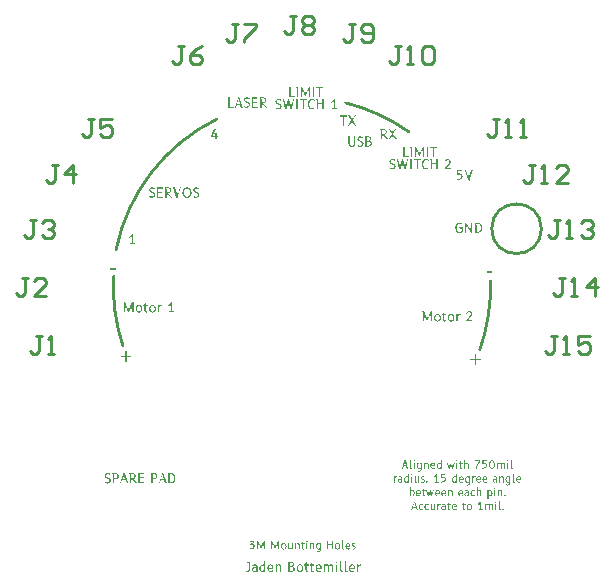
<source format=gto>
G04*
G04 #@! TF.GenerationSoftware,Altium Limited,Altium Designer,18.1.11 (251)*
G04*
G04 Layer_Color=65535*
%FSLAX25Y25*%
%MOIN*%
G70*
G01*
G75*
%ADD10C,0.01000*%
G36*
X17479Y56137D02*
X17662Y55692D01*
X17740Y56059D01*
X18395Y57147D01*
X18845D01*
X17862Y55504D01*
X18917Y53750D01*
X18417D01*
X17707Y54921D01*
X17535Y55332D01*
X17424Y54971D01*
X16691Y53750D01*
X16242D01*
X17330Y55554D01*
X16369Y57147D01*
X16852Y57191D01*
X17479Y56137D01*
D02*
G37*
G36*
X15925Y56780D02*
X14999D01*
Y53750D01*
X14527D01*
Y56780D01*
X13583D01*
Y57147D01*
X15925D01*
Y56780D01*
D02*
G37*
G36*
X3663Y63330D02*
X3191D01*
Y65594D01*
X3285Y66316D01*
X3274D01*
X3041Y65638D01*
X2103Y63624D01*
X1947D01*
X1110Y65411D01*
X815Y66316D01*
X799D01*
X921Y65366D01*
Y63330D01*
X466D01*
Y66249D01*
X399Y66721D01*
X932Y66771D01*
X1931Y64639D01*
X2053Y64051D01*
X2175Y64639D01*
X3146Y66721D01*
X3663Y66771D01*
Y63330D01*
D02*
G37*
G36*
X7975Y66360D02*
X7048D01*
Y63330D01*
X6576D01*
Y66360D01*
X5633D01*
Y66726D01*
X7975D01*
Y66360D01*
D02*
G37*
G36*
X5000Y63330D02*
X4528D01*
Y66249D01*
X4456Y66721D01*
X5000Y66771D01*
Y63330D01*
D02*
G37*
G36*
X-439D02*
X-911D01*
Y66249D01*
X-983Y66721D01*
X-439Y66771D01*
Y63330D01*
D02*
G37*
G36*
X-2931Y64101D02*
X-2959Y63696D01*
X-1482D01*
X-1532Y63330D01*
X-3453D01*
X-3403Y63779D01*
Y66249D01*
X-3475Y66721D01*
X-2931Y66771D01*
Y64101D01*
D02*
G37*
G36*
X-6824Y62639D02*
X-6785D01*
X-6735Y62628D01*
X-6674Y62622D01*
X-6613Y62611D01*
X-6475Y62578D01*
X-6325Y62528D01*
X-6247Y62500D01*
X-6169Y62462D01*
X-6092Y62423D01*
X-6014Y62373D01*
X-6236Y62095D01*
X-6242Y62101D01*
X-6264Y62112D01*
X-6291Y62129D01*
X-6330Y62145D01*
X-6375Y62167D01*
X-6430Y62190D01*
X-6536Y62229D01*
X-6541D01*
X-6558Y62234D01*
X-6591Y62245D01*
X-6624Y62251D01*
X-6674Y62262D01*
X-6724Y62267D01*
X-6785Y62273D01*
X-6891D01*
X-6924Y62267D01*
X-6996Y62262D01*
X-7085Y62245D01*
X-7091D01*
X-7102Y62240D01*
X-7124Y62234D01*
X-7152Y62229D01*
X-7218Y62201D01*
X-7290Y62162D01*
X-7296D01*
X-7307Y62151D01*
X-7340Y62123D01*
X-7390Y62079D01*
X-7435Y62018D01*
Y62012D01*
X-7446Y62001D01*
X-7451Y61984D01*
X-7463Y61957D01*
X-7474Y61923D01*
X-7479Y61890D01*
X-7490Y61801D01*
Y61796D01*
Y61779D01*
X-7485Y61757D01*
X-7479Y61723D01*
X-7463Y61651D01*
X-7446Y61618D01*
X-7424Y61579D01*
X-7418Y61574D01*
X-7413Y61563D01*
X-7396Y61546D01*
X-7374Y61524D01*
X-7318Y61474D01*
X-7246Y61413D01*
X-7241Y61407D01*
X-7224Y61401D01*
X-7202Y61385D01*
X-7174Y61368D01*
X-7135Y61346D01*
X-7096Y61324D01*
X-6996Y61274D01*
X-6991D01*
X-6969Y61263D01*
X-6941Y61252D01*
X-6908Y61235D01*
X-6863Y61218D01*
X-6813Y61196D01*
X-6708Y61146D01*
X-6702Y61141D01*
X-6680Y61135D01*
X-6652Y61119D01*
X-6613Y61102D01*
X-6569Y61080D01*
X-6525Y61057D01*
X-6419Y60996D01*
X-6414Y60991D01*
X-6397Y60980D01*
X-6369Y60963D01*
X-6336Y60941D01*
X-6253Y60880D01*
X-6169Y60797D01*
X-6164Y60791D01*
X-6153Y60774D01*
X-6131Y60752D01*
X-6103Y60724D01*
X-6075Y60686D01*
X-6047Y60641D01*
X-5992Y60536D01*
X-5986Y60530D01*
X-5981Y60508D01*
X-5970Y60480D01*
X-5953Y60436D01*
X-5942Y60386D01*
X-5931Y60325D01*
X-5925Y60258D01*
X-5920Y60186D01*
Y60180D01*
Y60158D01*
Y60125D01*
X-5925Y60086D01*
X-5931Y60036D01*
X-5942Y59986D01*
X-5970Y59875D01*
Y59870D01*
X-5975Y59853D01*
X-5986Y59825D01*
X-6003Y59792D01*
X-6042Y59709D01*
X-6097Y59620D01*
X-6103Y59614D01*
X-6108Y59603D01*
X-6125Y59581D01*
X-6147Y59553D01*
X-6208Y59487D01*
X-6286Y59420D01*
X-6291Y59415D01*
X-6303Y59409D01*
X-6330Y59392D01*
X-6358Y59370D01*
X-6391Y59348D01*
X-6436Y59326D01*
X-6530Y59281D01*
X-6536D01*
X-6552Y59270D01*
X-6580Y59265D01*
X-6613Y59248D01*
X-6652Y59237D01*
X-6697Y59220D01*
X-6802Y59198D01*
X-6808D01*
X-6824Y59193D01*
X-6858Y59187D01*
X-6891D01*
X-6941Y59181D01*
X-6991Y59176D01*
X-7102Y59170D01*
X-7152D01*
X-7191Y59176D01*
X-7235Y59181D01*
X-7290Y59187D01*
X-7346Y59193D01*
X-7413Y59204D01*
X-7557Y59237D01*
X-7712Y59281D01*
X-7868Y59342D01*
X-8017Y59420D01*
X-7812Y59759D01*
X-7807Y59753D01*
X-7779Y59737D01*
X-7746Y59714D01*
X-7696Y59687D01*
X-7690D01*
X-7684Y59681D01*
X-7646Y59664D01*
X-7596Y59642D01*
X-7535Y59620D01*
X-7529D01*
X-7518Y59614D01*
X-7501Y59609D01*
X-7474Y59603D01*
X-7413Y59581D01*
X-7340Y59565D01*
X-7335D01*
X-7324Y59559D01*
X-7302D01*
X-7274Y59553D01*
X-7207Y59548D01*
X-7135Y59542D01*
X-7080D01*
X-7046Y59548D01*
X-7002D01*
X-6957Y59559D01*
X-6858Y59576D01*
X-6852D01*
X-6835Y59581D01*
X-6808Y59592D01*
X-6780Y59603D01*
X-6702Y59637D01*
X-6619Y59681D01*
X-6613Y59687D01*
X-6602Y59698D01*
X-6580Y59714D01*
X-6558Y59737D01*
X-6502Y59792D01*
X-6447Y59870D01*
X-6441Y59875D01*
X-6436Y59892D01*
X-6425Y59914D01*
X-6414Y59947D01*
X-6402Y59986D01*
X-6391Y60036D01*
X-6380Y60086D01*
Y60142D01*
Y60147D01*
Y60164D01*
X-6386Y60192D01*
X-6391Y60230D01*
X-6408Y60308D01*
X-6430Y60353D01*
X-6452Y60397D01*
X-6458Y60403D01*
X-6464Y60414D01*
X-6480Y60436D01*
X-6497Y60464D01*
X-6558Y60525D01*
X-6630Y60591D01*
X-6636Y60597D01*
X-6647Y60608D01*
X-6674Y60624D01*
X-6702Y60647D01*
X-6741Y60669D01*
X-6780Y60697D01*
X-6880Y60752D01*
X-6885Y60758D01*
X-6902Y60763D01*
X-6930Y60780D01*
X-6969Y60797D01*
X-7013Y60819D01*
X-7057Y60841D01*
X-7168Y60891D01*
X-7174Y60896D01*
X-7191Y60902D01*
X-7224Y60919D01*
X-7257Y60935D01*
X-7302Y60957D01*
X-7351Y60985D01*
X-7457Y61041D01*
X-7463Y61046D01*
X-7479Y61052D01*
X-7507Y61068D01*
X-7540Y61091D01*
X-7618Y61146D01*
X-7707Y61213D01*
X-7712Y61218D01*
X-7723Y61229D01*
X-7746Y61252D01*
X-7768Y61279D01*
X-7801Y61313D01*
X-7829Y61352D01*
X-7884Y61435D01*
Y61440D01*
X-7895Y61457D01*
X-7907Y61485D01*
X-7918Y61518D01*
X-7929Y61563D01*
X-7940Y61618D01*
X-7945Y61673D01*
X-7951Y61734D01*
Y61746D01*
Y61773D01*
X-7945Y61812D01*
X-7940Y61862D01*
X-7929Y61923D01*
X-7912Y61990D01*
X-7890Y62051D01*
X-7862Y62117D01*
X-7857Y62123D01*
X-7845Y62145D01*
X-7829Y62178D01*
X-7801Y62217D01*
X-7768Y62262D01*
X-7723Y62312D01*
X-7679Y62362D01*
X-7629Y62406D01*
X-7623Y62412D01*
X-7601Y62423D01*
X-7574Y62445D01*
X-7529Y62473D01*
X-7479Y62500D01*
X-7424Y62528D01*
X-7357Y62556D01*
X-7290Y62584D01*
X-7279Y62589D01*
X-7257Y62595D01*
X-7218Y62606D01*
X-7174Y62617D01*
X-7113Y62628D01*
X-7052Y62634D01*
X-6980Y62645D01*
X-6858D01*
X-6824Y62639D01*
D02*
G37*
G36*
X4409D02*
X4476Y62634D01*
X4548Y62622D01*
X4631Y62606D01*
X4720Y62584D01*
X4809Y62556D01*
X4820Y62550D01*
X4847Y62539D01*
X4892Y62523D01*
X4947Y62495D01*
X5008Y62462D01*
X5075Y62423D01*
X5142Y62373D01*
X5203Y62317D01*
X4997Y62073D01*
X4992Y62079D01*
X4981Y62084D01*
X4953Y62101D01*
X4925Y62117D01*
X4886Y62134D01*
X4836Y62156D01*
X4786Y62178D01*
X4725Y62201D01*
X4720D01*
X4698Y62212D01*
X4664Y62217D01*
X4620Y62229D01*
X4564Y62240D01*
X4503Y62245D01*
X4431Y62256D01*
X4309D01*
X4253Y62251D01*
X4192Y62245D01*
X4115Y62229D01*
X4037Y62212D01*
X3959Y62184D01*
X3882Y62151D01*
X3876Y62145D01*
X3848Y62134D01*
X3815Y62106D01*
X3771Y62079D01*
X3721Y62034D01*
X3671Y61990D01*
X3621Y61929D01*
X3571Y61868D01*
X3565Y61862D01*
X3549Y61834D01*
X3532Y61801D01*
X3504Y61751D01*
X3477Y61690D01*
X3443Y61618D01*
X3416Y61540D01*
X3393Y61452D01*
Y61440D01*
X3382Y61413D01*
X3377Y61363D01*
X3366Y61302D01*
X3354Y61229D01*
X3349Y61146D01*
X3338Y61052D01*
Y60957D01*
Y60952D01*
Y60930D01*
Y60902D01*
X3343Y60858D01*
Y60813D01*
X3349Y60758D01*
X3360Y60636D01*
Y60630D01*
X3366Y60608D01*
X3371Y60575D01*
X3377Y60536D01*
X3388Y60486D01*
X3399Y60436D01*
X3432Y60319D01*
Y60314D01*
X3443Y60291D01*
X3454Y60264D01*
X3471Y60225D01*
X3488Y60180D01*
X3510Y60131D01*
X3565Y60025D01*
X3571Y60020D01*
X3582Y60003D01*
X3599Y59975D01*
X3621Y59942D01*
X3682Y59864D01*
X3754Y59781D01*
X3760Y59775D01*
X3776Y59764D01*
X3798Y59742D01*
X3826Y59720D01*
X3865Y59692D01*
X3904Y59664D01*
X4004Y59614D01*
X4009D01*
X4032Y59603D01*
X4059Y59598D01*
X4098Y59587D01*
X4143Y59576D01*
X4198Y59570D01*
X4320Y59559D01*
X4442D01*
X4509Y59565D01*
X4526D01*
X4542Y59570D01*
X4559D01*
X4614Y59581D01*
X4670Y59592D01*
X4675D01*
X4681Y59598D01*
X4720Y59609D01*
X4770Y59626D01*
X4825Y59648D01*
X4831D01*
X4836Y59653D01*
X4853Y59659D01*
X4875Y59670D01*
X4931Y59698D01*
X4992Y59731D01*
X5164Y59442D01*
X5158Y59437D01*
X5130Y59420D01*
X5092Y59392D01*
X5042Y59359D01*
X4981Y59326D01*
X4914Y59293D01*
X4836Y59259D01*
X4753Y59232D01*
X4742D01*
X4714Y59220D01*
X4670Y59215D01*
X4609Y59204D01*
X4537Y59193D01*
X4453Y59181D01*
X4364Y59176D01*
X4265Y59170D01*
X4209D01*
X4148Y59176D01*
X4070Y59187D01*
X3976Y59204D01*
X3876Y59232D01*
X3776Y59265D01*
X3676Y59309D01*
X3671D01*
X3665Y59315D01*
X3632Y59337D01*
X3582Y59370D01*
X3521Y59409D01*
X3454Y59465D01*
X3377Y59531D01*
X3305Y59609D01*
X3232Y59692D01*
Y59698D01*
X3227Y59703D01*
X3205Y59737D01*
X3171Y59786D01*
X3133Y59853D01*
X3088Y59936D01*
X3044Y60036D01*
X2999Y60142D01*
X2960Y60258D01*
Y60264D01*
X2955Y60275D01*
X2949Y60291D01*
X2944Y60314D01*
X2938Y60347D01*
X2933Y60380D01*
X2916Y60469D01*
X2894Y60569D01*
X2883Y60691D01*
X2872Y60819D01*
X2866Y60952D01*
Y60957D01*
Y60969D01*
Y60985D01*
Y61007D01*
Y61041D01*
X2872Y61074D01*
X2877Y61157D01*
X2888Y61257D01*
X2899Y61368D01*
X2922Y61479D01*
X2949Y61596D01*
Y61601D01*
X2955Y61612D01*
X2960Y61624D01*
X2966Y61646D01*
X2988Y61707D01*
X3016Y61779D01*
X3055Y61868D01*
X3099Y61957D01*
X3155Y62051D01*
X3216Y62140D01*
X3227Y62151D01*
X3249Y62178D01*
X3288Y62223D01*
X3338Y62273D01*
X3404Y62334D01*
X3482Y62395D01*
X3565Y62450D01*
X3665Y62506D01*
X3671D01*
X3676Y62511D01*
X3693Y62517D01*
X3715Y62528D01*
X3771Y62550D01*
X3848Y62578D01*
X3948Y62600D01*
X4054Y62622D01*
X4181Y62639D01*
X4315Y62645D01*
X4359D01*
X4409Y62639D01*
D02*
G37*
G36*
X8150Y59209D02*
X7683D01*
Y60847D01*
X6257D01*
Y59209D01*
X5791D01*
Y62129D01*
X5724Y62600D01*
X6257Y62650D01*
Y61213D01*
X7683D01*
Y62606D01*
X8150Y62650D01*
Y59209D01*
D02*
G37*
G36*
X11963Y62600D02*
Y59576D01*
X12517D01*
Y59209D01*
X10936D01*
Y59576D01*
X11491D01*
Y61757D01*
X11618Y62267D01*
X11308Y61851D01*
X10830Y61424D01*
X10586Y61696D01*
X11624Y62650D01*
X11963Y62600D01*
D02*
G37*
G36*
X2466Y62240D02*
X1540D01*
Y59209D01*
X1068D01*
Y62240D01*
X124D01*
Y62606D01*
X2466D01*
Y62240D01*
D02*
G37*
G36*
X-508Y59209D02*
X-980D01*
Y62129D01*
X-1052Y62600D01*
X-508Y62650D01*
Y59209D01*
D02*
G37*
G36*
X-4532Y60247D02*
X-4388Y59431D01*
X-4377D01*
X-4327Y60247D01*
X-3739Y62606D01*
X-3389D01*
X-2801Y60247D01*
X-2656Y59431D01*
X-2645D01*
X-2595Y60247D01*
X-2007Y62606D01*
X-1613D01*
X-2456Y59209D01*
X-2984D01*
X-3483Y61207D01*
X-3550Y62023D01*
X-3694Y61207D01*
X-4194Y59209D01*
X-4721D01*
X-5564Y62600D01*
X-5131Y62650D01*
X-4532Y60247D01*
D02*
G37*
G36*
X20505Y50199D02*
X20544D01*
X20594Y50188D01*
X20655Y50183D01*
X20716Y50172D01*
X20855Y50138D01*
X21005Y50088D01*
X21082Y50061D01*
X21160Y50022D01*
X21238Y49983D01*
X21316Y49933D01*
X21094Y49655D01*
X21088Y49661D01*
X21066Y49672D01*
X21038Y49689D01*
X20999Y49705D01*
X20955Y49728D01*
X20899Y49750D01*
X20794Y49789D01*
X20788D01*
X20772Y49794D01*
X20738Y49805D01*
X20705Y49811D01*
X20655Y49822D01*
X20605Y49828D01*
X20544Y49833D01*
X20439D01*
X20405Y49828D01*
X20333Y49822D01*
X20245Y49805D01*
X20239D01*
X20228Y49800D01*
X20206Y49794D01*
X20178Y49789D01*
X20111Y49761D01*
X20039Y49722D01*
X20033D01*
X20022Y49711D01*
X19989Y49683D01*
X19939Y49639D01*
X19895Y49578D01*
Y49572D01*
X19884Y49561D01*
X19878Y49544D01*
X19867Y49517D01*
X19856Y49483D01*
X19850Y49450D01*
X19839Y49361D01*
Y49356D01*
Y49339D01*
X19845Y49317D01*
X19850Y49284D01*
X19867Y49211D01*
X19884Y49178D01*
X19906Y49139D01*
X19911Y49134D01*
X19917Y49123D01*
X19934Y49106D01*
X19956Y49084D01*
X20011Y49034D01*
X20084Y48973D01*
X20089Y48967D01*
X20106Y48962D01*
X20128Y48945D01*
X20156Y48928D01*
X20195Y48906D01*
X20233Y48884D01*
X20333Y48834D01*
X20339D01*
X20361Y48823D01*
X20389Y48812D01*
X20422Y48795D01*
X20467Y48779D01*
X20516Y48756D01*
X20622Y48706D01*
X20627Y48701D01*
X20650Y48695D01*
X20677Y48679D01*
X20716Y48662D01*
X20761Y48640D01*
X20805Y48618D01*
X20910Y48557D01*
X20916Y48551D01*
X20933Y48540D01*
X20960Y48523D01*
X20994Y48501D01*
X21077Y48440D01*
X21160Y48357D01*
X21166Y48351D01*
X21177Y48335D01*
X21199Y48312D01*
X21227Y48285D01*
X21255Y48246D01*
X21282Y48201D01*
X21338Y48096D01*
X21343Y48090D01*
X21349Y48068D01*
X21360Y48040D01*
X21377Y47996D01*
X21388Y47946D01*
X21399Y47885D01*
X21404Y47818D01*
X21410Y47746D01*
Y47741D01*
Y47719D01*
Y47685D01*
X21404Y47646D01*
X21399Y47596D01*
X21388Y47546D01*
X21360Y47435D01*
Y47430D01*
X21354Y47413D01*
X21343Y47385D01*
X21327Y47352D01*
X21288Y47269D01*
X21232Y47180D01*
X21227Y47175D01*
X21221Y47164D01*
X21205Y47141D01*
X21182Y47113D01*
X21121Y47047D01*
X21044Y46980D01*
X21038Y46975D01*
X21027Y46969D01*
X20999Y46953D01*
X20971Y46930D01*
X20938Y46908D01*
X20894Y46886D01*
X20799Y46842D01*
X20794D01*
X20777Y46830D01*
X20750Y46825D01*
X20716Y46808D01*
X20677Y46797D01*
X20633Y46780D01*
X20527Y46758D01*
X20522D01*
X20505Y46753D01*
X20472Y46747D01*
X20439D01*
X20389Y46742D01*
X20339Y46736D01*
X20228Y46731D01*
X20178D01*
X20139Y46736D01*
X20095Y46742D01*
X20039Y46747D01*
X19984Y46753D01*
X19917Y46764D01*
X19773Y46797D01*
X19617Y46842D01*
X19462Y46903D01*
X19312Y46980D01*
X19517Y47319D01*
X19523Y47313D01*
X19551Y47297D01*
X19584Y47275D01*
X19634Y47247D01*
X19639D01*
X19645Y47241D01*
X19684Y47225D01*
X19734Y47202D01*
X19795Y47180D01*
X19801D01*
X19812Y47175D01*
X19828Y47169D01*
X19856Y47164D01*
X19917Y47141D01*
X19989Y47125D01*
X19995D01*
X20006Y47119D01*
X20028D01*
X20056Y47113D01*
X20122Y47108D01*
X20195Y47102D01*
X20250D01*
X20283Y47108D01*
X20328D01*
X20372Y47119D01*
X20472Y47136D01*
X20478D01*
X20494Y47141D01*
X20522Y47152D01*
X20550Y47164D01*
X20627Y47197D01*
X20711Y47241D01*
X20716Y47247D01*
X20727Y47258D01*
X20750Y47275D01*
X20772Y47297D01*
X20827Y47352D01*
X20883Y47430D01*
X20888Y47435D01*
X20894Y47452D01*
X20905Y47474D01*
X20916Y47508D01*
X20927Y47546D01*
X20938Y47596D01*
X20949Y47646D01*
Y47702D01*
Y47707D01*
Y47724D01*
X20944Y47752D01*
X20938Y47791D01*
X20922Y47868D01*
X20899Y47913D01*
X20877Y47957D01*
X20872Y47963D01*
X20866Y47974D01*
X20849Y47996D01*
X20833Y48024D01*
X20772Y48085D01*
X20699Y48151D01*
X20694Y48157D01*
X20683Y48168D01*
X20655Y48185D01*
X20627Y48207D01*
X20589Y48229D01*
X20550Y48257D01*
X20450Y48312D01*
X20444Y48318D01*
X20428Y48323D01*
X20400Y48340D01*
X20361Y48357D01*
X20317Y48379D01*
X20272Y48401D01*
X20161Y48451D01*
X20156Y48457D01*
X20139Y48462D01*
X20106Y48479D01*
X20072Y48496D01*
X20028Y48518D01*
X19978Y48545D01*
X19873Y48601D01*
X19867Y48607D01*
X19850Y48612D01*
X19823Y48629D01*
X19789Y48651D01*
X19712Y48706D01*
X19623Y48773D01*
X19617Y48779D01*
X19606Y48790D01*
X19584Y48812D01*
X19562Y48840D01*
X19529Y48873D01*
X19501Y48912D01*
X19445Y48995D01*
Y49000D01*
X19434Y49017D01*
X19423Y49045D01*
X19412Y49078D01*
X19401Y49123D01*
X19390Y49178D01*
X19384Y49234D01*
X19379Y49295D01*
Y49306D01*
Y49334D01*
X19384Y49372D01*
X19390Y49422D01*
X19401Y49483D01*
X19418Y49550D01*
X19440Y49611D01*
X19467Y49678D01*
X19473Y49683D01*
X19484Y49705D01*
X19501Y49739D01*
X19529Y49777D01*
X19562Y49822D01*
X19606Y49872D01*
X19651Y49922D01*
X19701Y49966D01*
X19706Y49972D01*
X19728Y49983D01*
X19756Y50005D01*
X19801Y50033D01*
X19850Y50061D01*
X19906Y50088D01*
X19973Y50116D01*
X20039Y50144D01*
X20050Y50149D01*
X20072Y50155D01*
X20111Y50166D01*
X20156Y50177D01*
X20217Y50188D01*
X20278Y50194D01*
X20350Y50205D01*
X20472D01*
X20505Y50199D01*
D02*
G37*
G36*
X22825Y50183D02*
X22903D01*
X22986Y50177D01*
X23158Y50155D01*
X23169D01*
X23197Y50149D01*
X23242Y50138D01*
X23297Y50127D01*
X23364Y50111D01*
X23430Y50088D01*
X23569Y50033D01*
X23574Y50027D01*
X23602Y50016D01*
X23636Y49999D01*
X23674Y49972D01*
X23719Y49938D01*
X23769Y49900D01*
X23819Y49855D01*
X23863Y49800D01*
X23869Y49794D01*
X23880Y49772D01*
X23896Y49739D01*
X23919Y49694D01*
X23941Y49639D01*
X23957Y49578D01*
X23968Y49500D01*
X23974Y49417D01*
Y49406D01*
Y49378D01*
X23968Y49328D01*
X23957Y49273D01*
X23946Y49200D01*
X23924Y49134D01*
X23891Y49062D01*
X23852Y48989D01*
X23846Y48984D01*
X23830Y48962D01*
X23802Y48928D01*
X23769Y48889D01*
X23724Y48845D01*
X23669Y48801D01*
X23608Y48756D01*
X23536Y48717D01*
X23186Y48618D01*
X23525Y48584D01*
X23530D01*
X23547Y48579D01*
X23574Y48568D01*
X23608Y48557D01*
X23647Y48540D01*
X23691Y48523D01*
X23785Y48479D01*
X23791D01*
X23808Y48468D01*
X23830Y48457D01*
X23863Y48434D01*
X23930Y48390D01*
X24002Y48323D01*
X24007Y48318D01*
X24018Y48307D01*
X24035Y48285D01*
X24057Y48262D01*
X24080Y48229D01*
X24107Y48190D01*
X24152Y48101D01*
Y48096D01*
X24163Y48079D01*
X24168Y48052D01*
X24179Y48018D01*
X24191Y47974D01*
X24196Y47924D01*
X24207Y47868D01*
Y47807D01*
Y47802D01*
Y47774D01*
Y47741D01*
X24202Y47696D01*
X24196Y47641D01*
X24185Y47585D01*
X24152Y47463D01*
Y47458D01*
X24140Y47435D01*
X24129Y47408D01*
X24118Y47374D01*
X24074Y47286D01*
X24013Y47197D01*
X24007Y47191D01*
X23996Y47180D01*
X23980Y47158D01*
X23952Y47130D01*
X23924Y47097D01*
X23885Y47064D01*
X23802Y46997D01*
X23796Y46991D01*
X23780Y46986D01*
X23758Y46969D01*
X23724Y46947D01*
X23691Y46930D01*
X23647Y46908D01*
X23547Y46864D01*
X23541D01*
X23525Y46858D01*
X23497Y46847D01*
X23458Y46836D01*
X23414Y46825D01*
X23369Y46814D01*
X23258Y46792D01*
X23253D01*
X23236Y46786D01*
X23203D01*
X23169Y46780D01*
X23125Y46775D01*
X23080D01*
X22975Y46769D01*
X22048D01*
Y49689D01*
X21976Y50138D01*
X21987D01*
X22026Y50144D01*
X22076Y50149D01*
X22137Y50155D01*
X22154D01*
X22170Y50160D01*
X22193D01*
X22254Y50166D01*
X22320Y50172D01*
X22354D01*
X22381Y50177D01*
X22437D01*
X22503Y50183D01*
X22537D01*
X22559Y50188D01*
X22764D01*
X22825Y50183D01*
D02*
G37*
G36*
X16831Y48024D02*
Y48013D01*
Y47985D01*
X16837Y47946D01*
Y47896D01*
X16842Y47835D01*
X16853Y47768D01*
X16887Y47635D01*
Y47630D01*
X16898Y47607D01*
X16909Y47574D01*
X16926Y47535D01*
X16975Y47447D01*
X17037Y47352D01*
X17042Y47347D01*
X17053Y47335D01*
X17075Y47313D01*
X17103Y47291D01*
X17136Y47263D01*
X17175Y47236D01*
X17258Y47180D01*
X17264D01*
X17281Y47169D01*
X17309Y47164D01*
X17342Y47152D01*
X17381Y47141D01*
X17425Y47130D01*
X17475Y47125D01*
X17530Y47119D01*
X17592D01*
X17630Y47125D01*
X17675Y47130D01*
X17725Y47136D01*
X17830Y47164D01*
X17836D01*
X17852Y47175D01*
X17880Y47186D01*
X17908Y47202D01*
X17980Y47247D01*
X18058Y47313D01*
X18063Y47319D01*
X18074Y47330D01*
X18091Y47352D01*
X18113Y47380D01*
X18135Y47419D01*
X18158Y47463D01*
X18180Y47508D01*
X18202Y47563D01*
Y47569D01*
X18213Y47591D01*
X18219Y47619D01*
X18230Y47663D01*
X18241Y47713D01*
X18246Y47774D01*
X18258Y47841D01*
Y47913D01*
Y50166D01*
X18724D01*
Y47952D01*
Y47946D01*
Y47940D01*
Y47924D01*
Y47902D01*
X18718Y47841D01*
X18713Y47768D01*
X18702Y47685D01*
X18685Y47591D01*
X18663Y47502D01*
X18629Y47413D01*
X18624Y47402D01*
X18613Y47374D01*
X18590Y47335D01*
X18563Y47280D01*
X18524Y47219D01*
X18480Y47158D01*
X18430Y47091D01*
X18374Y47030D01*
X18369Y47025D01*
X18346Y47008D01*
X18313Y46980D01*
X18263Y46947D01*
X18208Y46908D01*
X18141Y46869D01*
X18069Y46836D01*
X17986Y46803D01*
X17975Y46797D01*
X17947Y46792D01*
X17902Y46780D01*
X17841Y46769D01*
X17769Y46753D01*
X17692Y46742D01*
X17603Y46736D01*
X17508Y46731D01*
X17464D01*
X17408Y46736D01*
X17342Y46742D01*
X17264Y46753D01*
X17181Y46769D01*
X17098Y46792D01*
X17014Y46825D01*
X17003Y46830D01*
X16981Y46842D01*
X16942Y46864D01*
X16892Y46891D01*
X16837Y46930D01*
X16776Y46975D01*
X16715Y47030D01*
X16659Y47091D01*
X16654Y47097D01*
X16637Y47125D01*
X16609Y47158D01*
X16576Y47213D01*
X16543Y47275D01*
X16504Y47347D01*
X16470Y47424D01*
X16437Y47513D01*
Y47519D01*
X16432Y47524D01*
X16426Y47558D01*
X16415Y47607D01*
X16404Y47674D01*
X16387Y47757D01*
X16376Y47852D01*
X16371Y47952D01*
X16365Y48063D01*
Y49689D01*
X16293Y50160D01*
X16831Y50210D01*
Y48024D01*
D02*
G37*
G36*
X-17336Y63199D02*
X-17297D01*
X-17247Y63188D01*
X-17186Y63183D01*
X-17125Y63172D01*
X-16986Y63138D01*
X-16837Y63088D01*
X-16759Y63061D01*
X-16681Y63022D01*
X-16603Y62983D01*
X-16526Y62933D01*
X-16748Y62655D01*
X-16753Y62661D01*
X-16775Y62672D01*
X-16803Y62689D01*
X-16842Y62705D01*
X-16886Y62728D01*
X-16942Y62750D01*
X-17047Y62789D01*
X-17053D01*
X-17070Y62794D01*
X-17103Y62805D01*
X-17136Y62811D01*
X-17186Y62822D01*
X-17236Y62827D01*
X-17297Y62833D01*
X-17403D01*
X-17436Y62827D01*
X-17508Y62822D01*
X-17597Y62805D01*
X-17602D01*
X-17614Y62800D01*
X-17636Y62794D01*
X-17663Y62789D01*
X-17730Y62761D01*
X-17802Y62722D01*
X-17808D01*
X-17819Y62711D01*
X-17852Y62683D01*
X-17902Y62639D01*
X-17946Y62578D01*
Y62572D01*
X-17958Y62561D01*
X-17963Y62544D01*
X-17974Y62517D01*
X-17985Y62483D01*
X-17991Y62450D01*
X-18002Y62361D01*
Y62356D01*
Y62339D01*
X-17997Y62317D01*
X-17991Y62284D01*
X-17974Y62211D01*
X-17958Y62178D01*
X-17935Y62139D01*
X-17930Y62134D01*
X-17924Y62123D01*
X-17908Y62106D01*
X-17886Y62084D01*
X-17830Y62034D01*
X-17758Y61973D01*
X-17752Y61967D01*
X-17736Y61962D01*
X-17713Y61945D01*
X-17686Y61928D01*
X-17647Y61906D01*
X-17608Y61884D01*
X-17508Y61834D01*
X-17503D01*
X-17480Y61823D01*
X-17453Y61812D01*
X-17419Y61795D01*
X-17375Y61778D01*
X-17325Y61756D01*
X-17220Y61706D01*
X-17214Y61701D01*
X-17192Y61695D01*
X-17164Y61679D01*
X-17125Y61662D01*
X-17081Y61640D01*
X-17036Y61618D01*
X-16931Y61557D01*
X-16925Y61551D01*
X-16909Y61540D01*
X-16881Y61523D01*
X-16848Y61501D01*
X-16764Y61440D01*
X-16681Y61357D01*
X-16676Y61351D01*
X-16665Y61335D01*
X-16642Y61312D01*
X-16614Y61285D01*
X-16587Y61246D01*
X-16559Y61201D01*
X-16503Y61096D01*
X-16498Y61090D01*
X-16492Y61068D01*
X-16481Y61040D01*
X-16465Y60996D01*
X-16454Y60946D01*
X-16443Y60885D01*
X-16437Y60818D01*
X-16431Y60746D01*
Y60741D01*
Y60719D01*
Y60685D01*
X-16437Y60646D01*
X-16443Y60596D01*
X-16454Y60546D01*
X-16481Y60435D01*
Y60430D01*
X-16487Y60413D01*
X-16498Y60386D01*
X-16515Y60352D01*
X-16554Y60269D01*
X-16609Y60180D01*
X-16614Y60175D01*
X-16620Y60163D01*
X-16637Y60141D01*
X-16659Y60114D01*
X-16720Y60047D01*
X-16798Y59980D01*
X-16803Y59975D01*
X-16814Y59969D01*
X-16842Y59953D01*
X-16870Y59930D01*
X-16903Y59908D01*
X-16948Y59886D01*
X-17042Y59842D01*
X-17047D01*
X-17064Y59830D01*
X-17092Y59825D01*
X-17125Y59808D01*
X-17164Y59797D01*
X-17208Y59781D01*
X-17314Y59758D01*
X-17319D01*
X-17336Y59753D01*
X-17369Y59747D01*
X-17403D01*
X-17453Y59742D01*
X-17503Y59736D01*
X-17614Y59731D01*
X-17663D01*
X-17702Y59736D01*
X-17747Y59742D01*
X-17802Y59747D01*
X-17858Y59753D01*
X-17924Y59764D01*
X-18069Y59797D01*
X-18224Y59842D01*
X-18379Y59903D01*
X-18529Y59980D01*
X-18324Y60319D01*
X-18318Y60313D01*
X-18291Y60297D01*
X-18257Y60274D01*
X-18207Y60247D01*
X-18202D01*
X-18196Y60241D01*
X-18157Y60224D01*
X-18108Y60202D01*
X-18046Y60180D01*
X-18041D01*
X-18030Y60175D01*
X-18013Y60169D01*
X-17985Y60163D01*
X-17924Y60141D01*
X-17852Y60125D01*
X-17847D01*
X-17835Y60119D01*
X-17813D01*
X-17786Y60114D01*
X-17719Y60108D01*
X-17647Y60102D01*
X-17591D01*
X-17558Y60108D01*
X-17514D01*
X-17469Y60119D01*
X-17369Y60136D01*
X-17364D01*
X-17347Y60141D01*
X-17319Y60152D01*
X-17292Y60163D01*
X-17214Y60197D01*
X-17131Y60241D01*
X-17125Y60247D01*
X-17114Y60258D01*
X-17092Y60274D01*
X-17070Y60297D01*
X-17014Y60352D01*
X-16959Y60430D01*
X-16953Y60435D01*
X-16948Y60452D01*
X-16936Y60474D01*
X-16925Y60508D01*
X-16914Y60546D01*
X-16903Y60596D01*
X-16892Y60646D01*
Y60702D01*
Y60707D01*
Y60724D01*
X-16898Y60752D01*
X-16903Y60791D01*
X-16920Y60868D01*
X-16942Y60913D01*
X-16964Y60957D01*
X-16970Y60963D01*
X-16975Y60974D01*
X-16992Y60996D01*
X-17009Y61024D01*
X-17070Y61085D01*
X-17142Y61151D01*
X-17147Y61157D01*
X-17158Y61168D01*
X-17186Y61185D01*
X-17214Y61207D01*
X-17253Y61229D01*
X-17292Y61257D01*
X-17391Y61312D01*
X-17397Y61318D01*
X-17414Y61323D01*
X-17442Y61340D01*
X-17480Y61357D01*
X-17525Y61379D01*
X-17569Y61401D01*
X-17680Y61451D01*
X-17686Y61457D01*
X-17702Y61462D01*
X-17736Y61479D01*
X-17769Y61496D01*
X-17813Y61518D01*
X-17863Y61545D01*
X-17969Y61601D01*
X-17974Y61607D01*
X-17991Y61612D01*
X-18019Y61629D01*
X-18052Y61651D01*
X-18130Y61706D01*
X-18218Y61773D01*
X-18224Y61778D01*
X-18235Y61790D01*
X-18257Y61812D01*
X-18280Y61840D01*
X-18313Y61873D01*
X-18341Y61912D01*
X-18396Y61995D01*
Y62001D01*
X-18407Y62017D01*
X-18418Y62045D01*
X-18429Y62078D01*
X-18440Y62123D01*
X-18452Y62178D01*
X-18457Y62234D01*
X-18463Y62295D01*
Y62306D01*
Y62334D01*
X-18457Y62372D01*
X-18452Y62422D01*
X-18440Y62483D01*
X-18424Y62550D01*
X-18402Y62611D01*
X-18374Y62678D01*
X-18368Y62683D01*
X-18357Y62705D01*
X-18341Y62739D01*
X-18313Y62778D01*
X-18280Y62822D01*
X-18235Y62872D01*
X-18191Y62922D01*
X-18141Y62966D01*
X-18135Y62972D01*
X-18113Y62983D01*
X-18085Y63005D01*
X-18041Y63033D01*
X-17991Y63061D01*
X-17935Y63088D01*
X-17869Y63116D01*
X-17802Y63144D01*
X-17791Y63149D01*
X-17769Y63155D01*
X-17730Y63166D01*
X-17686Y63177D01*
X-17625Y63188D01*
X-17564Y63194D01*
X-17491Y63205D01*
X-17369D01*
X-17336Y63199D01*
D02*
G37*
G36*
X-12213Y63188D02*
X-12141D01*
X-12064Y63177D01*
X-11975Y63166D01*
X-11886Y63155D01*
X-11797Y63133D01*
X-11786D01*
X-11758Y63122D01*
X-11714Y63105D01*
X-11658Y63088D01*
X-11592Y63061D01*
X-11525Y63027D01*
X-11459Y62994D01*
X-11392Y62950D01*
X-11386Y62944D01*
X-11364Y62927D01*
X-11337Y62905D01*
X-11298Y62872D01*
X-11253Y62827D01*
X-11209Y62778D01*
X-11170Y62717D01*
X-11131Y62655D01*
X-11126Y62650D01*
X-11114Y62628D01*
X-11103Y62589D01*
X-11081Y62539D01*
X-11065Y62483D01*
X-11053Y62417D01*
X-11042Y62339D01*
X-11037Y62256D01*
Y62245D01*
Y62217D01*
X-11042Y62173D01*
X-11048Y62112D01*
X-11053Y62050D01*
X-11070Y61978D01*
X-11087Y61906D01*
X-11114Y61834D01*
X-11120Y61829D01*
X-11126Y61806D01*
X-11142Y61767D01*
X-11164Y61729D01*
X-11198Y61679D01*
X-11231Y61623D01*
X-11270Y61573D01*
X-11320Y61523D01*
X-11325Y61518D01*
X-11342Y61501D01*
X-11370Y61479D01*
X-11409Y61451D01*
X-11453Y61418D01*
X-11508Y61379D01*
X-11570Y61346D01*
X-11636Y61312D01*
X-11642Y61307D01*
X-11670Y61301D01*
X-11708Y61285D01*
X-11753Y61268D01*
X-11814Y61251D01*
X-11886Y61229D01*
X-11958Y61212D01*
X-12041Y61196D01*
X-11719Y61107D01*
X-10715Y59769D01*
X-11220D01*
X-12224Y61112D01*
X-12230Y61118D01*
X-12241Y61129D01*
X-12263Y61140D01*
X-12286Y61146D01*
X-12291D01*
X-12302Y61151D01*
X-12330Y61157D01*
X-12602D01*
Y59769D01*
X-13074D01*
Y62689D01*
X-13157Y63144D01*
X-13129D01*
X-13107Y63149D01*
X-13046D01*
X-12974Y63155D01*
X-12957D01*
X-12935Y63161D01*
X-12907D01*
X-12835Y63166D01*
X-12757Y63172D01*
X-12735D01*
X-12713Y63177D01*
X-12685D01*
X-12613Y63183D01*
X-12530Y63188D01*
X-12485D01*
X-12458Y63194D01*
X-12263D01*
X-12213Y63188D01*
D02*
G37*
G36*
X-13945Y62800D02*
X-15371D01*
X-15321Y62367D01*
Y61773D01*
X-14100D01*
Y61445D01*
X-15321D01*
Y60541D01*
X-15349Y60136D01*
X-13862D01*
X-13912Y59769D01*
X-15832D01*
X-15793Y60219D01*
Y62689D01*
X-15865Y63166D01*
X-13945D01*
Y62800D01*
D02*
G37*
G36*
X-18857Y59769D02*
X-19312D01*
X-19650Y60791D01*
X-20772D01*
X-21099Y59769D01*
X-21515D01*
X-20561Y62711D01*
X-20477Y63161D01*
X-19989Y63210D01*
X-18857Y59769D01*
D02*
G37*
G36*
X-23241Y60541D02*
X-23269Y60136D01*
X-21793D01*
X-21843Y59769D01*
X-23763D01*
X-23713Y60219D01*
Y62689D01*
X-23785Y63161D01*
X-23241Y63210D01*
Y60541D01*
D02*
G37*
G36*
X31004Y51636D02*
X31187Y51192D01*
X31265Y51559D01*
X31920Y52647D01*
X32370D01*
X31387Y51004D01*
X32442Y49250D01*
X31942D01*
X31232Y50421D01*
X31060Y50832D01*
X30949Y50471D01*
X30216Y49250D01*
X29767D01*
X30854Y51054D01*
X29894Y52647D01*
X30377Y52691D01*
X31004Y51636D01*
D02*
G37*
G36*
X28002Y52669D02*
X28074D01*
X28152Y52658D01*
X28240Y52647D01*
X28329Y52636D01*
X28418Y52613D01*
X28429D01*
X28457Y52602D01*
X28501Y52586D01*
X28557Y52569D01*
X28623Y52541D01*
X28690Y52508D01*
X28756Y52474D01*
X28823Y52430D01*
X28829Y52425D01*
X28851Y52408D01*
X28879Y52386D01*
X28918Y52352D01*
X28962Y52308D01*
X29006Y52258D01*
X29045Y52197D01*
X29084Y52136D01*
X29090Y52130D01*
X29101Y52108D01*
X29112Y52069D01*
X29134Y52019D01*
X29151Y51964D01*
X29162Y51897D01*
X29173Y51820D01*
X29178Y51736D01*
Y51725D01*
Y51698D01*
X29173Y51653D01*
X29167Y51592D01*
X29162Y51531D01*
X29145Y51459D01*
X29128Y51387D01*
X29101Y51315D01*
X29095Y51309D01*
X29090Y51287D01*
X29073Y51248D01*
X29051Y51209D01*
X29017Y51159D01*
X28984Y51104D01*
X28945Y51054D01*
X28895Y51004D01*
X28890Y50998D01*
X28873Y50982D01*
X28845Y50959D01*
X28806Y50932D01*
X28762Y50898D01*
X28707Y50859D01*
X28646Y50826D01*
X28579Y50793D01*
X28573Y50787D01*
X28546Y50782D01*
X28507Y50765D01*
X28462Y50748D01*
X28401Y50732D01*
X28329Y50710D01*
X28257Y50693D01*
X28174Y50676D01*
X28496Y50587D01*
X29500Y49250D01*
X28995D01*
X27991Y50593D01*
X27985Y50599D01*
X27974Y50610D01*
X27952Y50621D01*
X27930Y50626D01*
X27924D01*
X27913Y50632D01*
X27885Y50638D01*
X27613D01*
Y49250D01*
X27141D01*
Y52169D01*
X27058Y52624D01*
X27086D01*
X27108Y52630D01*
X27169D01*
X27241Y52636D01*
X27258D01*
X27280Y52641D01*
X27308D01*
X27380Y52647D01*
X27458Y52652D01*
X27480D01*
X27502Y52658D01*
X27530D01*
X27602Y52663D01*
X27685Y52669D01*
X27730D01*
X27757Y52674D01*
X27952D01*
X28002Y52669D01*
D02*
G37*
G36*
X-34249Y33202D02*
X-34210D01*
X-34160Y33191D01*
X-34099Y33185D01*
X-34038Y33174D01*
X-33900Y33141D01*
X-33750Y33091D01*
X-33672Y33063D01*
X-33594Y33024D01*
X-33517Y32986D01*
X-33439Y32936D01*
X-33661Y32658D01*
X-33666Y32664D01*
X-33689Y32675D01*
X-33716Y32691D01*
X-33755Y32708D01*
X-33800Y32730D01*
X-33855Y32753D01*
X-33961Y32791D01*
X-33966D01*
X-33983Y32797D01*
X-34016Y32808D01*
X-34049Y32814D01*
X-34099Y32825D01*
X-34149Y32830D01*
X-34210Y32836D01*
X-34316D01*
X-34349Y32830D01*
X-34421Y32825D01*
X-34510Y32808D01*
X-34516D01*
X-34527Y32803D01*
X-34549Y32797D01*
X-34577Y32791D01*
X-34643Y32764D01*
X-34715Y32725D01*
X-34721D01*
X-34732Y32714D01*
X-34765Y32686D01*
X-34815Y32642D01*
X-34860Y32581D01*
Y32575D01*
X-34871Y32564D01*
X-34876Y32547D01*
X-34887Y32520D01*
X-34898Y32486D01*
X-34904Y32453D01*
X-34915Y32364D01*
Y32359D01*
Y32342D01*
X-34910Y32320D01*
X-34904Y32286D01*
X-34887Y32214D01*
X-34871Y32181D01*
X-34849Y32142D01*
X-34843Y32136D01*
X-34837Y32125D01*
X-34821Y32109D01*
X-34799Y32087D01*
X-34743Y32037D01*
X-34671Y31975D01*
X-34665Y31970D01*
X-34649Y31964D01*
X-34627Y31948D01*
X-34599Y31931D01*
X-34560Y31909D01*
X-34521Y31887D01*
X-34421Y31837D01*
X-34416D01*
X-34394Y31826D01*
X-34366Y31815D01*
X-34332Y31798D01*
X-34288Y31781D01*
X-34238Y31759D01*
X-34133Y31709D01*
X-34127Y31704D01*
X-34105Y31698D01*
X-34077Y31681D01*
X-34038Y31665D01*
X-33994Y31642D01*
X-33950Y31620D01*
X-33844Y31559D01*
X-33838Y31554D01*
X-33822Y31543D01*
X-33794Y31526D01*
X-33761Y31504D01*
X-33678Y31443D01*
X-33594Y31359D01*
X-33589Y31354D01*
X-33578Y31337D01*
X-33555Y31315D01*
X-33528Y31287D01*
X-33500Y31249D01*
X-33472Y31204D01*
X-33417Y31099D01*
X-33411Y31093D01*
X-33406Y31071D01*
X-33395Y31043D01*
X-33378Y30999D01*
X-33367Y30949D01*
X-33356Y30888D01*
X-33350Y30821D01*
X-33345Y30749D01*
Y30744D01*
Y30721D01*
Y30688D01*
X-33350Y30649D01*
X-33356Y30599D01*
X-33367Y30549D01*
X-33395Y30438D01*
Y30433D01*
X-33400Y30416D01*
X-33411Y30388D01*
X-33428Y30355D01*
X-33467Y30272D01*
X-33522Y30183D01*
X-33528Y30177D01*
X-33533Y30166D01*
X-33550Y30144D01*
X-33572Y30116D01*
X-33633Y30050D01*
X-33711Y29983D01*
X-33716Y29978D01*
X-33727Y29972D01*
X-33755Y29955D01*
X-33783Y29933D01*
X-33816Y29911D01*
X-33861Y29889D01*
X-33955Y29844D01*
X-33961D01*
X-33977Y29833D01*
X-34005Y29828D01*
X-34038Y29811D01*
X-34077Y29800D01*
X-34122Y29783D01*
X-34227Y29761D01*
X-34233D01*
X-34249Y29755D01*
X-34282Y29750D01*
X-34316D01*
X-34366Y29744D01*
X-34416Y29739D01*
X-34527Y29733D01*
X-34577D01*
X-34615Y29739D01*
X-34660Y29744D01*
X-34715Y29750D01*
X-34771Y29755D01*
X-34837Y29767D01*
X-34982Y29800D01*
X-35137Y29844D01*
X-35293Y29905D01*
X-35442Y29983D01*
X-35237Y30322D01*
X-35232Y30316D01*
X-35204Y30299D01*
X-35171Y30277D01*
X-35120Y30250D01*
X-35115D01*
X-35109Y30244D01*
X-35071Y30227D01*
X-35021Y30205D01*
X-34960Y30183D01*
X-34954D01*
X-34943Y30177D01*
X-34926Y30172D01*
X-34898Y30166D01*
X-34837Y30144D01*
X-34765Y30127D01*
X-34760D01*
X-34749Y30122D01*
X-34727D01*
X-34699Y30116D01*
X-34632Y30111D01*
X-34560Y30105D01*
X-34505D01*
X-34471Y30111D01*
X-34427D01*
X-34382Y30122D01*
X-34282Y30138D01*
X-34277D01*
X-34260Y30144D01*
X-34233Y30155D01*
X-34205Y30166D01*
X-34127Y30200D01*
X-34044Y30244D01*
X-34038Y30250D01*
X-34027Y30261D01*
X-34005Y30277D01*
X-33983Y30299D01*
X-33927Y30355D01*
X-33872Y30433D01*
X-33866Y30438D01*
X-33861Y30455D01*
X-33850Y30477D01*
X-33838Y30510D01*
X-33827Y30549D01*
X-33816Y30599D01*
X-33805Y30649D01*
Y30705D01*
Y30710D01*
Y30727D01*
X-33811Y30755D01*
X-33816Y30793D01*
X-33833Y30871D01*
X-33855Y30915D01*
X-33877Y30960D01*
X-33883Y30965D01*
X-33888Y30977D01*
X-33905Y30999D01*
X-33922Y31027D01*
X-33983Y31087D01*
X-34055Y31154D01*
X-34060Y31160D01*
X-34072Y31171D01*
X-34099Y31187D01*
X-34127Y31210D01*
X-34166Y31232D01*
X-34205Y31260D01*
X-34305Y31315D01*
X-34310Y31321D01*
X-34327Y31326D01*
X-34355Y31343D01*
X-34394Y31359D01*
X-34438Y31382D01*
X-34482Y31404D01*
X-34593Y31454D01*
X-34599Y31459D01*
X-34615Y31465D01*
X-34649Y31482D01*
X-34682Y31498D01*
X-34727Y31520D01*
X-34776Y31548D01*
X-34882Y31604D01*
X-34887Y31609D01*
X-34904Y31615D01*
X-34932Y31631D01*
X-34965Y31654D01*
X-35043Y31709D01*
X-35132Y31776D01*
X-35137Y31781D01*
X-35148Y31792D01*
X-35171Y31815D01*
X-35193Y31842D01*
X-35226Y31876D01*
X-35254Y31914D01*
X-35309Y31998D01*
Y32003D01*
X-35320Y32020D01*
X-35331Y32048D01*
X-35342Y32081D01*
X-35354Y32125D01*
X-35365Y32181D01*
X-35370Y32236D01*
X-35376Y32297D01*
Y32309D01*
Y32336D01*
X-35370Y32375D01*
X-35365Y32425D01*
X-35354Y32486D01*
X-35337Y32553D01*
X-35315Y32614D01*
X-35287Y32680D01*
X-35282Y32686D01*
X-35270Y32708D01*
X-35254Y32741D01*
X-35226Y32780D01*
X-35193Y32825D01*
X-35148Y32875D01*
X-35104Y32925D01*
X-35054Y32969D01*
X-35048Y32974D01*
X-35026Y32986D01*
X-34998Y33008D01*
X-34954Y33036D01*
X-34904Y33063D01*
X-34849Y33091D01*
X-34782Y33119D01*
X-34715Y33147D01*
X-34704Y33152D01*
X-34682Y33158D01*
X-34643Y33169D01*
X-34599Y33180D01*
X-34538Y33191D01*
X-34477Y33197D01*
X-34405Y33208D01*
X-34282D01*
X-34249Y33202D01*
D02*
G37*
G36*
X-48962D02*
X-48923D01*
X-48873Y33191D01*
X-48812Y33185D01*
X-48751Y33174D01*
X-48613Y33141D01*
X-48463Y33091D01*
X-48385Y33063D01*
X-48307Y33024D01*
X-48230Y32986D01*
X-48152Y32936D01*
X-48374Y32658D01*
X-48379Y32664D01*
X-48402Y32675D01*
X-48429Y32691D01*
X-48468Y32708D01*
X-48513Y32730D01*
X-48568Y32753D01*
X-48674Y32791D01*
X-48679D01*
X-48696Y32797D01*
X-48729Y32808D01*
X-48762Y32814D01*
X-48812Y32825D01*
X-48862Y32830D01*
X-48923Y32836D01*
X-49029D01*
X-49062Y32830D01*
X-49134Y32825D01*
X-49223Y32808D01*
X-49229D01*
X-49240Y32803D01*
X-49262Y32797D01*
X-49290Y32791D01*
X-49356Y32764D01*
X-49428Y32725D01*
X-49434D01*
X-49445Y32714D01*
X-49478Y32686D01*
X-49528Y32642D01*
X-49573Y32581D01*
Y32575D01*
X-49584Y32564D01*
X-49589Y32547D01*
X-49600Y32520D01*
X-49612Y32486D01*
X-49617Y32453D01*
X-49628Y32364D01*
Y32359D01*
Y32342D01*
X-49623Y32320D01*
X-49617Y32286D01*
X-49600Y32214D01*
X-49584Y32181D01*
X-49562Y32142D01*
X-49556Y32136D01*
X-49551Y32125D01*
X-49534Y32109D01*
X-49512Y32087D01*
X-49456Y32037D01*
X-49384Y31975D01*
X-49378Y31970D01*
X-49362Y31964D01*
X-49340Y31948D01*
X-49312Y31931D01*
X-49273Y31909D01*
X-49234Y31887D01*
X-49134Y31837D01*
X-49129D01*
X-49106Y31826D01*
X-49079Y31815D01*
X-49046Y31798D01*
X-49001Y31781D01*
X-48951Y31759D01*
X-48846Y31709D01*
X-48840Y31704D01*
X-48818Y31698D01*
X-48790Y31681D01*
X-48751Y31665D01*
X-48707Y31642D01*
X-48662Y31620D01*
X-48557Y31559D01*
X-48551Y31554D01*
X-48535Y31543D01*
X-48507Y31526D01*
X-48474Y31504D01*
X-48391Y31443D01*
X-48307Y31359D01*
X-48302Y31354D01*
X-48291Y31337D01*
X-48268Y31315D01*
X-48241Y31287D01*
X-48213Y31249D01*
X-48185Y31204D01*
X-48130Y31099D01*
X-48124Y31093D01*
X-48119Y31071D01*
X-48107Y31043D01*
X-48091Y30999D01*
X-48080Y30949D01*
X-48069Y30888D01*
X-48063Y30821D01*
X-48058Y30749D01*
Y30744D01*
Y30721D01*
Y30688D01*
X-48063Y30649D01*
X-48069Y30599D01*
X-48080Y30549D01*
X-48107Y30438D01*
Y30433D01*
X-48113Y30416D01*
X-48124Y30388D01*
X-48141Y30355D01*
X-48180Y30272D01*
X-48235Y30183D01*
X-48241Y30177D01*
X-48246Y30166D01*
X-48263Y30144D01*
X-48285Y30116D01*
X-48346Y30050D01*
X-48424Y29983D01*
X-48429Y29978D01*
X-48441Y29972D01*
X-48468Y29955D01*
X-48496Y29933D01*
X-48529Y29911D01*
X-48574Y29889D01*
X-48668Y29844D01*
X-48674D01*
X-48690Y29833D01*
X-48718Y29828D01*
X-48751Y29811D01*
X-48790Y29800D01*
X-48835Y29783D01*
X-48940Y29761D01*
X-48946D01*
X-48962Y29755D01*
X-48996Y29750D01*
X-49029D01*
X-49079Y29744D01*
X-49129Y29739D01*
X-49240Y29733D01*
X-49290D01*
X-49329Y29739D01*
X-49373Y29744D01*
X-49428Y29750D01*
X-49484Y29755D01*
X-49551Y29767D01*
X-49695Y29800D01*
X-49850Y29844D01*
X-50006Y29905D01*
X-50156Y29983D01*
X-49950Y30322D01*
X-49945Y30316D01*
X-49917Y30299D01*
X-49883Y30277D01*
X-49834Y30250D01*
X-49828D01*
X-49823Y30244D01*
X-49784Y30227D01*
X-49734Y30205D01*
X-49673Y30183D01*
X-49667D01*
X-49656Y30177D01*
X-49639Y30172D01*
X-49612Y30166D01*
X-49551Y30144D01*
X-49478Y30127D01*
X-49473D01*
X-49462Y30122D01*
X-49439D01*
X-49412Y30116D01*
X-49345Y30111D01*
X-49273Y30105D01*
X-49218D01*
X-49184Y30111D01*
X-49140D01*
X-49095Y30122D01*
X-48996Y30138D01*
X-48990D01*
X-48973Y30144D01*
X-48946Y30155D01*
X-48918Y30166D01*
X-48840Y30200D01*
X-48757Y30244D01*
X-48751Y30250D01*
X-48740Y30261D01*
X-48718Y30277D01*
X-48696Y30299D01*
X-48640Y30355D01*
X-48585Y30433D01*
X-48579Y30438D01*
X-48574Y30455D01*
X-48563Y30477D01*
X-48551Y30510D01*
X-48540Y30549D01*
X-48529Y30599D01*
X-48518Y30649D01*
Y30705D01*
Y30710D01*
Y30727D01*
X-48524Y30755D01*
X-48529Y30793D01*
X-48546Y30871D01*
X-48568Y30915D01*
X-48590Y30960D01*
X-48596Y30965D01*
X-48601Y30977D01*
X-48618Y30999D01*
X-48635Y31027D01*
X-48696Y31087D01*
X-48768Y31154D01*
X-48774Y31160D01*
X-48785Y31171D01*
X-48812Y31187D01*
X-48840Y31210D01*
X-48879Y31232D01*
X-48918Y31260D01*
X-49018Y31315D01*
X-49023Y31321D01*
X-49040Y31326D01*
X-49068Y31343D01*
X-49106Y31359D01*
X-49151Y31382D01*
X-49195Y31404D01*
X-49306Y31454D01*
X-49312Y31459D01*
X-49329Y31465D01*
X-49362Y31482D01*
X-49395Y31498D01*
X-49439Y31520D01*
X-49490Y31548D01*
X-49595Y31604D01*
X-49600Y31609D01*
X-49617Y31615D01*
X-49645Y31631D01*
X-49678Y31654D01*
X-49756Y31709D01*
X-49845Y31776D01*
X-49850Y31781D01*
X-49861Y31792D01*
X-49883Y31815D01*
X-49906Y31842D01*
X-49939Y31876D01*
X-49967Y31914D01*
X-50022Y31998D01*
Y32003D01*
X-50033Y32020D01*
X-50045Y32048D01*
X-50056Y32081D01*
X-50067Y32125D01*
X-50078Y32181D01*
X-50083Y32236D01*
X-50089Y32297D01*
Y32309D01*
Y32336D01*
X-50083Y32375D01*
X-50078Y32425D01*
X-50067Y32486D01*
X-50050Y32553D01*
X-50028Y32614D01*
X-50000Y32680D01*
X-49995Y32686D01*
X-49983Y32708D01*
X-49967Y32741D01*
X-49939Y32780D01*
X-49906Y32825D01*
X-49861Y32875D01*
X-49817Y32925D01*
X-49767Y32969D01*
X-49761Y32974D01*
X-49739Y32986D01*
X-49711Y33008D01*
X-49667Y33036D01*
X-49617Y33063D01*
X-49562Y33091D01*
X-49495Y33119D01*
X-49428Y33147D01*
X-49417Y33152D01*
X-49395Y33158D01*
X-49356Y33169D01*
X-49312Y33180D01*
X-49251Y33191D01*
X-49190Y33197D01*
X-49118Y33208D01*
X-48996D01*
X-48962Y33202D01*
D02*
G37*
G36*
X-43840Y33191D02*
X-43767D01*
X-43690Y33180D01*
X-43601Y33169D01*
X-43512Y33158D01*
X-43423Y33136D01*
X-43412D01*
X-43385Y33124D01*
X-43340Y33108D01*
X-43285Y33091D01*
X-43218Y33063D01*
X-43151Y33030D01*
X-43085Y32997D01*
X-43018Y32952D01*
X-43013Y32947D01*
X-42990Y32930D01*
X-42963Y32908D01*
X-42924Y32875D01*
X-42879Y32830D01*
X-42835Y32780D01*
X-42796Y32719D01*
X-42757Y32658D01*
X-42752Y32653D01*
X-42741Y32631D01*
X-42730Y32592D01*
X-42707Y32542D01*
X-42691Y32486D01*
X-42680Y32419D01*
X-42669Y32342D01*
X-42663Y32259D01*
Y32247D01*
Y32220D01*
X-42669Y32175D01*
X-42674Y32114D01*
X-42680Y32053D01*
X-42696Y31981D01*
X-42713Y31909D01*
X-42741Y31837D01*
X-42746Y31831D01*
X-42752Y31809D01*
X-42768Y31770D01*
X-42791Y31731D01*
X-42824Y31681D01*
X-42857Y31626D01*
X-42896Y31576D01*
X-42946Y31526D01*
X-42952Y31520D01*
X-42968Y31504D01*
X-42996Y31482D01*
X-43035Y31454D01*
X-43079Y31420D01*
X-43135Y31382D01*
X-43196Y31348D01*
X-43262Y31315D01*
X-43268Y31310D01*
X-43296Y31304D01*
X-43334Y31287D01*
X-43379Y31271D01*
X-43440Y31254D01*
X-43512Y31232D01*
X-43584Y31215D01*
X-43668Y31199D01*
X-43346Y31110D01*
X-42341Y29772D01*
X-42846D01*
X-43851Y31115D01*
X-43856Y31121D01*
X-43867Y31132D01*
X-43889Y31143D01*
X-43912Y31149D01*
X-43917D01*
X-43928Y31154D01*
X-43956Y31160D01*
X-44228D01*
Y29772D01*
X-44700D01*
Y32691D01*
X-44783Y33147D01*
X-44755D01*
X-44733Y33152D01*
X-44672D01*
X-44600Y33158D01*
X-44583D01*
X-44561Y33163D01*
X-44533D01*
X-44461Y33169D01*
X-44383Y33174D01*
X-44361D01*
X-44339Y33180D01*
X-44311D01*
X-44239Y33185D01*
X-44156Y33191D01*
X-44111D01*
X-44084Y33197D01*
X-43889D01*
X-43840Y33191D01*
D02*
G37*
G36*
X-45571Y32803D02*
X-46997D01*
X-46948Y32370D01*
Y31776D01*
X-45727D01*
Y31448D01*
X-46948D01*
Y30544D01*
X-46975Y30138D01*
X-45488D01*
X-45538Y29772D01*
X-47458D01*
X-47419Y30222D01*
Y32691D01*
X-47491Y33169D01*
X-45571D01*
Y32803D01*
D02*
G37*
G36*
X-37352Y33202D02*
X-37313D01*
X-37229Y33191D01*
X-37130Y33174D01*
X-37019Y33152D01*
X-36913Y33119D01*
X-36802Y33075D01*
X-36797D01*
X-36791Y33069D01*
X-36774Y33063D01*
X-36752Y33052D01*
X-36702Y33019D01*
X-36636Y32980D01*
X-36558Y32925D01*
X-36480Y32864D01*
X-36397Y32791D01*
X-36319Y32708D01*
X-36308Y32697D01*
X-36286Y32669D01*
X-36253Y32619D01*
X-36208Y32553D01*
X-36158Y32475D01*
X-36108Y32381D01*
X-36059Y32275D01*
X-36014Y32159D01*
Y32153D01*
X-36009Y32142D01*
X-36003Y32125D01*
X-35997Y32103D01*
X-35992Y32076D01*
X-35981Y32037D01*
X-35959Y31953D01*
X-35942Y31853D01*
X-35925Y31737D01*
X-35914Y31609D01*
X-35909Y31471D01*
Y31465D01*
Y31454D01*
Y31432D01*
Y31409D01*
X-35914Y31376D01*
Y31337D01*
X-35920Y31243D01*
X-35936Y31137D01*
X-35953Y31021D01*
X-35981Y30899D01*
X-36014Y30777D01*
Y30771D01*
X-36020Y30766D01*
X-36025Y30744D01*
X-36031Y30721D01*
X-36059Y30666D01*
X-36086Y30588D01*
X-36131Y30505D01*
X-36181Y30410D01*
X-36242Y30316D01*
X-36314Y30227D01*
X-36325Y30216D01*
X-36347Y30189D01*
X-36391Y30144D01*
X-36447Y30094D01*
X-36514Y30033D01*
X-36597Y29972D01*
X-36691Y29917D01*
X-36791Y29861D01*
X-36797D01*
X-36802Y29855D01*
X-36819Y29850D01*
X-36841Y29839D01*
X-36902Y29822D01*
X-36980Y29800D01*
X-37074Y29772D01*
X-37185Y29755D01*
X-37307Y29739D01*
X-37440Y29733D01*
X-37501D01*
X-37529Y29739D01*
X-37568D01*
X-37651Y29750D01*
X-37751Y29767D01*
X-37857Y29789D01*
X-37968Y29817D01*
X-38079Y29861D01*
X-38084D01*
X-38090Y29867D01*
X-38106Y29878D01*
X-38123Y29883D01*
X-38179Y29917D01*
X-38245Y29955D01*
X-38323Y30011D01*
X-38401Y30072D01*
X-38484Y30144D01*
X-38561Y30227D01*
X-38573Y30238D01*
X-38595Y30266D01*
X-38628Y30316D01*
X-38673Y30383D01*
X-38723Y30466D01*
X-38772Y30560D01*
X-38822Y30660D01*
X-38867Y30777D01*
Y30782D01*
X-38872Y30793D01*
X-38878Y30810D01*
X-38883Y30832D01*
X-38889Y30860D01*
X-38900Y30899D01*
X-38917Y30982D01*
X-38933Y31087D01*
X-38950Y31204D01*
X-38961Y31332D01*
X-38967Y31471D01*
Y31476D01*
Y31487D01*
Y31509D01*
Y31532D01*
X-38961Y31565D01*
Y31604D01*
X-38956Y31698D01*
X-38945Y31804D01*
X-38922Y31920D01*
X-38900Y32037D01*
X-38867Y32159D01*
Y32164D01*
X-38861Y32175D01*
X-38856Y32192D01*
X-38850Y32214D01*
X-38822Y32275D01*
X-38795Y32347D01*
X-38750Y32436D01*
X-38700Y32525D01*
X-38639Y32619D01*
X-38573Y32708D01*
X-38561Y32719D01*
X-38539Y32747D01*
X-38495Y32791D01*
X-38439Y32841D01*
X-38367Y32902D01*
X-38284Y32963D01*
X-38190Y33019D01*
X-38090Y33075D01*
X-38084D01*
X-38079Y33080D01*
X-38062Y33086D01*
X-38040Y33097D01*
X-37979Y33119D01*
X-37901Y33141D01*
X-37807Y33163D01*
X-37696Y33185D01*
X-37574Y33202D01*
X-37440Y33208D01*
X-37379D01*
X-37352Y33202D01*
D02*
G37*
G36*
X-40870Y30904D02*
X-40670Y30088D01*
X-40560Y30799D01*
X-39816Y33169D01*
X-39388D01*
X-40337Y30177D01*
X-40399Y29728D01*
X-40954Y29772D01*
X-42047Y33163D01*
X-41603Y33213D01*
X-40870Y30904D01*
D02*
G37*
G36*
X41662Y43330D02*
X41191D01*
Y45594D01*
X41285Y46316D01*
X41274D01*
X41041Y45638D01*
X40103Y43624D01*
X39948D01*
X39110Y45411D01*
X38815Y46316D01*
X38799D01*
X38921Y45366D01*
Y43330D01*
X38466D01*
Y46249D01*
X38399Y46721D01*
X38932Y46771D01*
X39931Y44639D01*
X40053Y44051D01*
X40175Y44639D01*
X41146Y46721D01*
X41662Y46771D01*
Y43330D01*
D02*
G37*
G36*
X45975Y46360D02*
X45048D01*
Y43330D01*
X44576D01*
Y46360D01*
X43633D01*
Y46726D01*
X45975D01*
Y46360D01*
D02*
G37*
G36*
X43000Y43330D02*
X42528D01*
Y46249D01*
X42456Y46721D01*
X43000Y46771D01*
Y43330D01*
D02*
G37*
G36*
X37561D02*
X37089D01*
Y46249D01*
X37017Y46721D01*
X37561Y46771D01*
Y43330D01*
D02*
G37*
G36*
X35069Y44101D02*
X35041Y43696D01*
X36518D01*
X36468Y43330D01*
X34547D01*
X34597Y43779D01*
Y46249D01*
X34525Y46721D01*
X35069Y46771D01*
Y44101D01*
D02*
G37*
G36*
X31170Y42639D02*
X31209D01*
X31259Y42628D01*
X31320Y42623D01*
X31381Y42611D01*
X31520Y42578D01*
X31670Y42528D01*
X31747Y42500D01*
X31825Y42462D01*
X31903Y42423D01*
X31980Y42373D01*
X31758Y42095D01*
X31753Y42101D01*
X31731Y42112D01*
X31703Y42129D01*
X31664Y42145D01*
X31620Y42167D01*
X31564Y42190D01*
X31459Y42228D01*
X31453D01*
X31437Y42234D01*
X31403Y42245D01*
X31370Y42251D01*
X31320Y42262D01*
X31270Y42267D01*
X31209Y42273D01*
X31104D01*
X31070Y42267D01*
X30998Y42262D01*
X30909Y42245D01*
X30904D01*
X30893Y42240D01*
X30871Y42234D01*
X30843Y42228D01*
X30776Y42201D01*
X30704Y42162D01*
X30698D01*
X30687Y42151D01*
X30654Y42123D01*
X30604Y42079D01*
X30560Y42018D01*
Y42012D01*
X30549Y42001D01*
X30543Y41984D01*
X30532Y41956D01*
X30521Y41923D01*
X30515Y41890D01*
X30504Y41801D01*
Y41796D01*
Y41779D01*
X30510Y41757D01*
X30515Y41723D01*
X30532Y41651D01*
X30549Y41618D01*
X30571Y41579D01*
X30576Y41574D01*
X30582Y41563D01*
X30599Y41546D01*
X30621Y41524D01*
X30676Y41474D01*
X30748Y41413D01*
X30754Y41407D01*
X30771Y41401D01*
X30793Y41385D01*
X30821Y41368D01*
X30859Y41346D01*
X30898Y41324D01*
X30998Y41274D01*
X31004D01*
X31026Y41263D01*
X31054Y41252D01*
X31087Y41235D01*
X31131Y41218D01*
X31181Y41196D01*
X31287Y41146D01*
X31292Y41141D01*
X31315Y41135D01*
X31342Y41118D01*
X31381Y41102D01*
X31425Y41080D01*
X31470Y41057D01*
X31575Y40996D01*
X31581Y40991D01*
X31598Y40980D01*
X31625Y40963D01*
X31659Y40941D01*
X31742Y40880D01*
X31825Y40797D01*
X31831Y40791D01*
X31842Y40774D01*
X31864Y40752D01*
X31892Y40724D01*
X31920Y40686D01*
X31947Y40641D01*
X32003Y40536D01*
X32008Y40530D01*
X32014Y40508D01*
X32025Y40480D01*
X32042Y40436D01*
X32053Y40386D01*
X32064Y40325D01*
X32069Y40258D01*
X32075Y40186D01*
Y40181D01*
Y40158D01*
Y40125D01*
X32069Y40086D01*
X32064Y40036D01*
X32053Y39986D01*
X32025Y39875D01*
Y39870D01*
X32019Y39853D01*
X32008Y39825D01*
X31992Y39792D01*
X31953Y39709D01*
X31897Y39620D01*
X31892Y39614D01*
X31886Y39603D01*
X31870Y39581D01*
X31847Y39553D01*
X31786Y39487D01*
X31709Y39420D01*
X31703Y39415D01*
X31692Y39409D01*
X31664Y39392D01*
X31636Y39370D01*
X31603Y39348D01*
X31559Y39326D01*
X31464Y39281D01*
X31459D01*
X31442Y39270D01*
X31414Y39265D01*
X31381Y39248D01*
X31342Y39237D01*
X31298Y39220D01*
X31192Y39198D01*
X31187D01*
X31170Y39193D01*
X31137Y39187D01*
X31104D01*
X31054Y39182D01*
X31004Y39176D01*
X30893Y39170D01*
X30843D01*
X30804Y39176D01*
X30760Y39182D01*
X30704Y39187D01*
X30648Y39193D01*
X30582Y39204D01*
X30438Y39237D01*
X30282Y39281D01*
X30127Y39342D01*
X29977Y39420D01*
X30182Y39759D01*
X30188Y39753D01*
X30216Y39737D01*
X30249Y39714D01*
X30299Y39687D01*
X30304D01*
X30310Y39681D01*
X30349Y39664D01*
X30399Y39642D01*
X30460Y39620D01*
X30465D01*
X30476Y39614D01*
X30493Y39609D01*
X30521Y39603D01*
X30582Y39581D01*
X30654Y39564D01*
X30660D01*
X30671Y39559D01*
X30693D01*
X30721Y39553D01*
X30787Y39548D01*
X30859Y39542D01*
X30915D01*
X30948Y39548D01*
X30993D01*
X31037Y39559D01*
X31137Y39576D01*
X31143D01*
X31159Y39581D01*
X31187Y39592D01*
X31215Y39603D01*
X31292Y39637D01*
X31376Y39681D01*
X31381Y39687D01*
X31392Y39698D01*
X31414Y39714D01*
X31437Y39737D01*
X31492Y39792D01*
X31548Y39870D01*
X31553Y39875D01*
X31559Y39892D01*
X31570Y39914D01*
X31581Y39947D01*
X31592Y39986D01*
X31603Y40036D01*
X31614Y40086D01*
Y40142D01*
Y40147D01*
Y40164D01*
X31609Y40192D01*
X31603Y40231D01*
X31587Y40308D01*
X31564Y40353D01*
X31542Y40397D01*
X31536Y40402D01*
X31531Y40414D01*
X31514Y40436D01*
X31498Y40464D01*
X31437Y40525D01*
X31364Y40591D01*
X31359Y40597D01*
X31348Y40608D01*
X31320Y40624D01*
X31292Y40647D01*
X31253Y40669D01*
X31215Y40697D01*
X31115Y40752D01*
X31109Y40758D01*
X31093Y40763D01*
X31065Y40780D01*
X31026Y40797D01*
X30981Y40819D01*
X30937Y40841D01*
X30826Y40891D01*
X30821Y40896D01*
X30804Y40902D01*
X30771Y40919D01*
X30737Y40935D01*
X30693Y40957D01*
X30643Y40985D01*
X30538Y41041D01*
X30532Y41046D01*
X30515Y41052D01*
X30487Y41069D01*
X30454Y41091D01*
X30376Y41146D01*
X30288Y41213D01*
X30282Y41218D01*
X30271Y41230D01*
X30249Y41252D01*
X30227Y41279D01*
X30193Y41313D01*
X30166Y41352D01*
X30110Y41435D01*
Y41440D01*
X30099Y41457D01*
X30088Y41485D01*
X30077Y41518D01*
X30066Y41563D01*
X30055Y41618D01*
X30049Y41673D01*
X30044Y41734D01*
Y41746D01*
Y41773D01*
X30049Y41812D01*
X30055Y41862D01*
X30066Y41923D01*
X30082Y41990D01*
X30105Y42051D01*
X30132Y42118D01*
X30138Y42123D01*
X30149Y42145D01*
X30166Y42178D01*
X30193Y42217D01*
X30227Y42262D01*
X30271Y42312D01*
X30316Y42362D01*
X30365Y42406D01*
X30371Y42412D01*
X30393Y42423D01*
X30421Y42445D01*
X30465Y42473D01*
X30515Y42500D01*
X30571Y42528D01*
X30637Y42556D01*
X30704Y42584D01*
X30715Y42589D01*
X30737Y42595D01*
X30776Y42606D01*
X30821Y42617D01*
X30882Y42628D01*
X30943Y42634D01*
X31015Y42645D01*
X31137D01*
X31170Y42639D01*
D02*
G37*
G36*
X42403D02*
X42470Y42634D01*
X42542Y42623D01*
X42625Y42606D01*
X42714Y42584D01*
X42803Y42556D01*
X42814Y42550D01*
X42842Y42539D01*
X42886Y42523D01*
X42942Y42495D01*
X43003Y42462D01*
X43069Y42423D01*
X43136Y42373D01*
X43197Y42317D01*
X42992Y42073D01*
X42986Y42079D01*
X42975Y42084D01*
X42947Y42101D01*
X42919Y42118D01*
X42881Y42134D01*
X42831Y42156D01*
X42781Y42178D01*
X42720Y42201D01*
X42714D01*
X42692Y42212D01*
X42659Y42217D01*
X42614Y42228D01*
X42559Y42240D01*
X42498Y42245D01*
X42426Y42256D01*
X42303D01*
X42248Y42251D01*
X42187Y42245D01*
X42109Y42228D01*
X42031Y42212D01*
X41954Y42184D01*
X41876Y42151D01*
X41871Y42145D01*
X41843Y42134D01*
X41810Y42106D01*
X41765Y42079D01*
X41715Y42034D01*
X41665Y41990D01*
X41615Y41929D01*
X41565Y41868D01*
X41560Y41862D01*
X41543Y41834D01*
X41526Y41801D01*
X41499Y41751D01*
X41471Y41690D01*
X41438Y41618D01*
X41410Y41540D01*
X41388Y41451D01*
Y41440D01*
X41377Y41413D01*
X41371Y41363D01*
X41360Y41302D01*
X41349Y41230D01*
X41343Y41146D01*
X41332Y41052D01*
Y40957D01*
Y40952D01*
Y40930D01*
Y40902D01*
X41338Y40858D01*
Y40813D01*
X41343Y40758D01*
X41355Y40636D01*
Y40630D01*
X41360Y40608D01*
X41366Y40575D01*
X41371Y40536D01*
X41382Y40486D01*
X41393Y40436D01*
X41427Y40319D01*
Y40314D01*
X41438Y40292D01*
X41449Y40264D01*
X41465Y40225D01*
X41482Y40181D01*
X41504Y40131D01*
X41560Y40025D01*
X41565Y40020D01*
X41576Y40003D01*
X41593Y39975D01*
X41615Y39942D01*
X41676Y39864D01*
X41748Y39781D01*
X41754Y39775D01*
X41771Y39764D01*
X41793Y39742D01*
X41821Y39720D01*
X41859Y39692D01*
X41898Y39664D01*
X41998Y39614D01*
X42004D01*
X42026Y39603D01*
X42054Y39598D01*
X42093Y39587D01*
X42137Y39576D01*
X42193Y39570D01*
X42315Y39559D01*
X42437D01*
X42503Y39564D01*
X42520D01*
X42537Y39570D01*
X42553D01*
X42609Y39581D01*
X42664Y39592D01*
X42670D01*
X42675Y39598D01*
X42714Y39609D01*
X42764Y39625D01*
X42820Y39648D01*
X42825D01*
X42831Y39653D01*
X42847Y39659D01*
X42870Y39670D01*
X42925Y39698D01*
X42986Y39731D01*
X43158Y39442D01*
X43153Y39437D01*
X43125Y39420D01*
X43086Y39392D01*
X43036Y39359D01*
X42975Y39326D01*
X42908Y39292D01*
X42831Y39259D01*
X42748Y39232D01*
X42736D01*
X42709Y39220D01*
X42664Y39215D01*
X42603Y39204D01*
X42531Y39193D01*
X42448Y39182D01*
X42359Y39176D01*
X42259Y39170D01*
X42204D01*
X42143Y39176D01*
X42065Y39187D01*
X41971Y39204D01*
X41871Y39232D01*
X41771Y39265D01*
X41671Y39309D01*
X41665D01*
X41660Y39315D01*
X41626Y39337D01*
X41576Y39370D01*
X41515Y39409D01*
X41449Y39465D01*
X41371Y39531D01*
X41299Y39609D01*
X41227Y39692D01*
Y39698D01*
X41221Y39703D01*
X41199Y39737D01*
X41166Y39786D01*
X41127Y39853D01*
X41083Y39936D01*
X41038Y40036D01*
X40994Y40142D01*
X40955Y40258D01*
Y40264D01*
X40949Y40275D01*
X40944Y40292D01*
X40938Y40314D01*
X40933Y40347D01*
X40927Y40380D01*
X40910Y40469D01*
X40888Y40569D01*
X40877Y40691D01*
X40866Y40819D01*
X40861Y40952D01*
Y40957D01*
Y40969D01*
Y40985D01*
Y41008D01*
Y41041D01*
X40866Y41074D01*
X40872Y41157D01*
X40883Y41257D01*
X40894Y41368D01*
X40916Y41479D01*
X40944Y41596D01*
Y41601D01*
X40949Y41612D01*
X40955Y41623D01*
X40960Y41646D01*
X40983Y41707D01*
X41010Y41779D01*
X41049Y41868D01*
X41094Y41956D01*
X41149Y42051D01*
X41210Y42140D01*
X41221Y42151D01*
X41243Y42178D01*
X41282Y42223D01*
X41332Y42273D01*
X41399Y42334D01*
X41477Y42395D01*
X41560Y42450D01*
X41660Y42506D01*
X41665D01*
X41671Y42511D01*
X41688Y42517D01*
X41710Y42528D01*
X41765Y42550D01*
X41843Y42578D01*
X41943Y42600D01*
X42048Y42623D01*
X42176Y42639D01*
X42309Y42645D01*
X42353D01*
X42403Y42639D01*
D02*
G37*
G36*
X46144Y39209D02*
X45678D01*
Y40846D01*
X44251D01*
Y39209D01*
X43785D01*
Y42129D01*
X43719Y42600D01*
X44251Y42650D01*
Y41213D01*
X45678D01*
Y42606D01*
X46144Y42650D01*
Y39209D01*
D02*
G37*
G36*
X49585Y42639D02*
X49641Y42634D01*
X49702Y42623D01*
X49768Y42611D01*
X49840Y42589D01*
X49907Y42562D01*
X49913Y42556D01*
X49935Y42545D01*
X49968Y42528D01*
X50012Y42506D01*
X50057Y42473D01*
X50107Y42434D01*
X50207Y42345D01*
X50212Y42340D01*
X50229Y42323D01*
X50251Y42295D01*
X50279Y42256D01*
X50312Y42212D01*
X50345Y42162D01*
X50373Y42106D01*
X50401Y42045D01*
X50406Y42040D01*
X50412Y42018D01*
X50423Y41984D01*
X50434Y41940D01*
X50445Y41890D01*
X50457Y41834D01*
X50467Y41773D01*
Y41707D01*
Y41701D01*
Y41679D01*
X50462Y41646D01*
Y41601D01*
X50451Y41551D01*
X50440Y41496D01*
X50423Y41435D01*
X50401Y41374D01*
X50395Y41368D01*
X50390Y41346D01*
X50373Y41318D01*
X50357Y41279D01*
X50334Y41235D01*
X50307Y41179D01*
X50240Y41074D01*
X50234Y41069D01*
X50223Y41052D01*
X50207Y41024D01*
X50179Y40991D01*
X50151Y40946D01*
X50112Y40902D01*
X50035Y40808D01*
X50029Y40802D01*
X50018Y40786D01*
X49996Y40763D01*
X49968Y40736D01*
X49901Y40658D01*
X49829Y40580D01*
X49824Y40575D01*
X49807Y40558D01*
X49785Y40530D01*
X49757Y40497D01*
X49718Y40453D01*
X49679Y40408D01*
X49591Y40308D01*
X49585Y40303D01*
X49569Y40286D01*
X49546Y40258D01*
X49518Y40225D01*
X49485Y40186D01*
X49446Y40142D01*
X49369Y40047D01*
X49363Y40042D01*
X49352Y40025D01*
X49330Y40003D01*
X49302Y39970D01*
X49274Y39931D01*
X49241Y39886D01*
X49169Y39798D01*
X49163Y39792D01*
X49152Y39775D01*
X49136Y39753D01*
X49113Y39725D01*
X49063Y39653D01*
X49008Y39576D01*
X50523D01*
Y39209D01*
X48481D01*
Y39587D01*
X48486Y39592D01*
X48497Y39614D01*
X48520Y39648D01*
X48547Y39692D01*
X48581Y39748D01*
X48619Y39803D01*
X48708Y39925D01*
X48714Y39931D01*
X48730Y39953D01*
X48758Y39986D01*
X48786Y40031D01*
X48825Y40075D01*
X48869Y40131D01*
X48963Y40247D01*
X48969Y40253D01*
X48986Y40275D01*
X49008Y40303D01*
X49041Y40341D01*
X49080Y40386D01*
X49125Y40436D01*
X49213Y40541D01*
X49219Y40547D01*
X49235Y40563D01*
X49258Y40591D01*
X49291Y40624D01*
X49363Y40708D01*
X49446Y40791D01*
X49452Y40797D01*
X49463Y40813D01*
X49485Y40835D01*
X49513Y40869D01*
X49585Y40946D01*
X49663Y41030D01*
X49668Y41035D01*
X49679Y41052D01*
X49702Y41074D01*
X49724Y41102D01*
X49785Y41174D01*
X49846Y41252D01*
X49852Y41257D01*
X49857Y41268D01*
X49874Y41291D01*
X49890Y41324D01*
X49935Y41396D01*
X49974Y41479D01*
Y41485D01*
X49979Y41501D01*
X49990Y41524D01*
X50001Y41557D01*
X50007Y41590D01*
X50018Y41635D01*
X50024Y41729D01*
Y41734D01*
Y41746D01*
Y41768D01*
X50018Y41796D01*
X50007Y41857D01*
X49979Y41929D01*
Y41934D01*
X49974Y41945D01*
X49962Y41962D01*
X49951Y41990D01*
X49913Y42040D01*
X49863Y42095D01*
X49857Y42101D01*
X49852Y42106D01*
X49835Y42123D01*
X49813Y42140D01*
X49757Y42173D01*
X49691Y42212D01*
X49685D01*
X49674Y42217D01*
X49652Y42228D01*
X49624Y42234D01*
X49591Y42245D01*
X49557Y42251D01*
X49468Y42256D01*
X49419D01*
X49385Y42251D01*
X49308Y42240D01*
X49224Y42217D01*
X49219D01*
X49208Y42212D01*
X49191Y42201D01*
X49163Y42190D01*
X49108Y42156D01*
X49047Y42118D01*
X49041D01*
X49036Y42106D01*
X49002Y42079D01*
X48963Y42034D01*
X48919Y41979D01*
Y41973D01*
X48908Y41968D01*
X48886Y41934D01*
X48853Y41884D01*
X48814Y41829D01*
X48497Y41962D01*
X48503Y41968D01*
X48508Y41990D01*
X48520Y42018D01*
X48542Y42051D01*
X48558Y42095D01*
X48586Y42140D01*
X48647Y42234D01*
X48653Y42240D01*
X48664Y42256D01*
X48686Y42278D01*
X48708Y42312D01*
X48741Y42345D01*
X48780Y42378D01*
X48864Y42450D01*
X48869Y42456D01*
X48886Y42467D01*
X48913Y42484D01*
X48947Y42500D01*
X48986Y42523D01*
X49036Y42545D01*
X49091Y42567D01*
X49147Y42589D01*
X49152D01*
X49174Y42600D01*
X49208Y42606D01*
X49252Y42617D01*
X49302Y42628D01*
X49363Y42634D01*
X49430Y42645D01*
X49541D01*
X49585Y42639D01*
D02*
G37*
G36*
X40461Y42240D02*
X39534D01*
Y39209D01*
X39062D01*
Y42240D01*
X38119D01*
Y42606D01*
X40461D01*
Y42240D01*
D02*
G37*
G36*
X37486Y39209D02*
X37014D01*
Y42129D01*
X36942Y42600D01*
X37486Y42650D01*
Y39209D01*
D02*
G37*
G36*
X33462Y40247D02*
X33607Y39431D01*
X33618D01*
X33668Y40247D01*
X34256Y42606D01*
X34606D01*
X35194Y40247D01*
X35338Y39431D01*
X35349D01*
X35399Y40247D01*
X35988Y42606D01*
X36382D01*
X35538Y39209D01*
X35011D01*
X34511Y41207D01*
X34445Y42023D01*
X34300Y41207D01*
X33801Y39209D01*
X33274D01*
X32430Y42600D01*
X32863Y42650D01*
X33462Y40247D01*
D02*
G37*
G36*
X-55339Y17641D02*
Y14616D01*
X-54784D01*
Y14250D01*
X-56366D01*
Y14616D01*
X-55811D01*
Y16797D01*
X-55683Y17308D01*
X-55994Y16892D01*
X-56472Y16464D01*
X-56716Y16736D01*
X-55678Y17691D01*
X-55339Y17641D01*
D02*
G37*
G36*
X69682Y-58187D02*
X69304D01*
Y-57808D01*
X69682D01*
Y-58187D01*
D02*
G37*
G36*
X52708D02*
X52330D01*
Y-57808D01*
X52708D01*
Y-58187D01*
D02*
G37*
G36*
X38562D02*
X38183D01*
Y-57808D01*
X38562D01*
Y-58187D01*
D02*
G37*
G36*
X40835Y-58566D02*
Y-60719D01*
Y-60728D01*
Y-60751D01*
X40830Y-60784D01*
X40826Y-60830D01*
X40821Y-60885D01*
X40807Y-60941D01*
X40793Y-61005D01*
X40770Y-61065D01*
X40766Y-61075D01*
X40756Y-61093D01*
X40743Y-61121D01*
X40724Y-61162D01*
X40696Y-61204D01*
X40664Y-61250D01*
X40627Y-61301D01*
X40586Y-61347D01*
X40581Y-61352D01*
X40567Y-61366D01*
X40539Y-61389D01*
X40507Y-61417D01*
X40465Y-61444D01*
X40415Y-61476D01*
X40359Y-61509D01*
X40299Y-61537D01*
X40290Y-61541D01*
X40271Y-61546D01*
X40234Y-61560D01*
X40188Y-61574D01*
X40133Y-61587D01*
X40064Y-61597D01*
X39994Y-61606D01*
X39916Y-61611D01*
X39893D01*
X39865Y-61606D01*
X39828D01*
X39786Y-61601D01*
X39740Y-61592D01*
X39652Y-61569D01*
X39648D01*
X39634Y-61564D01*
X39615Y-61555D01*
X39588Y-61546D01*
X39528Y-61518D01*
X39463Y-61486D01*
X39458Y-61481D01*
X39449Y-61476D01*
X39430Y-61467D01*
X39412Y-61449D01*
X39361Y-61412D01*
X39310Y-61361D01*
X39495Y-61153D01*
X39500D01*
X39505Y-61158D01*
X39528Y-61176D01*
X39569Y-61204D01*
X39615Y-61232D01*
X39620D01*
X39625Y-61236D01*
X39652Y-61250D01*
X39694Y-61264D01*
X39749Y-61282D01*
X39754D01*
X39763Y-61287D01*
X39777Y-61292D01*
X39800D01*
X39851Y-61301D01*
X39916Y-61306D01*
X39934D01*
X39957Y-61301D01*
X39985D01*
X40017Y-61292D01*
X40054Y-61282D01*
X40096Y-61273D01*
X40133Y-61255D01*
X40137D01*
X40151Y-61246D01*
X40170Y-61236D01*
X40193Y-61222D01*
X40248Y-61181D01*
X40308Y-61125D01*
X40313Y-61121D01*
X40322Y-61112D01*
X40336Y-61093D01*
X40354Y-61070D01*
X40373Y-61042D01*
X40391Y-61005D01*
X40429Y-60927D01*
Y-60922D01*
X40438Y-60908D01*
X40442Y-60885D01*
X40452Y-60857D01*
X40461Y-60821D01*
X40465Y-60779D01*
X40475Y-60691D01*
Y-60382D01*
X40308Y-60589D01*
X40304D01*
X40295Y-60599D01*
X40281Y-60608D01*
X40257Y-60617D01*
X40253D01*
X40239Y-60622D01*
X40216Y-60627D01*
X40184Y-60636D01*
X40174D01*
X40151Y-60645D01*
X40119Y-60650D01*
X40077Y-60659D01*
X40068D01*
X40040Y-60663D01*
X39999Y-60668D01*
X39920D01*
X39883Y-60663D01*
X39842Y-60659D01*
X39791Y-60650D01*
X39735Y-60631D01*
X39680Y-60613D01*
X39625Y-60585D01*
X39620Y-60580D01*
X39601Y-60571D01*
X39574Y-60553D01*
X39541Y-60525D01*
X39500Y-60492D01*
X39458Y-60456D01*
X39412Y-60409D01*
X39371Y-60359D01*
X39366Y-60354D01*
X39352Y-60331D01*
X39334Y-60303D01*
X39306Y-60261D01*
X39278Y-60215D01*
X39250Y-60155D01*
X39223Y-60091D01*
X39200Y-60021D01*
X39195Y-60012D01*
X39190Y-59989D01*
X39181Y-59947D01*
X39172Y-59896D01*
X39158Y-59837D01*
X39149Y-59767D01*
X39144Y-59689D01*
X39140Y-59610D01*
Y-59605D01*
Y-59601D01*
Y-59573D01*
X39144Y-59531D01*
X39149Y-59476D01*
X39153Y-59411D01*
X39163Y-59342D01*
X39176Y-59268D01*
X39195Y-59194D01*
Y-59190D01*
X39200Y-59185D01*
X39204Y-59162D01*
X39218Y-59125D01*
X39237Y-59079D01*
X39260Y-59023D01*
X39287Y-58968D01*
X39324Y-58908D01*
X39361Y-58852D01*
X39366Y-58848D01*
X39384Y-58829D01*
X39407Y-58802D01*
X39440Y-58769D01*
X39481Y-58728D01*
X39528Y-58691D01*
X39583Y-58654D01*
X39643Y-58617D01*
X39652Y-58612D01*
X39671Y-58603D01*
X39708Y-58589D01*
X39754Y-58571D01*
X39809Y-58557D01*
X39879Y-58543D01*
X39953Y-58534D01*
X40031Y-58529D01*
X40073D01*
X40119Y-58534D01*
X40165Y-58538D01*
X40179D01*
X40188Y-58543D01*
X40207D01*
X40248Y-58552D01*
X40295Y-58566D01*
X40475Y-58834D01*
Y-58524D01*
X40835Y-58566D01*
D02*
G37*
G36*
X69673Y-60636D02*
X69313D01*
Y-58644D01*
X69673Y-58608D01*
Y-60636D01*
D02*
G37*
G36*
X66277Y-58871D02*
X66388Y-58668D01*
X66393Y-58663D01*
X66411Y-58654D01*
X66439Y-58640D01*
X66476Y-58621D01*
X66481D01*
X66485Y-58617D01*
X66508Y-58608D01*
X66545Y-58594D01*
X66592Y-58580D01*
X66596D01*
X66601Y-58575D01*
X66615Y-58571D01*
X66633Y-58566D01*
X66675Y-58552D01*
X66725Y-58543D01*
X66730D01*
X66739Y-58538D01*
X66753D01*
X66772Y-58534D01*
X66822Y-58529D01*
X66915D01*
X66952Y-58534D01*
X67003Y-58543D01*
X67054Y-58557D01*
X67114Y-58575D01*
X67169Y-58598D01*
X67220Y-58635D01*
X67225Y-58640D01*
X67243Y-58654D01*
X67266Y-58677D01*
X67294Y-58705D01*
X67321Y-58746D01*
X67349Y-58788D01*
X67377Y-58838D01*
X67395Y-58899D01*
X67539Y-58677D01*
X67543Y-58672D01*
X67553Y-58668D01*
X67566Y-58658D01*
X67585Y-58644D01*
X67612Y-58631D01*
X67645Y-58612D01*
X67682Y-58598D01*
X67723Y-58580D01*
X67728Y-58575D01*
X67747Y-58571D01*
X67770Y-58561D01*
X67802Y-58552D01*
X67844Y-58543D01*
X67890Y-58538D01*
X67945Y-58529D01*
X68024D01*
X68051Y-58534D01*
X68084D01*
X68125Y-58543D01*
X68162Y-58552D01*
X68204Y-58561D01*
X68246Y-58580D01*
X68250D01*
X68264Y-58589D01*
X68282Y-58598D01*
X68305Y-58612D01*
X68361Y-58658D01*
X68412Y-58718D01*
X68416Y-58723D01*
X68421Y-58737D01*
X68435Y-58755D01*
X68449Y-58779D01*
X68463Y-58811D01*
X68481Y-58852D01*
X68495Y-58894D01*
X68509Y-58940D01*
Y-58945D01*
X68513Y-58963D01*
X68518Y-58986D01*
X68527Y-59023D01*
X68532Y-59065D01*
X68537Y-59111D01*
X68541Y-59167D01*
Y-59222D01*
Y-60636D01*
X68181D01*
Y-59245D01*
Y-59241D01*
Y-59227D01*
Y-59208D01*
Y-59185D01*
X68172Y-59130D01*
X68162Y-59070D01*
Y-59065D01*
X68158Y-59056D01*
Y-59042D01*
X68153Y-59023D01*
X68135Y-58982D01*
X68111Y-58940D01*
Y-58936D01*
X68107Y-58931D01*
X68088Y-58908D01*
X68061Y-58885D01*
X68019Y-58862D01*
X68015D01*
X68010Y-58857D01*
X67996Y-58852D01*
X67982Y-58848D01*
X67936Y-58838D01*
X67876Y-58834D01*
X67867D01*
X67839Y-58838D01*
X67802Y-58843D01*
X67760Y-58857D01*
X67756D01*
X67751Y-58862D01*
X67723Y-58871D01*
X67686Y-58885D01*
X67640Y-58908D01*
X67636D01*
X67631Y-58912D01*
X67603Y-58926D01*
X67566Y-58949D01*
X67525Y-58977D01*
X67520D01*
X67515Y-58986D01*
X67492Y-59005D01*
X67456Y-59028D01*
X67418Y-59060D01*
Y-59070D01*
X67423Y-59088D01*
Y-59120D01*
Y-59148D01*
Y-59153D01*
X67428Y-59176D01*
Y-59203D01*
Y-59245D01*
Y-60636D01*
X67067D01*
Y-59245D01*
Y-59241D01*
Y-59236D01*
Y-59213D01*
X67063Y-59176D01*
X67058Y-59130D01*
X67049Y-59083D01*
X67040Y-59033D01*
X67021Y-58982D01*
X66998Y-58940D01*
X66993Y-58936D01*
X66984Y-58922D01*
X66966Y-58908D01*
X66943Y-58885D01*
X66910Y-58866D01*
X66864Y-58852D01*
X66813Y-58838D01*
X66753Y-58834D01*
X66716D01*
X66679Y-58843D01*
X66633Y-58852D01*
X66628D01*
X66624Y-58857D01*
X66592Y-58866D01*
X66550Y-58880D01*
X66504Y-58903D01*
X66499D01*
X66495Y-58908D01*
X66467Y-58922D01*
X66430Y-58945D01*
X66384Y-58973D01*
X66379D01*
X66374Y-58977D01*
X66347Y-58996D01*
X66314Y-59023D01*
X66277Y-59051D01*
Y-60636D01*
X65917D01*
Y-58566D01*
X66277Y-58524D01*
Y-58871D01*
D02*
G37*
G36*
X62438Y-58113D02*
X61413D01*
Y-58788D01*
X61422Y-58783D01*
X61436Y-58774D01*
X61454Y-58765D01*
X61459Y-58760D01*
X61477Y-58755D01*
X61505Y-58741D01*
X61537Y-58732D01*
X61542D01*
X61546Y-58728D01*
X61570Y-58723D01*
X61607Y-58709D01*
X61648Y-58700D01*
X61653D01*
X61657Y-58695D01*
X61671D01*
X61690Y-58691D01*
X61736Y-58686D01*
X61824D01*
X61861Y-58691D01*
X61907Y-58695D01*
X61962Y-58700D01*
X62018Y-58714D01*
X62078Y-58728D01*
X62138Y-58751D01*
X62142Y-58755D01*
X62166Y-58760D01*
X62193Y-58774D01*
X62226Y-58792D01*
X62267Y-58815D01*
X62313Y-58848D01*
X62355Y-58880D01*
X62397Y-58917D01*
X62401Y-58922D01*
X62415Y-58936D01*
X62433Y-58959D01*
X62457Y-58986D01*
X62484Y-59023D01*
X62512Y-59065D01*
X62535Y-59116D01*
X62558Y-59167D01*
X62563Y-59171D01*
X62568Y-59190D01*
X62577Y-59222D01*
X62591Y-59259D01*
X62600Y-59305D01*
X62609Y-59356D01*
X62614Y-59411D01*
X62618Y-59471D01*
Y-59481D01*
Y-59504D01*
X62614Y-59541D01*
X62609Y-59587D01*
X62600Y-59642D01*
X62591Y-59698D01*
X62572Y-59763D01*
X62549Y-59823D01*
X62544Y-59832D01*
X62535Y-59850D01*
X62521Y-59883D01*
X62498Y-59920D01*
X62471Y-59966D01*
X62438Y-60012D01*
X62401Y-60063D01*
X62360Y-60114D01*
X62355Y-60118D01*
X62341Y-60137D01*
X62313Y-60160D01*
X62281Y-60192D01*
X62244Y-60224D01*
X62198Y-60261D01*
X62142Y-60303D01*
X62087Y-60340D01*
X62078Y-60345D01*
X62059Y-60354D01*
X62027Y-60372D01*
X61985Y-60395D01*
X61935Y-60423D01*
X61879Y-60451D01*
X61814Y-60479D01*
X61750Y-60506D01*
X61740Y-60511D01*
X61717Y-60516D01*
X61685Y-60529D01*
X61639Y-60543D01*
X61583Y-60557D01*
X61523Y-60576D01*
X61454Y-60589D01*
X61385Y-60603D01*
X61375D01*
X61352Y-60608D01*
X61316Y-60613D01*
X61269Y-60617D01*
X61214Y-60627D01*
X61154Y-60631D01*
X61020Y-60636D01*
Y-60331D01*
X61071D01*
X61108Y-60326D01*
X61149Y-60322D01*
X61195Y-60317D01*
X61302Y-60299D01*
X61306D01*
X61325Y-60294D01*
X61357Y-60285D01*
X61394Y-60275D01*
X61436Y-60261D01*
X61482Y-60248D01*
X61583Y-60215D01*
X61588Y-60211D01*
X61607Y-60206D01*
X61634Y-60197D01*
X61667Y-60178D01*
X61704Y-60164D01*
X61745Y-60141D01*
X61833Y-60091D01*
X61838Y-60086D01*
X61851Y-60077D01*
X61875Y-60063D01*
X61902Y-60044D01*
X61971Y-59989D01*
X62041Y-59929D01*
X62045Y-59924D01*
X62055Y-59915D01*
X62073Y-59896D01*
X62092Y-59873D01*
X62115Y-59846D01*
X62138Y-59813D01*
X62179Y-59739D01*
X62184Y-59735D01*
X62189Y-59721D01*
X62198Y-59698D01*
X62207Y-59670D01*
X62216Y-59638D01*
X62221Y-59601D01*
X62230Y-59559D01*
Y-59513D01*
Y-59508D01*
Y-59495D01*
Y-59476D01*
X62226Y-59453D01*
X62216Y-59393D01*
X62198Y-59328D01*
Y-59324D01*
X62193Y-59314D01*
X62184Y-59296D01*
X62175Y-59277D01*
X62147Y-59227D01*
X62106Y-59171D01*
X62101Y-59167D01*
X62096Y-59157D01*
X62082Y-59143D01*
X62064Y-59130D01*
X62018Y-59093D01*
X61953Y-59056D01*
X61948D01*
X61935Y-59046D01*
X61916Y-59042D01*
X61893Y-59033D01*
X61861Y-59023D01*
X61824Y-59019D01*
X61736Y-59009D01*
X61681D01*
X61625Y-59014D01*
X61565Y-59023D01*
X61551D01*
X61537Y-59028D01*
X61519Y-59033D01*
X61473Y-59042D01*
X61426Y-59056D01*
X61422D01*
X61417Y-59060D01*
X61389Y-59070D01*
X61357Y-59079D01*
X61320Y-59097D01*
X61316Y-59102D01*
X61297Y-59106D01*
X61274Y-59120D01*
X61251Y-59134D01*
X61020D01*
Y-57808D01*
X62438D01*
Y-58113D01*
D02*
G37*
G36*
X60262Y-58058D02*
Y-58062D01*
Y-58072D01*
X60258Y-58090D01*
X60253Y-58113D01*
X60248Y-58141D01*
X60239Y-58178D01*
X60220Y-58219D01*
X60202Y-58266D01*
X60197Y-58270D01*
X60193Y-58289D01*
X60179Y-58312D01*
X60160Y-58349D01*
X60137Y-58390D01*
X60110Y-58441D01*
X60082Y-58492D01*
X60045Y-58552D01*
X60040Y-58561D01*
X60031Y-58580D01*
X60008Y-58612D01*
X59985Y-58654D01*
X59957Y-58705D01*
X59920Y-58760D01*
X59883Y-58825D01*
X59842Y-58889D01*
X59837Y-58899D01*
X59823Y-58922D01*
X59800Y-58959D01*
X59772Y-59005D01*
X59740Y-59060D01*
X59708Y-59125D01*
X59666Y-59190D01*
X59629Y-59264D01*
X59625Y-59273D01*
X59611Y-59296D01*
X59592Y-59333D01*
X59569Y-59384D01*
X59541Y-59439D01*
X59509Y-59504D01*
X59481Y-59573D01*
X59449Y-59647D01*
X59444Y-59656D01*
X59435Y-59679D01*
X59426Y-59716D01*
X59412Y-59767D01*
X59394Y-59823D01*
X59380Y-59883D01*
X59366Y-59952D01*
X59357Y-60017D01*
Y-60021D01*
Y-60031D01*
X59352Y-60044D01*
Y-60067D01*
X59347Y-60118D01*
X59343Y-60178D01*
Y-60183D01*
Y-60192D01*
Y-60206D01*
X59338Y-60229D01*
Y-60280D01*
X59333Y-60340D01*
Y-60345D01*
Y-60354D01*
Y-60372D01*
Y-60391D01*
X59329Y-60442D01*
Y-60497D01*
Y-60636D01*
X58945D01*
Y-60631D01*
Y-60627D01*
Y-60613D01*
Y-60594D01*
Y-60548D01*
Y-60488D01*
Y-60483D01*
Y-60469D01*
Y-60451D01*
Y-60428D01*
Y-60395D01*
Y-60363D01*
X58950Y-60285D01*
Y-60280D01*
Y-60266D01*
Y-60248D01*
X58955Y-60220D01*
Y-60188D01*
Y-60151D01*
X58959Y-60077D01*
Y-60072D01*
Y-60058D01*
X58964Y-60040D01*
X58969Y-60017D01*
X58973Y-59957D01*
X58987Y-59901D01*
Y-59896D01*
Y-59892D01*
X58996Y-59864D01*
X59005Y-59827D01*
X59019Y-59776D01*
X59033Y-59716D01*
X59056Y-59647D01*
X59107Y-59504D01*
Y-59499D01*
X59112Y-59495D01*
X59121Y-59471D01*
X59140Y-59430D01*
X59163Y-59384D01*
X59186Y-59324D01*
X59218Y-59264D01*
X59283Y-59130D01*
X59287Y-59120D01*
X59301Y-59097D01*
X59320Y-59065D01*
X59343Y-59019D01*
X59375Y-58968D01*
X59407Y-58908D01*
X59481Y-58788D01*
X59486Y-58779D01*
X59500Y-58760D01*
X59518Y-58728D01*
X59541Y-58691D01*
X59569Y-58644D01*
X59601Y-58598D01*
X59662Y-58497D01*
X59666Y-58492D01*
X59675Y-58474D01*
X59689Y-58451D01*
X59708Y-58418D01*
X59754Y-58344D01*
X59795Y-58266D01*
X59800Y-58261D01*
X59805Y-58247D01*
X59814Y-58233D01*
X59823Y-58210D01*
X59837Y-58159D01*
X59846Y-58136D01*
Y-58113D01*
X58567D01*
Y-57808D01*
X60262D01*
Y-58058D01*
D02*
G37*
G36*
X55342Y-58848D02*
X55508Y-58631D01*
X55513D01*
X55522Y-58621D01*
X55536Y-58617D01*
X55559Y-58608D01*
X55582Y-58594D01*
X55614Y-58584D01*
X55684Y-58561D01*
X55688D01*
X55702Y-58557D01*
X55721Y-58552D01*
X55748Y-58543D01*
X55781Y-58538D01*
X55822Y-58534D01*
X55905Y-58529D01*
X55933D01*
X55952Y-58534D01*
X56002Y-58538D01*
X56067Y-58552D01*
X56137Y-58575D01*
X56206Y-58608D01*
X56280Y-58654D01*
X56340Y-58718D01*
X56344Y-58728D01*
X56363Y-58755D01*
X56386Y-58797D01*
X56418Y-58857D01*
X56446Y-58936D01*
X56469Y-59028D01*
X56488Y-59134D01*
X56492Y-59259D01*
Y-60636D01*
X56132D01*
Y-59305D01*
Y-59301D01*
Y-59282D01*
Y-59259D01*
X56127Y-59231D01*
X56123Y-59157D01*
X56109Y-59088D01*
Y-59083D01*
X56104Y-59074D01*
X56099Y-59056D01*
X56090Y-59037D01*
X56072Y-58991D01*
X56044Y-58945D01*
Y-58940D01*
X56039Y-58936D01*
X56016Y-58912D01*
X55989Y-58885D01*
X55947Y-58862D01*
X55942D01*
X55938Y-58857D01*
X55910Y-58848D01*
X55869Y-58838D01*
X55818Y-58834D01*
X55771D01*
X55725Y-58843D01*
X55674Y-58852D01*
X55670D01*
X55661Y-58857D01*
X55651Y-58862D01*
X55633Y-58866D01*
X55587Y-58880D01*
X55541Y-58903D01*
X55536D01*
X55531Y-58908D01*
X55503Y-58926D01*
X55467Y-58949D01*
X55430Y-58977D01*
X55420Y-58986D01*
X55402Y-59005D01*
X55370Y-59033D01*
X55342Y-59070D01*
Y-60636D01*
X54981D01*
Y-57998D01*
X54940Y-57623D01*
X55342Y-57582D01*
Y-58848D01*
D02*
G37*
G36*
X52699Y-60636D02*
X52339D01*
Y-58644D01*
X52699Y-58608D01*
Y-60636D01*
D02*
G37*
G36*
X49932Y-59735D02*
X50015Y-60261D01*
X50089Y-59735D01*
X50412Y-58561D01*
X50690D01*
X51013Y-59735D01*
X51091Y-60261D01*
X51165Y-59735D01*
X51489Y-58561D01*
X51794Y-58529D01*
X51212Y-60636D01*
X50925D01*
X50606Y-59471D01*
X50532Y-58940D01*
X50454Y-59471D01*
X50135Y-60636D01*
X49849D01*
X49280Y-58566D01*
X49604Y-58524D01*
X49932Y-59735D01*
D02*
G37*
G36*
X47437Y-57623D02*
Y-60299D01*
X47474Y-60636D01*
X47077D01*
Y-60331D01*
X46896Y-60548D01*
X46892Y-60553D01*
X46873Y-60562D01*
X46846Y-60571D01*
X46818Y-60589D01*
X46813Y-60594D01*
X46795Y-60603D01*
X46767Y-60617D01*
X46730Y-60631D01*
X46721D01*
X46698Y-60640D01*
X46665Y-60645D01*
X46624Y-60654D01*
X46615D01*
X46587Y-60659D01*
X46545Y-60663D01*
X46494Y-60668D01*
X46467D01*
X46439Y-60663D01*
X46398Y-60659D01*
X46356Y-60650D01*
X46305Y-60636D01*
X46254Y-60617D01*
X46204Y-60594D01*
X46199Y-60589D01*
X46180Y-60580D01*
X46157Y-60562D01*
X46125Y-60539D01*
X46088Y-60506D01*
X46046Y-60469D01*
X46009Y-60428D01*
X45968Y-60382D01*
X45963Y-60377D01*
X45954Y-60359D01*
X45935Y-60331D01*
X45912Y-60289D01*
X45889Y-60243D01*
X45862Y-60188D01*
X45838Y-60128D01*
X45815Y-60058D01*
Y-60049D01*
X45806Y-60026D01*
X45797Y-59984D01*
X45788Y-59934D01*
X45778Y-59873D01*
X45769Y-59804D01*
X45765Y-59730D01*
X45760Y-59647D01*
Y-59642D01*
Y-59638D01*
Y-59610D01*
X45765Y-59564D01*
X45769Y-59508D01*
X45778Y-59444D01*
X45788Y-59374D01*
X45806Y-59301D01*
X45829Y-59227D01*
Y-59222D01*
X45834Y-59217D01*
X45843Y-59194D01*
X45862Y-59157D01*
X45885Y-59106D01*
X45912Y-59056D01*
X45949Y-58996D01*
X45991Y-58936D01*
X46037Y-58880D01*
X46042Y-58876D01*
X46060Y-58857D01*
X46088Y-58829D01*
X46130Y-58797D01*
X46176Y-58760D01*
X46231Y-58718D01*
X46291Y-58681D01*
X46360Y-58649D01*
X46370Y-58644D01*
X46393Y-58635D01*
X46435Y-58621D01*
X46485Y-58603D01*
X46545Y-58589D01*
X46619Y-58575D01*
X46698Y-58566D01*
X46781Y-58561D01*
X47077D01*
Y-57582D01*
X47437Y-57623D01*
D02*
G37*
G36*
X41948Y-58871D02*
X42064Y-58668D01*
X42069Y-58663D01*
X42087Y-58654D01*
X42115Y-58640D01*
X42147Y-58621D01*
X42152D01*
X42156Y-58617D01*
X42184Y-58608D01*
X42221Y-58594D01*
X42267Y-58580D01*
X42272D01*
X42276Y-58575D01*
X42290Y-58571D01*
X42309Y-58566D01*
X42355Y-58552D01*
X42406Y-58543D01*
X42410D01*
X42420Y-58538D01*
X42434D01*
X42457Y-58534D01*
X42503Y-58529D01*
X42586D01*
X42614Y-58534D01*
X42646D01*
X42688Y-58543D01*
X42729Y-58552D01*
X42771Y-58561D01*
X42812Y-58580D01*
X42817D01*
X42831Y-58589D01*
X42849Y-58598D01*
X42872Y-58612D01*
X42928Y-58658D01*
X42979Y-58718D01*
X42983Y-58723D01*
X42988Y-58737D01*
X43002Y-58755D01*
X43016Y-58779D01*
X43029Y-58811D01*
X43043Y-58852D01*
X43057Y-58894D01*
X43071Y-58940D01*
Y-58945D01*
X43076Y-58963D01*
X43080Y-58986D01*
X43085Y-59023D01*
X43090Y-59065D01*
X43094Y-59111D01*
X43099Y-59167D01*
Y-59222D01*
Y-60636D01*
X42739D01*
Y-59227D01*
Y-59222D01*
Y-59208D01*
Y-59190D01*
Y-59167D01*
X42729Y-59111D01*
X42720Y-59051D01*
Y-59046D01*
X42715Y-59037D01*
X42711Y-59009D01*
X42692Y-58968D01*
X42669Y-58931D01*
Y-58926D01*
X42665Y-58922D01*
X42646Y-58903D01*
X42618Y-58880D01*
X42577Y-58857D01*
X42572D01*
X42568Y-58852D01*
X42540Y-58843D01*
X42494Y-58838D01*
X42438Y-58834D01*
X42429D01*
X42397Y-58838D01*
X42355Y-58843D01*
X42309Y-58857D01*
X42304D01*
X42300Y-58862D01*
X42267Y-58871D01*
X42226Y-58885D01*
X42179Y-58908D01*
X42175D01*
X42170Y-58912D01*
X42143Y-58926D01*
X42105Y-58949D01*
X42059Y-58977D01*
X42055D01*
X42050Y-58982D01*
X42022Y-59000D01*
X41990Y-59023D01*
X41953Y-59051D01*
Y-60636D01*
X41593D01*
Y-58566D01*
X41953Y-58524D01*
X41948Y-58871D01*
D02*
G37*
G36*
X38553Y-60636D02*
X38192D01*
Y-58644D01*
X38553Y-58608D01*
Y-60636D01*
D02*
G37*
G36*
X36377D02*
X35998D01*
X35716Y-59786D01*
X34783D01*
X34510Y-60636D01*
X34164D01*
X34958Y-58187D01*
X35028Y-57813D01*
X35434Y-57771D01*
X36377Y-60636D01*
D02*
G37*
G36*
X70805Y-59929D02*
Y-59934D01*
Y-59947D01*
Y-59970D01*
Y-59998D01*
X70810Y-60067D01*
X70819Y-60137D01*
Y-60141D01*
X70823Y-60151D01*
Y-60164D01*
X70828Y-60183D01*
X70842Y-60229D01*
X70856Y-60271D01*
X70860Y-60280D01*
X70874Y-60299D01*
X70897Y-60322D01*
X70925Y-60345D01*
X70934Y-60349D01*
X70953Y-60354D01*
X70981Y-60359D01*
X71017Y-60363D01*
X71068D01*
X71091Y-60359D01*
X71096D01*
X71114Y-60354D01*
X71133D01*
X71152Y-60349D01*
X71156D01*
X71170Y-60345D01*
X71188Y-60335D01*
X71202Y-60331D01*
X71336Y-60562D01*
X71332D01*
X71322Y-60571D01*
X71308Y-60580D01*
X71285Y-60594D01*
X71281Y-60599D01*
X71262Y-60603D01*
X71239Y-60617D01*
X71207Y-60631D01*
X71198D01*
X71179Y-60640D01*
X71147Y-60645D01*
X71105Y-60654D01*
X71096D01*
X71068Y-60659D01*
X71031Y-60663D01*
X70981Y-60668D01*
X70953D01*
X70920Y-60663D01*
X70884Y-60659D01*
X70842Y-60654D01*
X70796Y-60640D01*
X70749Y-60627D01*
X70708Y-60608D01*
X70703Y-60603D01*
X70689Y-60599D01*
X70671Y-60585D01*
X70648Y-60566D01*
X70620Y-60539D01*
X70592Y-60511D01*
X70565Y-60479D01*
X70542Y-60442D01*
X70537Y-60437D01*
X70532Y-60423D01*
X70523Y-60400D01*
X70509Y-60368D01*
X70495Y-60331D01*
X70482Y-60289D01*
X70472Y-60238D01*
X70463Y-60188D01*
Y-60183D01*
X70459Y-60164D01*
Y-60132D01*
X70454Y-60095D01*
X70449Y-60049D01*
Y-59998D01*
X70445Y-59943D01*
Y-59883D01*
Y-57998D01*
X70403Y-57623D01*
X70805Y-57582D01*
Y-59929D01*
D02*
G37*
G36*
X64277Y-57781D02*
X64319Y-57785D01*
X64360Y-57790D01*
X64411Y-57804D01*
X64462Y-57818D01*
X64512Y-57841D01*
X64517Y-57845D01*
X64536Y-57850D01*
X64559Y-57864D01*
X64591Y-57882D01*
X64628Y-57905D01*
X64670Y-57938D01*
X64711Y-57970D01*
X64753Y-58007D01*
X64757Y-58012D01*
X64771Y-58025D01*
X64790Y-58048D01*
X64817Y-58076D01*
X64845Y-58113D01*
X64877Y-58155D01*
X64905Y-58206D01*
X64938Y-58256D01*
X64942Y-58261D01*
X64951Y-58280D01*
X64965Y-58307D01*
X64984Y-58344D01*
X65007Y-58390D01*
X65030Y-58441D01*
X65053Y-58497D01*
X65071Y-58557D01*
X65076Y-58566D01*
X65081Y-58584D01*
X65090Y-58617D01*
X65104Y-58658D01*
X65118Y-58709D01*
X65132Y-58765D01*
X65155Y-58889D01*
Y-58899D01*
X65159Y-58917D01*
X65164Y-58954D01*
X65169Y-58996D01*
X65173Y-59046D01*
X65178Y-59102D01*
X65182Y-59222D01*
Y-59231D01*
Y-59250D01*
Y-59287D01*
X65178Y-59328D01*
Y-59384D01*
X65173Y-59439D01*
X65159Y-59569D01*
Y-59578D01*
X65155Y-59596D01*
X65150Y-59633D01*
X65141Y-59675D01*
X65132Y-59726D01*
X65118Y-59781D01*
X65085Y-59901D01*
Y-59910D01*
X65076Y-59929D01*
X65067Y-59961D01*
X65053Y-59998D01*
X65035Y-60044D01*
X65012Y-60095D01*
X64961Y-60201D01*
X64956Y-60206D01*
X64947Y-60224D01*
X64928Y-60252D01*
X64910Y-60285D01*
X64882Y-60322D01*
X64850Y-60363D01*
X64776Y-60446D01*
X64771Y-60451D01*
X64757Y-60465D01*
X64734Y-60483D01*
X64707Y-60506D01*
X64670Y-60529D01*
X64628Y-60557D01*
X64582Y-60585D01*
X64531Y-60608D01*
X64526Y-60613D01*
X64508Y-60617D01*
X64480Y-60627D01*
X64439Y-60636D01*
X64392Y-60650D01*
X64342Y-60659D01*
X64286Y-60663D01*
X64222Y-60668D01*
X64194D01*
X64161Y-60663D01*
X64124Y-60659D01*
X64078Y-60654D01*
X64027Y-60640D01*
X63977Y-60627D01*
X63926Y-60608D01*
X63921Y-60603D01*
X63903Y-60599D01*
X63880Y-60585D01*
X63847Y-60566D01*
X63810Y-60539D01*
X63769Y-60511D01*
X63727Y-60479D01*
X63686Y-60442D01*
X63681Y-60437D01*
X63667Y-60423D01*
X63649Y-60400D01*
X63621Y-60372D01*
X63593Y-60335D01*
X63561Y-60294D01*
X63529Y-60248D01*
X63496Y-60197D01*
X63491Y-60192D01*
X63482Y-60174D01*
X63468Y-60141D01*
X63450Y-60104D01*
X63427Y-60058D01*
X63408Y-60007D01*
X63385Y-59952D01*
X63362Y-59892D01*
Y-59883D01*
X63353Y-59864D01*
X63344Y-59832D01*
X63334Y-59790D01*
X63321Y-59739D01*
X63307Y-59684D01*
X63284Y-59559D01*
Y-59550D01*
X63279Y-59531D01*
X63274Y-59495D01*
Y-59453D01*
X63270Y-59402D01*
X63265Y-59347D01*
X63261Y-59222D01*
Y-59213D01*
Y-59194D01*
Y-59162D01*
X63265Y-59116D01*
Y-59065D01*
X63270Y-59009D01*
X63279Y-58885D01*
Y-58876D01*
X63284Y-58852D01*
X63288Y-58820D01*
X63297Y-58779D01*
X63307Y-58723D01*
X63321Y-58668D01*
X63353Y-58548D01*
X63358Y-58538D01*
X63362Y-58520D01*
X63371Y-58487D01*
X63390Y-58451D01*
X63404Y-58404D01*
X63427Y-58353D01*
X63478Y-58247D01*
X63482Y-58243D01*
X63491Y-58224D01*
X63510Y-58196D01*
X63529Y-58164D01*
X63556Y-58122D01*
X63589Y-58086D01*
X63662Y-58002D01*
X63667Y-57998D01*
X63681Y-57984D01*
X63704Y-57965D01*
X63732Y-57942D01*
X63769Y-57919D01*
X63810Y-57891D01*
X63857Y-57864D01*
X63907Y-57841D01*
X63912Y-57836D01*
X63930Y-57831D01*
X63963Y-57822D01*
X64000Y-57808D01*
X64046Y-57794D01*
X64097Y-57785D01*
X64157Y-57781D01*
X64222Y-57776D01*
X64249D01*
X64277Y-57781D01*
D02*
G37*
G36*
X53822Y-58561D02*
X54459D01*
X54422Y-58866D01*
X53831D01*
Y-59929D01*
Y-59934D01*
Y-59947D01*
Y-59970D01*
Y-60003D01*
X53836Y-60067D01*
X53845Y-60137D01*
Y-60141D01*
X53850Y-60151D01*
Y-60164D01*
X53854Y-60183D01*
X53868Y-60229D01*
X53882Y-60271D01*
X53886Y-60280D01*
X53900Y-60299D01*
X53923Y-60322D01*
X53951Y-60345D01*
X53960Y-60349D01*
X53979Y-60354D01*
X54007Y-60359D01*
X54044Y-60363D01*
X54094D01*
X54118Y-60359D01*
X54122D01*
X54141Y-60354D01*
X54159D01*
X54178Y-60349D01*
X54182D01*
X54196Y-60345D01*
X54215Y-60335D01*
X54228Y-60331D01*
X54362Y-60562D01*
X54358D01*
X54348Y-60571D01*
X54335Y-60580D01*
X54312Y-60594D01*
X54307Y-60599D01*
X54289Y-60603D01*
X54265Y-60617D01*
X54233Y-60631D01*
X54224D01*
X54205Y-60640D01*
X54173Y-60645D01*
X54131Y-60654D01*
X54122D01*
X54094Y-60659D01*
X54058Y-60663D01*
X54007Y-60668D01*
X53979D01*
X53947Y-60663D01*
X53910Y-60659D01*
X53868Y-60654D01*
X53822Y-60640D01*
X53776Y-60627D01*
X53734Y-60608D01*
X53729Y-60603D01*
X53716Y-60599D01*
X53697Y-60585D01*
X53674Y-60566D01*
X53646Y-60539D01*
X53619Y-60511D01*
X53591Y-60479D01*
X53568Y-60442D01*
X53563Y-60437D01*
X53558Y-60423D01*
X53549Y-60400D01*
X53535Y-60368D01*
X53522Y-60331D01*
X53508Y-60289D01*
X53489Y-60192D01*
Y-60188D01*
X53485Y-60169D01*
Y-60137D01*
X53480Y-60100D01*
X53475Y-60054D01*
Y-60003D01*
X53471Y-59947D01*
Y-59887D01*
Y-58866D01*
X53184D01*
Y-58561D01*
X53471D01*
Y-58173D01*
X53822Y-57961D01*
Y-58561D01*
D02*
G37*
G36*
X44623Y-58534D02*
X44670Y-58538D01*
X44725Y-58548D01*
X44785Y-58557D01*
X44845Y-58575D01*
X44901Y-58598D01*
X44905Y-58603D01*
X44928Y-58612D01*
X44956Y-58626D01*
X44988Y-58644D01*
X45030Y-58672D01*
X45072Y-58705D01*
X45113Y-58741D01*
X45150Y-58783D01*
X45155Y-58788D01*
X45164Y-58806D01*
X45182Y-58829D01*
X45206Y-58862D01*
X45229Y-58908D01*
X45252Y-58954D01*
X45275Y-59009D01*
X45293Y-59070D01*
X45298Y-59079D01*
X45303Y-59097D01*
X45312Y-59130D01*
X45321Y-59176D01*
X45330Y-59231D01*
X45335Y-59291D01*
X45344Y-59361D01*
Y-59434D01*
Y-59439D01*
Y-59444D01*
Y-59471D01*
Y-59513D01*
X45340Y-59564D01*
Y-59569D01*
Y-59578D01*
Y-59587D01*
X45335Y-59605D01*
X45330Y-59647D01*
X45326Y-59693D01*
X44027D01*
Y-59698D01*
Y-59716D01*
Y-59744D01*
X44032Y-59781D01*
X44037Y-59823D01*
X44041Y-59869D01*
X44064Y-59961D01*
Y-59966D01*
X44074Y-59980D01*
X44078Y-60003D01*
X44092Y-60031D01*
X44124Y-60100D01*
X44171Y-60174D01*
X44175Y-60178D01*
X44184Y-60188D01*
X44198Y-60206D01*
X44217Y-60224D01*
X44272Y-60271D01*
X44337Y-60312D01*
X44342D01*
X44355Y-60322D01*
X44374Y-60326D01*
X44402Y-60335D01*
X44439Y-60345D01*
X44476Y-60354D01*
X44517Y-60359D01*
X44563Y-60363D01*
X44633D01*
X44702Y-60359D01*
X44771Y-60349D01*
X44776D01*
X44785Y-60345D01*
X44804Y-60340D01*
X44827Y-60335D01*
X44873Y-60322D01*
X44924Y-60308D01*
X44928D01*
X44933Y-60303D01*
X44961Y-60289D01*
X44998Y-60271D01*
X45030Y-60252D01*
X45039Y-60248D01*
X45053Y-60238D01*
X45076Y-60224D01*
X45095Y-60211D01*
X45298Y-60391D01*
X45293Y-60395D01*
X45289Y-60400D01*
X45261Y-60428D01*
X45219Y-60465D01*
X45169Y-60506D01*
X45164D01*
X45155Y-60516D01*
X45141Y-60525D01*
X45122Y-60534D01*
X45076Y-60566D01*
X45016Y-60594D01*
X45011D01*
X45002Y-60599D01*
X44984Y-60608D01*
X44961Y-60613D01*
X44933Y-60622D01*
X44901Y-60631D01*
X44827Y-60650D01*
X44822D01*
X44808Y-60654D01*
X44790D01*
X44762Y-60659D01*
X44725Y-60663D01*
X44688D01*
X44600Y-60668D01*
X44559D01*
X44513Y-60663D01*
X44453Y-60659D01*
X44388Y-60645D01*
X44314Y-60631D01*
X44240Y-60608D01*
X44171Y-60580D01*
X44161Y-60576D01*
X44143Y-60562D01*
X44111Y-60543D01*
X44069Y-60516D01*
X44023Y-60483D01*
X43972Y-60442D01*
X43926Y-60395D01*
X43880Y-60345D01*
X43875Y-60340D01*
X43861Y-60317D01*
X43843Y-60289D01*
X43819Y-60248D01*
X43792Y-60197D01*
X43764Y-60137D01*
X43741Y-60072D01*
X43718Y-60003D01*
Y-59993D01*
X43709Y-59970D01*
X43704Y-59929D01*
X43695Y-59878D01*
X43686Y-59818D01*
X43676Y-59753D01*
X43672Y-59679D01*
X43667Y-59601D01*
Y-59596D01*
Y-59578D01*
Y-59550D01*
X43672Y-59518D01*
Y-59476D01*
X43676Y-59434D01*
X43690Y-59338D01*
Y-59333D01*
X43695Y-59314D01*
X43699Y-59287D01*
X43709Y-59254D01*
X43718Y-59217D01*
X43727Y-59176D01*
X43760Y-59088D01*
X43764Y-59083D01*
X43769Y-59070D01*
X43778Y-59046D01*
X43796Y-59014D01*
X43810Y-58982D01*
X43833Y-58945D01*
X43884Y-58866D01*
X43889Y-58862D01*
X43898Y-58848D01*
X43912Y-58829D01*
X43935Y-58806D01*
X43986Y-58751D01*
X44055Y-58691D01*
X44060Y-58686D01*
X44074Y-58677D01*
X44092Y-58663D01*
X44120Y-58649D01*
X44152Y-58631D01*
X44194Y-58612D01*
X44277Y-58575D01*
X44282D01*
X44300Y-58566D01*
X44323Y-58561D01*
X44360Y-58552D01*
X44397Y-58543D01*
X44443Y-58538D01*
X44550Y-58529D01*
X44582D01*
X44623Y-58534D01*
D02*
G37*
G36*
X37231Y-59929D02*
Y-59934D01*
Y-59947D01*
Y-59970D01*
Y-59998D01*
X37236Y-60067D01*
X37245Y-60137D01*
Y-60141D01*
X37250Y-60151D01*
Y-60164D01*
X37255Y-60183D01*
X37268Y-60229D01*
X37282Y-60271D01*
X37287Y-60280D01*
X37301Y-60299D01*
X37324Y-60322D01*
X37352Y-60345D01*
X37361Y-60349D01*
X37379Y-60354D01*
X37407Y-60359D01*
X37444Y-60363D01*
X37495D01*
X37518Y-60359D01*
X37523D01*
X37541Y-60354D01*
X37559D01*
X37578Y-60349D01*
X37582D01*
X37596Y-60345D01*
X37615Y-60335D01*
X37629Y-60331D01*
X37763Y-60562D01*
X37758D01*
X37749Y-60571D01*
X37735Y-60580D01*
X37712Y-60594D01*
X37707Y-60599D01*
X37689Y-60603D01*
X37666Y-60617D01*
X37633Y-60631D01*
X37624D01*
X37606Y-60640D01*
X37573Y-60645D01*
X37532Y-60654D01*
X37523D01*
X37495Y-60659D01*
X37458Y-60663D01*
X37407Y-60668D01*
X37379D01*
X37347Y-60663D01*
X37310Y-60659D01*
X37268Y-60654D01*
X37222Y-60640D01*
X37176Y-60627D01*
X37134Y-60608D01*
X37130Y-60603D01*
X37116Y-60599D01*
X37097Y-60585D01*
X37074Y-60566D01*
X37047Y-60539D01*
X37019Y-60511D01*
X36991Y-60479D01*
X36968Y-60442D01*
X36963Y-60437D01*
X36959Y-60423D01*
X36950Y-60400D01*
X36936Y-60368D01*
X36922Y-60331D01*
X36908Y-60289D01*
X36899Y-60238D01*
X36889Y-60188D01*
Y-60183D01*
X36885Y-60164D01*
Y-60132D01*
X36880Y-60095D01*
X36876Y-60049D01*
Y-59998D01*
X36871Y-59943D01*
Y-59883D01*
Y-57998D01*
X36830Y-57623D01*
X37231Y-57582D01*
Y-59929D01*
D02*
G37*
G36*
X37663Y-62781D02*
X37285D01*
Y-62402D01*
X37663D01*
Y-62781D01*
D02*
G37*
G36*
X70391Y-63160D02*
Y-65313D01*
Y-65322D01*
Y-65345D01*
X70387Y-65378D01*
X70382Y-65424D01*
X70378Y-65479D01*
X70364Y-65535D01*
X70350Y-65599D01*
X70327Y-65659D01*
X70322Y-65669D01*
X70313Y-65687D01*
X70299Y-65715D01*
X70281Y-65756D01*
X70253Y-65798D01*
X70221Y-65844D01*
X70184Y-65895D01*
X70142Y-65941D01*
X70137Y-65946D01*
X70123Y-65960D01*
X70096Y-65983D01*
X70064Y-66011D01*
X70022Y-66038D01*
X69971Y-66071D01*
X69916Y-66103D01*
X69856Y-66131D01*
X69846Y-66135D01*
X69828Y-66140D01*
X69791Y-66154D01*
X69745Y-66168D01*
X69689Y-66182D01*
X69620Y-66191D01*
X69551Y-66200D01*
X69472Y-66205D01*
X69449D01*
X69421Y-66200D01*
X69384D01*
X69343Y-66195D01*
X69296Y-66186D01*
X69209Y-66163D01*
X69204D01*
X69190Y-66158D01*
X69172Y-66149D01*
X69144Y-66140D01*
X69084Y-66112D01*
X69019Y-66080D01*
X69015Y-66075D01*
X69006Y-66071D01*
X68987Y-66061D01*
X68968Y-66043D01*
X68918Y-66006D01*
X68867Y-65955D01*
X69052Y-65747D01*
X69056D01*
X69061Y-65752D01*
X69084Y-65770D01*
X69126Y-65798D01*
X69172Y-65826D01*
X69176D01*
X69181Y-65830D01*
X69209Y-65844D01*
X69250Y-65858D01*
X69306Y-65877D01*
X69310D01*
X69320Y-65881D01*
X69333Y-65886D01*
X69357D01*
X69407Y-65895D01*
X69472Y-65900D01*
X69491D01*
X69514Y-65895D01*
X69541D01*
X69574Y-65886D01*
X69611Y-65877D01*
X69652Y-65867D01*
X69689Y-65849D01*
X69694D01*
X69708Y-65840D01*
X69726Y-65830D01*
X69749Y-65817D01*
X69805Y-65775D01*
X69865Y-65720D01*
X69869Y-65715D01*
X69879Y-65706D01*
X69893Y-65687D01*
X69911Y-65664D01*
X69929Y-65636D01*
X69948Y-65599D01*
X69985Y-65521D01*
Y-65516D01*
X69994Y-65502D01*
X69999Y-65479D01*
X70008Y-65452D01*
X70017Y-65415D01*
X70022Y-65373D01*
X70031Y-65285D01*
Y-64976D01*
X69865Y-65184D01*
X69860D01*
X69851Y-65193D01*
X69837Y-65202D01*
X69814Y-65211D01*
X69809D01*
X69796Y-65216D01*
X69772Y-65221D01*
X69740Y-65230D01*
X69731D01*
X69708Y-65239D01*
X69675Y-65244D01*
X69634Y-65253D01*
X69625D01*
X69597Y-65258D01*
X69555Y-65262D01*
X69477D01*
X69440Y-65258D01*
X69398Y-65253D01*
X69347Y-65244D01*
X69292Y-65225D01*
X69236Y-65207D01*
X69181Y-65179D01*
X69176Y-65174D01*
X69158Y-65165D01*
X69130Y-65147D01*
X69098Y-65119D01*
X69056Y-65087D01*
X69015Y-65050D01*
X68968Y-65004D01*
X68927Y-64953D01*
X68922Y-64948D01*
X68909Y-64925D01*
X68890Y-64897D01*
X68862Y-64856D01*
X68835Y-64809D01*
X68807Y-64749D01*
X68779Y-64685D01*
X68756Y-64615D01*
X68751Y-64606D01*
X68747Y-64583D01*
X68738Y-64542D01*
X68728Y-64491D01*
X68714Y-64431D01*
X68705Y-64361D01*
X68700Y-64283D01*
X68696Y-64204D01*
Y-64200D01*
Y-64195D01*
Y-64167D01*
X68700Y-64126D01*
X68705Y-64070D01*
X68710Y-64006D01*
X68719Y-63936D01*
X68733Y-63862D01*
X68751Y-63788D01*
Y-63784D01*
X68756Y-63779D01*
X68761Y-63756D01*
X68774Y-63719D01*
X68793Y-63673D01*
X68816Y-63617D01*
X68844Y-63562D01*
X68881Y-63502D01*
X68918Y-63446D01*
X68922Y-63442D01*
X68941Y-63423D01*
X68964Y-63396D01*
X68996Y-63363D01*
X69038Y-63322D01*
X69084Y-63285D01*
X69139Y-63248D01*
X69200Y-63211D01*
X69209Y-63206D01*
X69227Y-63197D01*
X69264Y-63183D01*
X69310Y-63165D01*
X69366Y-63151D01*
X69435Y-63137D01*
X69509Y-63128D01*
X69588Y-63123D01*
X69629D01*
X69675Y-63128D01*
X69722Y-63132D01*
X69735D01*
X69745Y-63137D01*
X69763D01*
X69805Y-63146D01*
X69851Y-63160D01*
X70031Y-63428D01*
Y-63118D01*
X70391Y-63160D01*
D02*
G37*
G36*
X56906D02*
Y-65313D01*
Y-65322D01*
Y-65345D01*
X56901Y-65378D01*
X56897Y-65424D01*
X56892Y-65479D01*
X56878Y-65535D01*
X56864Y-65599D01*
X56841Y-65659D01*
X56836Y-65669D01*
X56827Y-65687D01*
X56813Y-65715D01*
X56795Y-65756D01*
X56767Y-65798D01*
X56735Y-65844D01*
X56698Y-65895D01*
X56656Y-65941D01*
X56652Y-65946D01*
X56638Y-65960D01*
X56610Y-65983D01*
X56578Y-66011D01*
X56536Y-66038D01*
X56485Y-66071D01*
X56430Y-66103D01*
X56370Y-66131D01*
X56361Y-66135D01*
X56342Y-66140D01*
X56305Y-66154D01*
X56259Y-66168D01*
X56203Y-66182D01*
X56134Y-66191D01*
X56065Y-66200D01*
X55986Y-66205D01*
X55963D01*
X55936Y-66200D01*
X55898D01*
X55857Y-66195D01*
X55811Y-66186D01*
X55723Y-66163D01*
X55718D01*
X55704Y-66158D01*
X55686Y-66149D01*
X55658Y-66140D01*
X55598Y-66112D01*
X55534Y-66080D01*
X55529Y-66075D01*
X55520Y-66071D01*
X55501Y-66061D01*
X55483Y-66043D01*
X55432Y-66006D01*
X55381Y-65955D01*
X55566Y-65747D01*
X55571D01*
X55575Y-65752D01*
X55598Y-65770D01*
X55640Y-65798D01*
X55686Y-65826D01*
X55691D01*
X55695Y-65830D01*
X55723Y-65844D01*
X55765Y-65858D01*
X55820Y-65877D01*
X55825D01*
X55834Y-65881D01*
X55848Y-65886D01*
X55871D01*
X55922Y-65895D01*
X55986Y-65900D01*
X56005D01*
X56028Y-65895D01*
X56056D01*
X56088Y-65886D01*
X56125Y-65877D01*
X56166Y-65867D01*
X56203Y-65849D01*
X56208D01*
X56222Y-65840D01*
X56240Y-65830D01*
X56264Y-65817D01*
X56319Y-65775D01*
X56379Y-65720D01*
X56384Y-65715D01*
X56393Y-65706D01*
X56407Y-65687D01*
X56425Y-65664D01*
X56444Y-65636D01*
X56462Y-65599D01*
X56499Y-65521D01*
Y-65516D01*
X56508Y-65502D01*
X56513Y-65479D01*
X56522Y-65452D01*
X56532Y-65415D01*
X56536Y-65373D01*
X56545Y-65285D01*
Y-64976D01*
X56379Y-65184D01*
X56374D01*
X56365Y-65193D01*
X56351Y-65202D01*
X56328Y-65211D01*
X56324D01*
X56310Y-65216D01*
X56287Y-65221D01*
X56254Y-65230D01*
X56245D01*
X56222Y-65239D01*
X56190Y-65244D01*
X56148Y-65253D01*
X56139D01*
X56111Y-65258D01*
X56069Y-65262D01*
X55991D01*
X55954Y-65258D01*
X55912Y-65253D01*
X55862Y-65244D01*
X55806Y-65225D01*
X55751Y-65207D01*
X55695Y-65179D01*
X55691Y-65174D01*
X55672Y-65165D01*
X55644Y-65147D01*
X55612Y-65119D01*
X55571Y-65087D01*
X55529Y-65050D01*
X55483Y-65004D01*
X55441Y-64953D01*
X55436Y-64948D01*
X55423Y-64925D01*
X55404Y-64897D01*
X55376Y-64856D01*
X55349Y-64809D01*
X55321Y-64749D01*
X55293Y-64685D01*
X55270Y-64615D01*
X55266Y-64606D01*
X55261Y-64583D01*
X55252Y-64542D01*
X55243Y-64491D01*
X55229Y-64431D01*
X55219Y-64361D01*
X55215Y-64283D01*
X55210Y-64204D01*
Y-64200D01*
Y-64195D01*
Y-64167D01*
X55215Y-64126D01*
X55219Y-64070D01*
X55224Y-64006D01*
X55233Y-63936D01*
X55247Y-63862D01*
X55266Y-63788D01*
Y-63784D01*
X55270Y-63779D01*
X55275Y-63756D01*
X55289Y-63719D01*
X55307Y-63673D01*
X55330Y-63617D01*
X55358Y-63562D01*
X55395Y-63502D01*
X55432Y-63446D01*
X55436Y-63442D01*
X55455Y-63423D01*
X55478Y-63396D01*
X55510Y-63363D01*
X55552Y-63322D01*
X55598Y-63285D01*
X55654Y-63248D01*
X55714Y-63211D01*
X55723Y-63206D01*
X55741Y-63197D01*
X55778Y-63183D01*
X55825Y-63165D01*
X55880Y-63151D01*
X55949Y-63137D01*
X56023Y-63128D01*
X56102Y-63123D01*
X56143D01*
X56190Y-63128D01*
X56236Y-63132D01*
X56250D01*
X56259Y-63137D01*
X56277D01*
X56319Y-63146D01*
X56365Y-63160D01*
X56545Y-63428D01*
Y-63118D01*
X56906Y-63160D01*
D02*
G37*
G36*
X58019Y-63543D02*
X58204Y-63216D01*
X58209Y-63211D01*
X58222Y-63206D01*
X58241Y-63192D01*
X58269Y-63183D01*
X58273Y-63179D01*
X58292Y-63174D01*
X58319Y-63165D01*
X58352Y-63156D01*
X58361Y-63151D01*
X58380Y-63146D01*
X58412Y-63142D01*
X58449Y-63132D01*
X58458D01*
X58486Y-63128D01*
X58518Y-63123D01*
X58610D01*
X58657Y-63132D01*
X58703Y-63142D01*
X58712D01*
X58735Y-63151D01*
X58768Y-63160D01*
X58791Y-63169D01*
X58772Y-63484D01*
X58768D01*
X58749Y-63479D01*
X58721Y-63470D01*
X58684Y-63460D01*
X58680D01*
X58675Y-63456D01*
X58647Y-63451D01*
X58601Y-63446D01*
X58546Y-63442D01*
X58518D01*
X58500Y-63446D01*
X58453Y-63456D01*
X58398Y-63474D01*
X58393D01*
X58384Y-63479D01*
X58370Y-63488D01*
X58352Y-63497D01*
X58306Y-63525D01*
X58255Y-63557D01*
X58250D01*
X58245Y-63567D01*
X58213Y-63590D01*
X58176Y-63631D01*
X58130Y-63678D01*
X58125Y-63682D01*
X58121Y-63687D01*
X58107Y-63701D01*
X58093Y-63719D01*
X58056Y-63765D01*
X58019Y-63816D01*
Y-65230D01*
X57659D01*
Y-63160D01*
X58019Y-63118D01*
Y-63543D01*
D02*
G37*
G36*
X31902D02*
X32087Y-63216D01*
X32092Y-63211D01*
X32105Y-63206D01*
X32124Y-63192D01*
X32152Y-63183D01*
X32156Y-63179D01*
X32175Y-63174D01*
X32203Y-63165D01*
X32235Y-63156D01*
X32244Y-63151D01*
X32263Y-63146D01*
X32295Y-63142D01*
X32332Y-63132D01*
X32341D01*
X32369Y-63128D01*
X32401Y-63123D01*
X32494D01*
X32540Y-63132D01*
X32586Y-63142D01*
X32595D01*
X32618Y-63151D01*
X32651Y-63160D01*
X32674Y-63169D01*
X32655Y-63484D01*
X32651D01*
X32632Y-63479D01*
X32605Y-63470D01*
X32568Y-63460D01*
X32563D01*
X32558Y-63456D01*
X32531Y-63451D01*
X32484Y-63446D01*
X32429Y-63442D01*
X32401D01*
X32383Y-63446D01*
X32337Y-63456D01*
X32281Y-63474D01*
X32276D01*
X32267Y-63479D01*
X32253Y-63488D01*
X32235Y-63497D01*
X32189Y-63525D01*
X32138Y-63557D01*
X32133D01*
X32129Y-63567D01*
X32096Y-63590D01*
X32059Y-63631D01*
X32013Y-63678D01*
X32008Y-63682D01*
X32004Y-63687D01*
X31990Y-63701D01*
X31976Y-63719D01*
X31939Y-63765D01*
X31902Y-63816D01*
Y-65230D01*
X31542D01*
Y-63160D01*
X31902Y-63118D01*
Y-63543D01*
D02*
G37*
G36*
X41276Y-63128D02*
X41327Y-63137D01*
X41341D01*
X41350Y-63142D01*
X41369D01*
X41410Y-63151D01*
X41456Y-63165D01*
X41461D01*
X41466Y-63169D01*
X41493Y-63179D01*
X41530Y-63192D01*
X41572Y-63211D01*
X41576D01*
X41581Y-63216D01*
X41604Y-63225D01*
X41637Y-63239D01*
X41664Y-63257D01*
X41558Y-63497D01*
X41553Y-63493D01*
X41535Y-63488D01*
X41507Y-63479D01*
X41475Y-63465D01*
X41466Y-63460D01*
X41447Y-63456D01*
X41415Y-63446D01*
X41378Y-63437D01*
X41369Y-63433D01*
X41346Y-63428D01*
X41313Y-63423D01*
X41276Y-63414D01*
X41267D01*
X41244Y-63410D01*
X41216Y-63405D01*
X41147D01*
X41110Y-63410D01*
X41068Y-63414D01*
X40976Y-63428D01*
X40934Y-63446D01*
X40897Y-63465D01*
X40893Y-63470D01*
X40883Y-63474D01*
X40874Y-63488D01*
X40860Y-63511D01*
X40842Y-63534D01*
X40833Y-63567D01*
X40824Y-63604D01*
X40819Y-63645D01*
Y-63650D01*
Y-63659D01*
X40824Y-63673D01*
Y-63691D01*
X40842Y-63733D01*
X40851Y-63756D01*
X40870Y-63775D01*
X40874D01*
X40879Y-63784D01*
X40907Y-63807D01*
X40953Y-63835D01*
X41008Y-63867D01*
X41013D01*
X41022Y-63872D01*
X41041Y-63881D01*
X41064Y-63890D01*
X41096Y-63904D01*
X41128Y-63918D01*
X41202Y-63946D01*
X41207D01*
X41221Y-63950D01*
X41239Y-63959D01*
X41267Y-63969D01*
X41299Y-63982D01*
X41336Y-63996D01*
X41410Y-64033D01*
X41415D01*
X41424Y-64038D01*
X41438Y-64047D01*
X41456Y-64056D01*
X41503Y-64084D01*
X41558Y-64121D01*
X41563D01*
X41572Y-64130D01*
X41586Y-64139D01*
X41604Y-64153D01*
X41646Y-64190D01*
X41692Y-64236D01*
X41697Y-64241D01*
X41701Y-64246D01*
X41715Y-64260D01*
X41729Y-64278D01*
X41757Y-64324D01*
X41789Y-64384D01*
Y-64389D01*
X41794Y-64398D01*
X41803Y-64417D01*
X41812Y-64440D01*
X41817Y-64468D01*
X41826Y-64495D01*
X41831Y-64569D01*
Y-64578D01*
Y-64601D01*
X41826Y-64634D01*
X41821Y-64680D01*
X41817Y-64731D01*
X41803Y-64786D01*
X41789Y-64842D01*
X41766Y-64893D01*
X41761Y-64897D01*
X41752Y-64916D01*
X41738Y-64939D01*
X41720Y-64971D01*
X41697Y-65004D01*
X41664Y-65040D01*
X41632Y-65077D01*
X41590Y-65110D01*
X41586Y-65114D01*
X41572Y-65124D01*
X41549Y-65137D01*
X41517Y-65151D01*
X41480Y-65174D01*
X41433Y-65193D01*
X41387Y-65211D01*
X41332Y-65225D01*
X41327D01*
X41304Y-65230D01*
X41276Y-65235D01*
X41239Y-65244D01*
X41188Y-65248D01*
X41138Y-65258D01*
X41078Y-65262D01*
X40976D01*
X40930Y-65258D01*
X40870Y-65248D01*
X40865D01*
X40856Y-65244D01*
X40842D01*
X40819Y-65239D01*
X40768Y-65230D01*
X40708Y-65216D01*
X40703D01*
X40694Y-65211D01*
X40680Y-65207D01*
X40662Y-65202D01*
X40611Y-65188D01*
X40556Y-65165D01*
X40551D01*
X40542Y-65161D01*
X40514Y-65147D01*
X40472Y-65124D01*
X40435Y-65101D01*
X40560Y-64851D01*
X40569Y-64856D01*
X40593Y-64865D01*
X40625Y-64879D01*
X40666Y-64893D01*
X40671D01*
X40676Y-64897D01*
X40703Y-64902D01*
X40745Y-64916D01*
X40791Y-64929D01*
X40805D01*
X40819Y-64934D01*
X40833Y-64939D01*
X40879Y-64943D01*
X40925Y-64953D01*
X40962D01*
X40999Y-64957D01*
X41096D01*
X41147Y-64953D01*
X41207Y-64943D01*
X41212D01*
X41221Y-64939D01*
X41235Y-64934D01*
X41253Y-64929D01*
X41299Y-64911D01*
X41346Y-64888D01*
X41350D01*
X41355Y-64879D01*
X41383Y-64860D01*
X41415Y-64823D01*
X41447Y-64782D01*
Y-64777D01*
X41452Y-64768D01*
X41461Y-64754D01*
X41466Y-64736D01*
X41480Y-64689D01*
X41484Y-64625D01*
Y-64620D01*
Y-64611D01*
X41480Y-64583D01*
X41470Y-64546D01*
X41452Y-64504D01*
Y-64500D01*
X41447Y-64495D01*
X41433Y-64472D01*
X41406Y-64444D01*
X41373Y-64412D01*
X41364Y-64403D01*
X41341Y-64389D01*
X41304Y-64361D01*
X41258Y-64338D01*
X41253D01*
X41249Y-64334D01*
X41235Y-64324D01*
X41216Y-64315D01*
X41170Y-64297D01*
X41119Y-64274D01*
X41115D01*
X41105Y-64269D01*
X41091Y-64260D01*
X41073Y-64255D01*
X41022Y-64232D01*
X40967Y-64209D01*
X40962D01*
X40953Y-64204D01*
X40939Y-64195D01*
X40920Y-64186D01*
X40874Y-64163D01*
X40824Y-64135D01*
X40819D01*
X40810Y-64130D01*
X40800Y-64121D01*
X40782Y-64112D01*
X40740Y-64084D01*
X40694Y-64052D01*
X40690D01*
X40685Y-64043D01*
X40657Y-64019D01*
X40625Y-63987D01*
X40588Y-63950D01*
Y-63946D01*
X40579Y-63941D01*
X40560Y-63913D01*
X40537Y-63876D01*
X40514Y-63825D01*
Y-63821D01*
X40509Y-63811D01*
X40505Y-63798D01*
X40500Y-63779D01*
X40491Y-63724D01*
X40486Y-63664D01*
Y-63659D01*
Y-63641D01*
X40491Y-63613D01*
Y-63581D01*
X40495Y-63539D01*
X40505Y-63502D01*
X40532Y-63419D01*
X40537Y-63414D01*
X40542Y-63400D01*
X40556Y-63382D01*
X40569Y-63359D01*
X40616Y-63303D01*
X40676Y-63253D01*
X40680Y-63248D01*
X40694Y-63243D01*
X40713Y-63229D01*
X40740Y-63216D01*
X40773Y-63202D01*
X40810Y-63183D01*
X40851Y-63169D01*
X40897Y-63156D01*
X40902D01*
X40920Y-63151D01*
X40948Y-63146D01*
X40980Y-63137D01*
X41022Y-63132D01*
X41073Y-63128D01*
X41128Y-63123D01*
X41230D01*
X41276Y-63128D01*
D02*
G37*
G36*
X65310D02*
X65360Y-63132D01*
X65416Y-63137D01*
X65476Y-63146D01*
X65536Y-63165D01*
X65591Y-63183D01*
X65596Y-63188D01*
X65614Y-63192D01*
X65642Y-63206D01*
X65675Y-63225D01*
X65707Y-63248D01*
X65744Y-63280D01*
X65781Y-63313D01*
X65813Y-63349D01*
X65818Y-63354D01*
X65827Y-63368D01*
X65841Y-63391D01*
X65859Y-63419D01*
X65878Y-63460D01*
X65896Y-63502D01*
X65915Y-63548D01*
X65929Y-63604D01*
Y-63608D01*
X65933Y-63631D01*
X65938Y-63659D01*
X65947Y-63701D01*
X65952Y-63747D01*
X65956Y-63802D01*
X65961Y-63867D01*
Y-63932D01*
Y-64893D01*
X65998Y-65230D01*
X65601D01*
Y-64925D01*
X65420Y-65137D01*
X65416Y-65142D01*
X65397Y-65151D01*
X65374Y-65165D01*
X65346Y-65184D01*
X65337Y-65188D01*
X65319Y-65197D01*
X65296Y-65211D01*
X65263Y-65225D01*
X65254D01*
X65236Y-65235D01*
X65213Y-65239D01*
X65180Y-65248D01*
X65175D01*
X65157Y-65253D01*
X65129Y-65258D01*
X65102Y-65262D01*
X65079D01*
X65051Y-65258D01*
X65014D01*
X64972Y-65253D01*
X64926Y-65244D01*
X64829Y-65221D01*
X64824D01*
X64806Y-65211D01*
X64783Y-65202D01*
X64750Y-65188D01*
X64681Y-65147D01*
X64603Y-65091D01*
X64598Y-65087D01*
X64589Y-65077D01*
X64570Y-65059D01*
X64547Y-65031D01*
X64524Y-64999D01*
X64496Y-64966D01*
X64473Y-64925D01*
X64450Y-64879D01*
Y-64874D01*
X64441Y-64856D01*
X64432Y-64828D01*
X64422Y-64791D01*
X64413Y-64749D01*
X64404Y-64698D01*
X64399Y-64643D01*
X64395Y-64583D01*
Y-64574D01*
Y-64555D01*
X64399Y-64518D01*
X64404Y-64477D01*
X64413Y-64431D01*
X64422Y-64380D01*
X64441Y-64329D01*
X64464Y-64278D01*
X64469Y-64274D01*
X64478Y-64255D01*
X64492Y-64232D01*
X64515Y-64204D01*
X64538Y-64167D01*
X64570Y-64135D01*
X64644Y-64066D01*
X64649Y-64061D01*
X64663Y-64052D01*
X64686Y-64033D01*
X64718Y-64015D01*
X64755Y-63996D01*
X64797Y-63973D01*
X64889Y-63936D01*
X64894D01*
X64912Y-63927D01*
X64940Y-63922D01*
X64977Y-63913D01*
X65014Y-63904D01*
X65060Y-63899D01*
X65157Y-63890D01*
X65222D01*
X65282Y-63895D01*
X65342Y-63904D01*
X65356D01*
X65369Y-63908D01*
X65393D01*
X65439Y-63918D01*
X65485Y-63932D01*
X65490D01*
X65494Y-63936D01*
X65522Y-63941D01*
X65559Y-63955D01*
X65601Y-63969D01*
Y-63904D01*
Y-63899D01*
Y-63885D01*
Y-63862D01*
Y-63839D01*
X65596Y-63775D01*
X65587Y-63705D01*
Y-63701D01*
X65582Y-63691D01*
Y-63673D01*
X65573Y-63654D01*
X65559Y-63604D01*
X65531Y-63557D01*
Y-63553D01*
X65522Y-63548D01*
X65499Y-63520D01*
X65462Y-63488D01*
X65411Y-63460D01*
X65407D01*
X65397Y-63456D01*
X65383Y-63451D01*
X65360Y-63442D01*
X65333Y-63437D01*
X65296Y-63433D01*
X65259Y-63428D01*
X65148D01*
X65088Y-63437D01*
X65014Y-63446D01*
X65000D01*
X64981Y-63451D01*
X64958Y-63456D01*
X64903Y-63465D01*
X64847Y-63474D01*
X64843D01*
X64834Y-63479D01*
X64815Y-63484D01*
X64797Y-63488D01*
X64746Y-63502D01*
X64690Y-63520D01*
X64552Y-63266D01*
X64556D01*
X64566Y-63257D01*
X64584Y-63253D01*
X64607Y-63243D01*
X64635Y-63229D01*
X64667Y-63220D01*
X64746Y-63197D01*
X64750D01*
X64760Y-63192D01*
X64778Y-63188D01*
X64806Y-63179D01*
X64838Y-63174D01*
X64871Y-63165D01*
X64912Y-63156D01*
X64958Y-63146D01*
X64963D01*
X64981Y-63142D01*
X65004Y-63137D01*
X65042Y-63132D01*
X65083D01*
X65129Y-63128D01*
X65180Y-63123D01*
X65272D01*
X65310Y-63128D01*
D02*
G37*
G36*
X33722D02*
X33773Y-63132D01*
X33829Y-63137D01*
X33889Y-63146D01*
X33949Y-63165D01*
X34004Y-63183D01*
X34009Y-63188D01*
X34027Y-63192D01*
X34055Y-63206D01*
X34087Y-63225D01*
X34120Y-63248D01*
X34157Y-63280D01*
X34194Y-63313D01*
X34226Y-63349D01*
X34231Y-63354D01*
X34240Y-63368D01*
X34254Y-63391D01*
X34272Y-63419D01*
X34291Y-63460D01*
X34309Y-63502D01*
X34328Y-63548D01*
X34342Y-63604D01*
Y-63608D01*
X34346Y-63631D01*
X34351Y-63659D01*
X34360Y-63701D01*
X34365Y-63747D01*
X34369Y-63802D01*
X34374Y-63867D01*
Y-63932D01*
Y-64893D01*
X34411Y-65230D01*
X34014D01*
Y-64925D01*
X33833Y-65137D01*
X33829Y-65142D01*
X33810Y-65151D01*
X33787Y-65165D01*
X33759Y-65184D01*
X33750Y-65188D01*
X33732Y-65197D01*
X33709Y-65211D01*
X33676Y-65225D01*
X33667D01*
X33649Y-65235D01*
X33626Y-65239D01*
X33593Y-65248D01*
X33588D01*
X33570Y-65253D01*
X33542Y-65258D01*
X33515Y-65262D01*
X33492D01*
X33464Y-65258D01*
X33427D01*
X33385Y-65253D01*
X33339Y-65244D01*
X33242Y-65221D01*
X33237D01*
X33219Y-65211D01*
X33196Y-65202D01*
X33163Y-65188D01*
X33094Y-65147D01*
X33016Y-65091D01*
X33011Y-65087D01*
X33002Y-65077D01*
X32983Y-65059D01*
X32960Y-65031D01*
X32937Y-64999D01*
X32909Y-64966D01*
X32886Y-64925D01*
X32863Y-64879D01*
Y-64874D01*
X32854Y-64856D01*
X32845Y-64828D01*
X32836Y-64791D01*
X32826Y-64749D01*
X32817Y-64698D01*
X32812Y-64643D01*
X32808Y-64583D01*
Y-64574D01*
Y-64555D01*
X32812Y-64518D01*
X32817Y-64477D01*
X32826Y-64431D01*
X32836Y-64380D01*
X32854Y-64329D01*
X32877Y-64278D01*
X32882Y-64274D01*
X32891Y-64255D01*
X32905Y-64232D01*
X32928Y-64204D01*
X32951Y-64167D01*
X32983Y-64135D01*
X33057Y-64066D01*
X33062Y-64061D01*
X33076Y-64052D01*
X33099Y-64033D01*
X33131Y-64015D01*
X33168Y-63996D01*
X33210Y-63973D01*
X33302Y-63936D01*
X33307D01*
X33325Y-63927D01*
X33353Y-63922D01*
X33390Y-63913D01*
X33427Y-63904D01*
X33473Y-63899D01*
X33570Y-63890D01*
X33635D01*
X33695Y-63895D01*
X33755Y-63904D01*
X33769D01*
X33783Y-63908D01*
X33806D01*
X33852Y-63918D01*
X33898Y-63932D01*
X33903D01*
X33907Y-63936D01*
X33935Y-63941D01*
X33972Y-63955D01*
X34014Y-63969D01*
Y-63904D01*
Y-63899D01*
Y-63885D01*
Y-63862D01*
Y-63839D01*
X34009Y-63775D01*
X34000Y-63705D01*
Y-63701D01*
X33995Y-63691D01*
Y-63673D01*
X33986Y-63654D01*
X33972Y-63604D01*
X33944Y-63557D01*
Y-63553D01*
X33935Y-63548D01*
X33912Y-63520D01*
X33875Y-63488D01*
X33824Y-63460D01*
X33819D01*
X33810Y-63456D01*
X33796Y-63451D01*
X33773Y-63442D01*
X33746Y-63437D01*
X33709Y-63433D01*
X33672Y-63428D01*
X33561D01*
X33501Y-63437D01*
X33427Y-63446D01*
X33413D01*
X33395Y-63451D01*
X33371Y-63456D01*
X33316Y-63465D01*
X33261Y-63474D01*
X33256D01*
X33247Y-63479D01*
X33228Y-63484D01*
X33210Y-63488D01*
X33159Y-63502D01*
X33103Y-63520D01*
X32965Y-63266D01*
X32969D01*
X32979Y-63257D01*
X32997Y-63253D01*
X33020Y-63243D01*
X33048Y-63229D01*
X33080Y-63220D01*
X33159Y-63197D01*
X33163D01*
X33173Y-63192D01*
X33191Y-63188D01*
X33219Y-63179D01*
X33251Y-63174D01*
X33284Y-63165D01*
X33325Y-63156D01*
X33371Y-63146D01*
X33376D01*
X33395Y-63142D01*
X33418Y-63137D01*
X33455Y-63132D01*
X33496D01*
X33542Y-63128D01*
X33593Y-63123D01*
X33686D01*
X33722Y-63128D01*
D02*
G37*
G36*
X39936Y-65230D02*
X39576D01*
Y-64925D01*
X39461Y-65128D01*
X39456Y-65133D01*
X39437Y-65142D01*
X39414Y-65156D01*
X39382Y-65174D01*
X39373Y-65179D01*
X39350Y-65188D01*
X39317Y-65202D01*
X39276Y-65216D01*
X39271D01*
X39266Y-65221D01*
X39239Y-65225D01*
X39202Y-65239D01*
X39151Y-65248D01*
X39137D01*
X39123Y-65253D01*
X39105D01*
X39059Y-65258D01*
X39003Y-65262D01*
X38980D01*
X38948Y-65258D01*
X38915D01*
X38874Y-65248D01*
X38828Y-65239D01*
X38781Y-65230D01*
X38740Y-65211D01*
X38735Y-65207D01*
X38721Y-65202D01*
X38703Y-65188D01*
X38680Y-65170D01*
X38620Y-65124D01*
X38564Y-65059D01*
X38560Y-65054D01*
X38555Y-65040D01*
X38541Y-65017D01*
X38527Y-64990D01*
X38509Y-64957D01*
X38490Y-64916D01*
X38476Y-64869D01*
X38463Y-64823D01*
Y-64819D01*
X38458Y-64800D01*
X38453Y-64772D01*
X38449Y-64736D01*
X38440Y-64694D01*
X38435Y-64643D01*
X38430Y-64588D01*
Y-64532D01*
Y-63160D01*
X38791Y-63118D01*
Y-64528D01*
Y-64537D01*
Y-64560D01*
X38795Y-64597D01*
X38800Y-64643D01*
X38809Y-64694D01*
X38823Y-64749D01*
X38842Y-64800D01*
X38869Y-64846D01*
X38874Y-64851D01*
X38883Y-64865D01*
X38906Y-64883D01*
X38934Y-64902D01*
X38966Y-64920D01*
X39012Y-64939D01*
X39063Y-64953D01*
X39123Y-64957D01*
X39132D01*
X39165Y-64953D01*
X39202Y-64948D01*
X39248Y-64939D01*
X39253D01*
X39257Y-64934D01*
X39290Y-64925D01*
X39327Y-64911D01*
X39368Y-64888D01*
X39373D01*
X39377Y-64883D01*
X39405Y-64865D01*
X39442Y-64846D01*
X39479Y-64819D01*
X39484D01*
X39488Y-64809D01*
X39511Y-64796D01*
X39544Y-64768D01*
X39576Y-64745D01*
Y-63160D01*
X39936Y-63118D01*
Y-65230D01*
D02*
G37*
G36*
X66977Y-63465D02*
X67093Y-63262D01*
X67097Y-63257D01*
X67116Y-63248D01*
X67144Y-63234D01*
X67176Y-63216D01*
X67181D01*
X67185Y-63211D01*
X67213Y-63202D01*
X67250Y-63188D01*
X67296Y-63174D01*
X67301D01*
X67305Y-63169D01*
X67319Y-63165D01*
X67338Y-63160D01*
X67384Y-63146D01*
X67435Y-63137D01*
X67439D01*
X67449Y-63132D01*
X67462D01*
X67485Y-63128D01*
X67532Y-63123D01*
X67615D01*
X67643Y-63128D01*
X67675D01*
X67716Y-63137D01*
X67758Y-63146D01*
X67800Y-63156D01*
X67841Y-63174D01*
X67846D01*
X67860Y-63183D01*
X67878Y-63192D01*
X67901Y-63206D01*
X67957Y-63253D01*
X68008Y-63313D01*
X68012Y-63317D01*
X68017Y-63331D01*
X68031Y-63349D01*
X68045Y-63373D01*
X68058Y-63405D01*
X68072Y-63446D01*
X68086Y-63488D01*
X68100Y-63534D01*
Y-63539D01*
X68105Y-63557D01*
X68109Y-63581D01*
X68114Y-63617D01*
X68118Y-63659D01*
X68123Y-63705D01*
X68128Y-63761D01*
Y-63816D01*
Y-65230D01*
X67767D01*
Y-63821D01*
Y-63816D01*
Y-63802D01*
Y-63784D01*
Y-63761D01*
X67758Y-63705D01*
X67749Y-63645D01*
Y-63641D01*
X67744Y-63631D01*
X67740Y-63604D01*
X67721Y-63562D01*
X67698Y-63525D01*
Y-63520D01*
X67693Y-63516D01*
X67675Y-63497D01*
X67647Y-63474D01*
X67606Y-63451D01*
X67601D01*
X67596Y-63446D01*
X67569Y-63437D01*
X67523Y-63433D01*
X67467Y-63428D01*
X67458D01*
X67425Y-63433D01*
X67384Y-63437D01*
X67338Y-63451D01*
X67333D01*
X67328Y-63456D01*
X67296Y-63465D01*
X67255Y-63479D01*
X67208Y-63502D01*
X67204D01*
X67199Y-63507D01*
X67171Y-63520D01*
X67134Y-63543D01*
X67088Y-63571D01*
X67084D01*
X67079Y-63576D01*
X67051Y-63594D01*
X67019Y-63617D01*
X66982Y-63645D01*
Y-65230D01*
X66622D01*
Y-63160D01*
X66982Y-63118D01*
X66977Y-63465D01*
D02*
G37*
G36*
X52567Y-62218D02*
Y-64893D01*
X52605Y-65230D01*
X52207D01*
Y-64925D01*
X52027Y-65142D01*
X52022Y-65147D01*
X52004Y-65156D01*
X51976Y-65165D01*
X51948Y-65184D01*
X51944Y-65188D01*
X51925Y-65197D01*
X51898Y-65211D01*
X51861Y-65225D01*
X51851D01*
X51828Y-65235D01*
X51796Y-65239D01*
X51754Y-65248D01*
X51745D01*
X51717Y-65253D01*
X51676Y-65258D01*
X51625Y-65262D01*
X51597D01*
X51570Y-65258D01*
X51528Y-65253D01*
X51486Y-65244D01*
X51436Y-65230D01*
X51385Y-65211D01*
X51334Y-65188D01*
X51329Y-65184D01*
X51311Y-65174D01*
X51288Y-65156D01*
X51255Y-65133D01*
X51218Y-65101D01*
X51177Y-65064D01*
X51140Y-65022D01*
X51098Y-64976D01*
X51094Y-64971D01*
X51085Y-64953D01*
X51066Y-64925D01*
X51043Y-64883D01*
X51020Y-64837D01*
X50992Y-64782D01*
X50969Y-64722D01*
X50946Y-64652D01*
Y-64643D01*
X50937Y-64620D01*
X50927Y-64578D01*
X50918Y-64528D01*
X50909Y-64468D01*
X50900Y-64398D01*
X50895Y-64324D01*
X50890Y-64241D01*
Y-64236D01*
Y-64232D01*
Y-64204D01*
X50895Y-64158D01*
X50900Y-64103D01*
X50909Y-64038D01*
X50918Y-63969D01*
X50937Y-63895D01*
X50960Y-63821D01*
Y-63816D01*
X50964Y-63811D01*
X50974Y-63788D01*
X50992Y-63751D01*
X51015Y-63701D01*
X51043Y-63650D01*
X51080Y-63590D01*
X51121Y-63530D01*
X51168Y-63474D01*
X51172Y-63470D01*
X51191Y-63451D01*
X51218Y-63423D01*
X51260Y-63391D01*
X51306Y-63354D01*
X51362Y-63313D01*
X51422Y-63276D01*
X51491Y-63243D01*
X51500Y-63239D01*
X51523Y-63229D01*
X51565Y-63216D01*
X51616Y-63197D01*
X51676Y-63183D01*
X51750Y-63169D01*
X51828Y-63160D01*
X51911Y-63156D01*
X52207D01*
Y-62176D01*
X52567Y-62218D01*
D02*
G37*
G36*
X48710Y-62707D02*
X47684D01*
Y-63382D01*
X47693Y-63377D01*
X47707Y-63368D01*
X47726Y-63359D01*
X47730Y-63354D01*
X47749Y-63349D01*
X47777Y-63336D01*
X47809Y-63326D01*
X47813D01*
X47818Y-63322D01*
X47841Y-63317D01*
X47878Y-63303D01*
X47920Y-63294D01*
X47924D01*
X47929Y-63289D01*
X47943D01*
X47961Y-63285D01*
X48008Y-63280D01*
X48095D01*
X48132Y-63285D01*
X48178Y-63289D01*
X48234Y-63294D01*
X48289Y-63308D01*
X48349Y-63322D01*
X48410Y-63345D01*
X48414Y-63349D01*
X48437Y-63354D01*
X48465Y-63368D01*
X48497Y-63386D01*
X48539Y-63410D01*
X48585Y-63442D01*
X48627Y-63474D01*
X48668Y-63511D01*
X48673Y-63516D01*
X48687Y-63530D01*
X48705Y-63553D01*
X48728Y-63581D01*
X48756Y-63617D01*
X48784Y-63659D01*
X48807Y-63710D01*
X48830Y-63761D01*
X48835Y-63765D01*
X48839Y-63784D01*
X48848Y-63816D01*
X48862Y-63853D01*
X48871Y-63899D01*
X48881Y-63950D01*
X48885Y-64006D01*
X48890Y-64066D01*
Y-64075D01*
Y-64098D01*
X48885Y-64135D01*
X48881Y-64181D01*
X48871Y-64236D01*
X48862Y-64292D01*
X48844Y-64357D01*
X48821Y-64417D01*
X48816Y-64426D01*
X48807Y-64444D01*
X48793Y-64477D01*
X48770Y-64514D01*
X48742Y-64560D01*
X48710Y-64606D01*
X48673Y-64657D01*
X48631Y-64708D01*
X48627Y-64712D01*
X48613Y-64731D01*
X48585Y-64754D01*
X48553Y-64786D01*
X48516Y-64819D01*
X48470Y-64856D01*
X48414Y-64897D01*
X48359Y-64934D01*
X48349Y-64939D01*
X48331Y-64948D01*
X48299Y-64966D01*
X48257Y-64990D01*
X48206Y-65017D01*
X48151Y-65045D01*
X48086Y-65073D01*
X48021Y-65101D01*
X48012Y-65105D01*
X47989Y-65110D01*
X47957Y-65124D01*
X47911Y-65137D01*
X47855Y-65151D01*
X47795Y-65170D01*
X47726Y-65184D01*
X47657Y-65197D01*
X47647D01*
X47624Y-65202D01*
X47587Y-65207D01*
X47541Y-65211D01*
X47486Y-65221D01*
X47425Y-65225D01*
X47291Y-65230D01*
Y-64925D01*
X47342D01*
X47379Y-64920D01*
X47421Y-64916D01*
X47467Y-64911D01*
X47573Y-64893D01*
X47578D01*
X47596Y-64888D01*
X47629Y-64879D01*
X47666Y-64869D01*
X47707Y-64856D01*
X47754Y-64842D01*
X47855Y-64809D01*
X47860Y-64805D01*
X47878Y-64800D01*
X47906Y-64791D01*
X47938Y-64772D01*
X47975Y-64759D01*
X48017Y-64736D01*
X48105Y-64685D01*
X48109Y-64680D01*
X48123Y-64671D01*
X48146Y-64657D01*
X48174Y-64639D01*
X48243Y-64583D01*
X48313Y-64523D01*
X48317Y-64518D01*
X48326Y-64509D01*
X48345Y-64491D01*
X48363Y-64468D01*
X48386Y-64440D01*
X48410Y-64407D01*
X48451Y-64334D01*
X48456Y-64329D01*
X48460Y-64315D01*
X48470Y-64292D01*
X48479Y-64264D01*
X48488Y-64232D01*
X48493Y-64195D01*
X48502Y-64153D01*
Y-64107D01*
Y-64103D01*
Y-64089D01*
Y-64070D01*
X48497Y-64047D01*
X48488Y-63987D01*
X48470Y-63922D01*
Y-63918D01*
X48465Y-63908D01*
X48456Y-63890D01*
X48447Y-63872D01*
X48419Y-63821D01*
X48377Y-63765D01*
X48373Y-63761D01*
X48368Y-63751D01*
X48354Y-63738D01*
X48336Y-63724D01*
X48289Y-63687D01*
X48225Y-63650D01*
X48220D01*
X48206Y-63641D01*
X48188Y-63636D01*
X48165Y-63627D01*
X48132Y-63617D01*
X48095Y-63613D01*
X48008Y-63604D01*
X47952D01*
X47897Y-63608D01*
X47837Y-63617D01*
X47823D01*
X47809Y-63622D01*
X47790Y-63627D01*
X47744Y-63636D01*
X47698Y-63650D01*
X47693D01*
X47689Y-63654D01*
X47661Y-63664D01*
X47629Y-63673D01*
X47592Y-63691D01*
X47587Y-63696D01*
X47569Y-63701D01*
X47546Y-63714D01*
X47523Y-63728D01*
X47291D01*
Y-62402D01*
X48710D01*
Y-62707D01*
D02*
G37*
G36*
X45979Y-62407D02*
Y-64925D01*
X46441D01*
Y-65230D01*
X45125D01*
Y-64925D01*
X45587D01*
Y-63109D01*
X45693Y-62684D01*
X45434Y-63031D01*
X45037Y-63386D01*
X44834Y-63160D01*
X45698Y-62365D01*
X45979Y-62407D01*
D02*
G37*
G36*
X37654Y-65230D02*
X37294D01*
Y-63239D01*
X37654Y-63202D01*
Y-65230D01*
D02*
G37*
G36*
X36541Y-62218D02*
Y-64893D01*
X36578Y-65230D01*
X36180D01*
Y-64925D01*
X36000Y-65142D01*
X35996Y-65147D01*
X35977Y-65156D01*
X35949Y-65165D01*
X35922Y-65184D01*
X35917Y-65188D01*
X35899Y-65197D01*
X35871Y-65211D01*
X35834Y-65225D01*
X35825D01*
X35802Y-65235D01*
X35769Y-65239D01*
X35728Y-65248D01*
X35718D01*
X35691Y-65253D01*
X35649Y-65258D01*
X35598Y-65262D01*
X35570D01*
X35543Y-65258D01*
X35501Y-65253D01*
X35460Y-65244D01*
X35409Y-65230D01*
X35358Y-65211D01*
X35307Y-65188D01*
X35303Y-65184D01*
X35284Y-65174D01*
X35261Y-65156D01*
X35229Y-65133D01*
X35192Y-65101D01*
X35150Y-65064D01*
X35113Y-65022D01*
X35072Y-64976D01*
X35067Y-64971D01*
X35058Y-64953D01*
X35039Y-64925D01*
X35016Y-64883D01*
X34993Y-64837D01*
X34965Y-64782D01*
X34942Y-64722D01*
X34919Y-64652D01*
Y-64643D01*
X34910Y-64620D01*
X34901Y-64578D01*
X34891Y-64528D01*
X34882Y-64468D01*
X34873Y-64398D01*
X34868Y-64324D01*
X34864Y-64241D01*
Y-64236D01*
Y-64232D01*
Y-64204D01*
X34868Y-64158D01*
X34873Y-64103D01*
X34882Y-64038D01*
X34891Y-63969D01*
X34910Y-63895D01*
X34933Y-63821D01*
Y-63816D01*
X34938Y-63811D01*
X34947Y-63788D01*
X34965Y-63751D01*
X34988Y-63701D01*
X35016Y-63650D01*
X35053Y-63590D01*
X35095Y-63530D01*
X35141Y-63474D01*
X35146Y-63470D01*
X35164Y-63451D01*
X35192Y-63423D01*
X35233Y-63391D01*
X35280Y-63354D01*
X35335Y-63313D01*
X35395Y-63276D01*
X35464Y-63243D01*
X35473Y-63239D01*
X35497Y-63229D01*
X35538Y-63216D01*
X35589Y-63197D01*
X35649Y-63183D01*
X35723Y-63169D01*
X35802Y-63160D01*
X35885Y-63156D01*
X36180D01*
Y-62176D01*
X36541Y-62218D01*
D02*
G37*
G36*
X42519Y-64643D02*
X42556Y-64648D01*
X42598Y-64666D01*
X42602D01*
X42607Y-64671D01*
X42634Y-64685D01*
X42667Y-64703D01*
X42699Y-64731D01*
X42708Y-64740D01*
X42722Y-64759D01*
X42745Y-64791D01*
X42764Y-64828D01*
Y-64833D01*
X42768Y-64837D01*
X42778Y-64865D01*
X42787Y-64902D01*
X42792Y-64948D01*
Y-64953D01*
Y-64957D01*
X42787Y-64990D01*
X42782Y-65027D01*
X42764Y-65073D01*
Y-65077D01*
X42759Y-65082D01*
X42745Y-65105D01*
X42727Y-65137D01*
X42699Y-65170D01*
X42690Y-65174D01*
X42671Y-65193D01*
X42639Y-65216D01*
X42602Y-65235D01*
X42598D01*
X42593Y-65239D01*
X42565Y-65244D01*
X42528Y-65253D01*
X42482Y-65258D01*
X42473D01*
X42445Y-65253D01*
X42404Y-65248D01*
X42362Y-65235D01*
X42357D01*
X42353Y-65230D01*
X42330Y-65216D01*
X42297Y-65197D01*
X42260Y-65170D01*
X42256Y-65161D01*
X42237Y-65142D01*
X42214Y-65110D01*
X42196Y-65073D01*
Y-65068D01*
X42191Y-65064D01*
X42186Y-65036D01*
X42177Y-64994D01*
X42173Y-64948D01*
Y-64943D01*
Y-64939D01*
X42177Y-64906D01*
X42182Y-64869D01*
X42196Y-64828D01*
Y-64823D01*
X42200Y-64819D01*
X42214Y-64796D01*
X42233Y-64763D01*
X42260Y-64731D01*
X42270Y-64722D01*
X42293Y-64708D01*
X42325Y-64685D01*
X42362Y-64666D01*
X42367D01*
X42371Y-64662D01*
X42399Y-64652D01*
X42436Y-64643D01*
X42482Y-64639D01*
X42491D01*
X42519Y-64643D01*
D02*
G37*
G36*
X73237Y-63128D02*
X73284Y-63132D01*
X73339Y-63142D01*
X73399Y-63151D01*
X73459Y-63169D01*
X73515Y-63192D01*
X73519Y-63197D01*
X73542Y-63206D01*
X73570Y-63220D01*
X73602Y-63239D01*
X73644Y-63266D01*
X73685Y-63299D01*
X73727Y-63336D01*
X73764Y-63377D01*
X73769Y-63382D01*
X73778Y-63400D01*
X73796Y-63423D01*
X73820Y-63456D01*
X73843Y-63502D01*
X73866Y-63548D01*
X73889Y-63604D01*
X73907Y-63664D01*
X73912Y-63673D01*
X73917Y-63691D01*
X73926Y-63724D01*
X73935Y-63770D01*
X73944Y-63825D01*
X73949Y-63885D01*
X73958Y-63955D01*
Y-64029D01*
Y-64033D01*
Y-64038D01*
Y-64066D01*
Y-64107D01*
X73953Y-64158D01*
Y-64163D01*
Y-64172D01*
Y-64181D01*
X73949Y-64200D01*
X73944Y-64241D01*
X73940Y-64287D01*
X72641D01*
Y-64292D01*
Y-64310D01*
Y-64338D01*
X72646Y-64375D01*
X72651Y-64417D01*
X72655Y-64463D01*
X72678Y-64555D01*
Y-64560D01*
X72688Y-64574D01*
X72692Y-64597D01*
X72706Y-64625D01*
X72738Y-64694D01*
X72785Y-64768D01*
X72789Y-64772D01*
X72799Y-64782D01*
X72812Y-64800D01*
X72831Y-64819D01*
X72886Y-64865D01*
X72951Y-64906D01*
X72956D01*
X72969Y-64916D01*
X72988Y-64920D01*
X73016Y-64929D01*
X73053Y-64939D01*
X73089Y-64948D01*
X73131Y-64953D01*
X73177Y-64957D01*
X73247D01*
X73316Y-64953D01*
X73385Y-64943D01*
X73390D01*
X73399Y-64939D01*
X73418Y-64934D01*
X73441Y-64929D01*
X73487Y-64916D01*
X73538Y-64902D01*
X73542D01*
X73547Y-64897D01*
X73575Y-64883D01*
X73612Y-64865D01*
X73644Y-64846D01*
X73653Y-64842D01*
X73667Y-64833D01*
X73690Y-64819D01*
X73709Y-64805D01*
X73912Y-64985D01*
X73907Y-64990D01*
X73903Y-64994D01*
X73875Y-65022D01*
X73833Y-65059D01*
X73783Y-65101D01*
X73778D01*
X73769Y-65110D01*
X73755Y-65119D01*
X73736Y-65128D01*
X73690Y-65161D01*
X73630Y-65188D01*
X73625D01*
X73616Y-65193D01*
X73598Y-65202D01*
X73575Y-65207D01*
X73547Y-65216D01*
X73515Y-65225D01*
X73441Y-65244D01*
X73436D01*
X73422Y-65248D01*
X73404D01*
X73376Y-65253D01*
X73339Y-65258D01*
X73302D01*
X73214Y-65262D01*
X73173D01*
X73127Y-65258D01*
X73066Y-65253D01*
X73002Y-65239D01*
X72928Y-65225D01*
X72854Y-65202D01*
X72785Y-65174D01*
X72775Y-65170D01*
X72757Y-65156D01*
X72725Y-65137D01*
X72683Y-65110D01*
X72637Y-65077D01*
X72586Y-65036D01*
X72540Y-64990D01*
X72494Y-64939D01*
X72489Y-64934D01*
X72475Y-64911D01*
X72457Y-64883D01*
X72434Y-64842D01*
X72406Y-64791D01*
X72378Y-64731D01*
X72355Y-64666D01*
X72332Y-64597D01*
Y-64588D01*
X72323Y-64565D01*
X72318Y-64523D01*
X72309Y-64472D01*
X72299Y-64412D01*
X72290Y-64347D01*
X72286Y-64274D01*
X72281Y-64195D01*
Y-64190D01*
Y-64172D01*
Y-64144D01*
X72286Y-64112D01*
Y-64070D01*
X72290Y-64029D01*
X72304Y-63932D01*
Y-63927D01*
X72309Y-63908D01*
X72313Y-63881D01*
X72323Y-63849D01*
X72332Y-63811D01*
X72341Y-63770D01*
X72373Y-63682D01*
X72378Y-63678D01*
X72383Y-63664D01*
X72392Y-63641D01*
X72410Y-63608D01*
X72424Y-63576D01*
X72447Y-63539D01*
X72498Y-63460D01*
X72503Y-63456D01*
X72512Y-63442D01*
X72526Y-63423D01*
X72549Y-63400D01*
X72600Y-63345D01*
X72669Y-63285D01*
X72674Y-63280D01*
X72688Y-63271D01*
X72706Y-63257D01*
X72734Y-63243D01*
X72766Y-63225D01*
X72808Y-63206D01*
X72891Y-63169D01*
X72895D01*
X72914Y-63160D01*
X72937Y-63156D01*
X72974Y-63146D01*
X73011Y-63137D01*
X73057Y-63132D01*
X73163Y-63123D01*
X73196D01*
X73237Y-63128D01*
D02*
G37*
G36*
X71505Y-64523D02*
Y-64528D01*
Y-64542D01*
Y-64565D01*
Y-64592D01*
X71509Y-64662D01*
X71519Y-64731D01*
Y-64736D01*
X71523Y-64745D01*
Y-64759D01*
X71528Y-64777D01*
X71542Y-64823D01*
X71556Y-64865D01*
X71560Y-64874D01*
X71574Y-64893D01*
X71597Y-64916D01*
X71625Y-64939D01*
X71634Y-64943D01*
X71653Y-64948D01*
X71680Y-64953D01*
X71717Y-64957D01*
X71768D01*
X71791Y-64953D01*
X71796D01*
X71814Y-64948D01*
X71833D01*
X71851Y-64943D01*
X71856D01*
X71870Y-64939D01*
X71888Y-64929D01*
X71902Y-64925D01*
X72036Y-65156D01*
X72032D01*
X72022Y-65165D01*
X72009Y-65174D01*
X71985Y-65188D01*
X71981Y-65193D01*
X71962Y-65197D01*
X71939Y-65211D01*
X71907Y-65225D01*
X71898D01*
X71879Y-65235D01*
X71847Y-65239D01*
X71805Y-65248D01*
X71796D01*
X71768Y-65253D01*
X71731Y-65258D01*
X71680Y-65262D01*
X71653D01*
X71620Y-65258D01*
X71583Y-65253D01*
X71542Y-65248D01*
X71496Y-65235D01*
X71450Y-65221D01*
X71408Y-65202D01*
X71403Y-65197D01*
X71389Y-65193D01*
X71371Y-65179D01*
X71348Y-65161D01*
X71320Y-65133D01*
X71292Y-65105D01*
X71265Y-65073D01*
X71241Y-65036D01*
X71237Y-65031D01*
X71232Y-65017D01*
X71223Y-64994D01*
X71209Y-64962D01*
X71195Y-64925D01*
X71181Y-64883D01*
X71172Y-64833D01*
X71163Y-64782D01*
Y-64777D01*
X71158Y-64759D01*
Y-64726D01*
X71154Y-64689D01*
X71149Y-64643D01*
Y-64592D01*
X71144Y-64537D01*
Y-64477D01*
Y-62592D01*
X71103Y-62218D01*
X71505Y-62176D01*
Y-64523D01*
D02*
G37*
G36*
X62011Y-63128D02*
X62057Y-63132D01*
X62112Y-63142D01*
X62173Y-63151D01*
X62233Y-63169D01*
X62288Y-63192D01*
X62293Y-63197D01*
X62316Y-63206D01*
X62343Y-63220D01*
X62376Y-63239D01*
X62417Y-63266D01*
X62459Y-63299D01*
X62501Y-63336D01*
X62537Y-63377D01*
X62542Y-63382D01*
X62551Y-63400D01*
X62570Y-63423D01*
X62593Y-63456D01*
X62616Y-63502D01*
X62639Y-63548D01*
X62662Y-63604D01*
X62681Y-63664D01*
X62685Y-63673D01*
X62690Y-63691D01*
X62699Y-63724D01*
X62708Y-63770D01*
X62718Y-63825D01*
X62722Y-63885D01*
X62731Y-63955D01*
Y-64029D01*
Y-64033D01*
Y-64038D01*
Y-64066D01*
Y-64107D01*
X62727Y-64158D01*
Y-64163D01*
Y-64172D01*
Y-64181D01*
X62722Y-64200D01*
X62718Y-64241D01*
X62713Y-64287D01*
X61415D01*
Y-64292D01*
Y-64310D01*
Y-64338D01*
X61419Y-64375D01*
X61424Y-64417D01*
X61429Y-64463D01*
X61452Y-64555D01*
Y-64560D01*
X61461Y-64574D01*
X61466Y-64597D01*
X61480Y-64625D01*
X61512Y-64694D01*
X61558Y-64768D01*
X61563Y-64772D01*
X61572Y-64782D01*
X61586Y-64800D01*
X61604Y-64819D01*
X61660Y-64865D01*
X61724Y-64906D01*
X61729D01*
X61743Y-64916D01*
X61761Y-64920D01*
X61789Y-64929D01*
X61826Y-64939D01*
X61863Y-64948D01*
X61905Y-64953D01*
X61951Y-64957D01*
X62020D01*
X62089Y-64953D01*
X62159Y-64943D01*
X62163D01*
X62173Y-64939D01*
X62191Y-64934D01*
X62214Y-64929D01*
X62260Y-64916D01*
X62311Y-64902D01*
X62316D01*
X62320Y-64897D01*
X62348Y-64883D01*
X62385Y-64865D01*
X62417Y-64846D01*
X62427Y-64842D01*
X62440Y-64833D01*
X62463Y-64819D01*
X62482Y-64805D01*
X62685Y-64985D01*
X62681Y-64990D01*
X62676Y-64994D01*
X62648Y-65022D01*
X62607Y-65059D01*
X62556Y-65101D01*
X62551D01*
X62542Y-65110D01*
X62528Y-65119D01*
X62510Y-65128D01*
X62463Y-65161D01*
X62404Y-65188D01*
X62399D01*
X62390Y-65193D01*
X62371Y-65202D01*
X62348Y-65207D01*
X62320Y-65216D01*
X62288Y-65225D01*
X62214Y-65244D01*
X62209D01*
X62196Y-65248D01*
X62177D01*
X62149Y-65253D01*
X62112Y-65258D01*
X62076D01*
X61988Y-65262D01*
X61946D01*
X61900Y-65258D01*
X61840Y-65253D01*
X61775Y-65239D01*
X61701Y-65225D01*
X61627Y-65202D01*
X61558Y-65174D01*
X61549Y-65170D01*
X61530Y-65156D01*
X61498Y-65137D01*
X61456Y-65110D01*
X61410Y-65077D01*
X61359Y-65036D01*
X61313Y-64990D01*
X61267Y-64939D01*
X61262Y-64934D01*
X61248Y-64911D01*
X61230Y-64883D01*
X61207Y-64842D01*
X61179Y-64791D01*
X61151Y-64731D01*
X61128Y-64666D01*
X61105Y-64597D01*
Y-64588D01*
X61096Y-64565D01*
X61091Y-64523D01*
X61082Y-64472D01*
X61073Y-64412D01*
X61064Y-64347D01*
X61059Y-64274D01*
X61054Y-64195D01*
Y-64190D01*
Y-64172D01*
Y-64144D01*
X61059Y-64112D01*
Y-64070D01*
X61064Y-64029D01*
X61077Y-63932D01*
Y-63927D01*
X61082Y-63908D01*
X61087Y-63881D01*
X61096Y-63849D01*
X61105Y-63811D01*
X61115Y-63770D01*
X61147Y-63682D01*
X61151Y-63678D01*
X61156Y-63664D01*
X61165Y-63641D01*
X61184Y-63608D01*
X61198Y-63576D01*
X61221Y-63539D01*
X61272Y-63460D01*
X61276Y-63456D01*
X61286Y-63442D01*
X61299Y-63423D01*
X61322Y-63400D01*
X61373Y-63345D01*
X61443Y-63285D01*
X61447Y-63280D01*
X61461Y-63271D01*
X61480Y-63257D01*
X61507Y-63243D01*
X61540Y-63225D01*
X61581Y-63206D01*
X61664Y-63169D01*
X61669D01*
X61687Y-63160D01*
X61711Y-63156D01*
X61747Y-63146D01*
X61784Y-63137D01*
X61831Y-63132D01*
X61937Y-63123D01*
X61969D01*
X62011Y-63128D01*
D02*
G37*
G36*
X59936D02*
X59983Y-63132D01*
X60038Y-63142D01*
X60098Y-63151D01*
X60158Y-63169D01*
X60214Y-63192D01*
X60218Y-63197D01*
X60241Y-63206D01*
X60269Y-63220D01*
X60301Y-63239D01*
X60343Y-63266D01*
X60385Y-63299D01*
X60426Y-63336D01*
X60463Y-63377D01*
X60468Y-63382D01*
X60477Y-63400D01*
X60495Y-63423D01*
X60518Y-63456D01*
X60542Y-63502D01*
X60565Y-63548D01*
X60588Y-63604D01*
X60606Y-63664D01*
X60611Y-63673D01*
X60615Y-63691D01*
X60625Y-63724D01*
X60634Y-63770D01*
X60643Y-63825D01*
X60648Y-63885D01*
X60657Y-63955D01*
Y-64029D01*
Y-64033D01*
Y-64038D01*
Y-64066D01*
Y-64107D01*
X60653Y-64158D01*
Y-64163D01*
Y-64172D01*
Y-64181D01*
X60648Y-64200D01*
X60643Y-64241D01*
X60639Y-64287D01*
X59340D01*
Y-64292D01*
Y-64310D01*
Y-64338D01*
X59345Y-64375D01*
X59350Y-64417D01*
X59354Y-64463D01*
X59377Y-64555D01*
Y-64560D01*
X59387Y-64574D01*
X59391Y-64597D01*
X59405Y-64625D01*
X59438Y-64694D01*
X59484Y-64768D01*
X59488Y-64772D01*
X59497Y-64782D01*
X59511Y-64800D01*
X59530Y-64819D01*
X59585Y-64865D01*
X59650Y-64906D01*
X59655D01*
X59668Y-64916D01*
X59687Y-64920D01*
X59715Y-64929D01*
X59752Y-64939D01*
X59789Y-64948D01*
X59830Y-64953D01*
X59876Y-64957D01*
X59946D01*
X60015Y-64953D01*
X60084Y-64943D01*
X60089D01*
X60098Y-64939D01*
X60117Y-64934D01*
X60140Y-64929D01*
X60186Y-64916D01*
X60237Y-64902D01*
X60241D01*
X60246Y-64897D01*
X60274Y-64883D01*
X60311Y-64865D01*
X60343Y-64846D01*
X60352Y-64842D01*
X60366Y-64833D01*
X60389Y-64819D01*
X60408Y-64805D01*
X60611Y-64985D01*
X60606Y-64990D01*
X60602Y-64994D01*
X60574Y-65022D01*
X60532Y-65059D01*
X60482Y-65101D01*
X60477D01*
X60468Y-65110D01*
X60454Y-65119D01*
X60435Y-65128D01*
X60389Y-65161D01*
X60329Y-65188D01*
X60325D01*
X60315Y-65193D01*
X60297Y-65202D01*
X60274Y-65207D01*
X60246Y-65216D01*
X60214Y-65225D01*
X60140Y-65244D01*
X60135D01*
X60121Y-65248D01*
X60103D01*
X60075Y-65253D01*
X60038Y-65258D01*
X60001D01*
X59913Y-65262D01*
X59872D01*
X59825Y-65258D01*
X59765Y-65253D01*
X59701Y-65239D01*
X59627Y-65225D01*
X59553Y-65202D01*
X59484Y-65174D01*
X59474Y-65170D01*
X59456Y-65156D01*
X59424Y-65137D01*
X59382Y-65110D01*
X59336Y-65077D01*
X59285Y-65036D01*
X59239Y-64990D01*
X59193Y-64939D01*
X59188Y-64934D01*
X59174Y-64911D01*
X59156Y-64883D01*
X59132Y-64842D01*
X59105Y-64791D01*
X59077Y-64731D01*
X59054Y-64666D01*
X59031Y-64597D01*
Y-64588D01*
X59022Y-64565D01*
X59017Y-64523D01*
X59008Y-64472D01*
X58999Y-64412D01*
X58989Y-64347D01*
X58985Y-64274D01*
X58980Y-64195D01*
Y-64190D01*
Y-64172D01*
Y-64144D01*
X58985Y-64112D01*
Y-64070D01*
X58989Y-64029D01*
X59003Y-63932D01*
Y-63927D01*
X59008Y-63908D01*
X59012Y-63881D01*
X59022Y-63849D01*
X59031Y-63811D01*
X59040Y-63770D01*
X59073Y-63682D01*
X59077Y-63678D01*
X59082Y-63664D01*
X59091Y-63641D01*
X59109Y-63608D01*
X59123Y-63576D01*
X59146Y-63539D01*
X59197Y-63460D01*
X59202Y-63456D01*
X59211Y-63442D01*
X59225Y-63423D01*
X59248Y-63400D01*
X59299Y-63345D01*
X59368Y-63285D01*
X59373Y-63280D01*
X59387Y-63271D01*
X59405Y-63257D01*
X59433Y-63243D01*
X59465Y-63225D01*
X59507Y-63206D01*
X59590Y-63169D01*
X59595D01*
X59613Y-63160D01*
X59636Y-63156D01*
X59673Y-63146D01*
X59710Y-63137D01*
X59756Y-63132D01*
X59863Y-63123D01*
X59895D01*
X59936Y-63128D01*
D02*
G37*
G36*
X54092D02*
X54138Y-63132D01*
X54194Y-63142D01*
X54254Y-63151D01*
X54314Y-63169D01*
X54369Y-63192D01*
X54374Y-63197D01*
X54397Y-63206D01*
X54425Y-63220D01*
X54457Y-63239D01*
X54499Y-63266D01*
X54540Y-63299D01*
X54582Y-63336D01*
X54619Y-63377D01*
X54623Y-63382D01*
X54633Y-63400D01*
X54651Y-63423D01*
X54674Y-63456D01*
X54697Y-63502D01*
X54720Y-63548D01*
X54743Y-63604D01*
X54762Y-63664D01*
X54767Y-63673D01*
X54771Y-63691D01*
X54781Y-63724D01*
X54790Y-63770D01*
X54799Y-63825D01*
X54804Y-63885D01*
X54813Y-63955D01*
Y-64029D01*
Y-64033D01*
Y-64038D01*
Y-64066D01*
Y-64107D01*
X54808Y-64158D01*
Y-64163D01*
Y-64172D01*
Y-64181D01*
X54804Y-64200D01*
X54799Y-64241D01*
X54794Y-64287D01*
X53496D01*
Y-64292D01*
Y-64310D01*
Y-64338D01*
X53501Y-64375D01*
X53505Y-64417D01*
X53510Y-64463D01*
X53533Y-64555D01*
Y-64560D01*
X53542Y-64574D01*
X53547Y-64597D01*
X53561Y-64625D01*
X53593Y-64694D01*
X53639Y-64768D01*
X53644Y-64772D01*
X53653Y-64782D01*
X53667Y-64800D01*
X53686Y-64819D01*
X53741Y-64865D01*
X53806Y-64906D01*
X53810D01*
X53824Y-64916D01*
X53843Y-64920D01*
X53870Y-64929D01*
X53907Y-64939D01*
X53944Y-64948D01*
X53986Y-64953D01*
X54032Y-64957D01*
X54101D01*
X54171Y-64953D01*
X54240Y-64943D01*
X54245D01*
X54254Y-64939D01*
X54272Y-64934D01*
X54295Y-64929D01*
X54342Y-64916D01*
X54392Y-64902D01*
X54397D01*
X54402Y-64897D01*
X54429Y-64883D01*
X54466Y-64865D01*
X54499Y-64846D01*
X54508Y-64842D01*
X54522Y-64833D01*
X54545Y-64819D01*
X54563Y-64805D01*
X54767Y-64985D01*
X54762Y-64990D01*
X54757Y-64994D01*
X54730Y-65022D01*
X54688Y-65059D01*
X54637Y-65101D01*
X54633D01*
X54623Y-65110D01*
X54610Y-65119D01*
X54591Y-65128D01*
X54545Y-65161D01*
X54485Y-65188D01*
X54480D01*
X54471Y-65193D01*
X54453Y-65202D01*
X54429Y-65207D01*
X54402Y-65216D01*
X54369Y-65225D01*
X54295Y-65244D01*
X54291D01*
X54277Y-65248D01*
X54258D01*
X54231Y-65253D01*
X54194Y-65258D01*
X54157D01*
X54069Y-65262D01*
X54027D01*
X53981Y-65258D01*
X53921Y-65253D01*
X53856Y-65239D01*
X53783Y-65225D01*
X53709Y-65202D01*
X53639Y-65174D01*
X53630Y-65170D01*
X53612Y-65156D01*
X53579Y-65137D01*
X53538Y-65110D01*
X53491Y-65077D01*
X53441Y-65036D01*
X53395Y-64990D01*
X53348Y-64939D01*
X53344Y-64934D01*
X53330Y-64911D01*
X53311Y-64883D01*
X53288Y-64842D01*
X53260Y-64791D01*
X53233Y-64731D01*
X53210Y-64666D01*
X53187Y-64597D01*
Y-64588D01*
X53177Y-64565D01*
X53173Y-64523D01*
X53163Y-64472D01*
X53154Y-64412D01*
X53145Y-64347D01*
X53140Y-64274D01*
X53136Y-64195D01*
Y-64190D01*
Y-64172D01*
Y-64144D01*
X53140Y-64112D01*
Y-64070D01*
X53145Y-64029D01*
X53159Y-63932D01*
Y-63927D01*
X53163Y-63908D01*
X53168Y-63881D01*
X53177Y-63849D01*
X53187Y-63811D01*
X53196Y-63770D01*
X53228Y-63682D01*
X53233Y-63678D01*
X53237Y-63664D01*
X53247Y-63641D01*
X53265Y-63608D01*
X53279Y-63576D01*
X53302Y-63539D01*
X53353Y-63460D01*
X53357Y-63456D01*
X53367Y-63442D01*
X53381Y-63423D01*
X53404Y-63400D01*
X53455Y-63345D01*
X53524Y-63285D01*
X53528Y-63280D01*
X53542Y-63271D01*
X53561Y-63257D01*
X53588Y-63243D01*
X53621Y-63225D01*
X53663Y-63206D01*
X53746Y-63169D01*
X53750D01*
X53769Y-63160D01*
X53792Y-63156D01*
X53829Y-63146D01*
X53866Y-63137D01*
X53912Y-63132D01*
X54018Y-63123D01*
X54050D01*
X54092Y-63128D01*
D02*
G37*
G36*
X65337Y-67375D02*
X64958D01*
Y-66997D01*
X65337D01*
Y-67375D01*
D02*
G37*
G36*
X58061Y-67722D02*
X58102D01*
X58148Y-67731D01*
X58199Y-67740D01*
X58255Y-67754D01*
X58306Y-67773D01*
X58310Y-67777D01*
X58329Y-67782D01*
X58356Y-67796D01*
X58389Y-67814D01*
X58430Y-67842D01*
X58472Y-67874D01*
X58518Y-67911D01*
X58564Y-67958D01*
X58375Y-68175D01*
X58370Y-68170D01*
X58361Y-68161D01*
X58347Y-68151D01*
X58324Y-68133D01*
X58301Y-68119D01*
X58269Y-68101D01*
X58199Y-68064D01*
X58195D01*
X58181Y-68059D01*
X58162Y-68050D01*
X58139Y-68041D01*
X58107Y-68036D01*
X58074Y-68027D01*
X57996Y-68022D01*
X57968D01*
X57941Y-68027D01*
X57904Y-68031D01*
X57857Y-68036D01*
X57811Y-68045D01*
X57765Y-68064D01*
X57723Y-68082D01*
X57719Y-68087D01*
X57705Y-68091D01*
X57687Y-68105D01*
X57659Y-68124D01*
X57631Y-68147D01*
X57599Y-68175D01*
X57543Y-68244D01*
X57539Y-68249D01*
X57534Y-68262D01*
X57520Y-68281D01*
X57506Y-68313D01*
X57488Y-68346D01*
X57469Y-68387D01*
X57455Y-68429D01*
X57442Y-68480D01*
Y-68484D01*
X57437Y-68503D01*
X57432Y-68530D01*
X57428Y-68563D01*
X57423Y-68609D01*
X57419Y-68655D01*
X57414Y-68761D01*
Y-68766D01*
Y-68789D01*
Y-68817D01*
X57419Y-68854D01*
Y-68900D01*
X57428Y-68951D01*
X57442Y-69057D01*
Y-69062D01*
X57446Y-69080D01*
X57455Y-69108D01*
X57465Y-69140D01*
X57479Y-69177D01*
X57492Y-69219D01*
X57539Y-69302D01*
X57543Y-69306D01*
X57552Y-69320D01*
X57566Y-69339D01*
X57589Y-69362D01*
X57613Y-69390D01*
X57645Y-69417D01*
X57682Y-69445D01*
X57723Y-69473D01*
X57728Y-69477D01*
X57746Y-69482D01*
X57770Y-69491D01*
X57807Y-69501D01*
X57848Y-69514D01*
X57899Y-69524D01*
X57954Y-69528D01*
X58015Y-69533D01*
X58065D01*
X58098Y-69528D01*
X58139Y-69524D01*
X58176Y-69519D01*
X58259Y-69501D01*
X58264D01*
X58278Y-69496D01*
X58296Y-69487D01*
X58319Y-69477D01*
X58370Y-69459D01*
X58416Y-69431D01*
X58550Y-69699D01*
X58546Y-69704D01*
X58532Y-69709D01*
X58509Y-69722D01*
X58481Y-69741D01*
X58444Y-69759D01*
X58403Y-69778D01*
X58356Y-69796D01*
X58306Y-69815D01*
X58301D01*
X58282Y-69819D01*
X58250Y-69829D01*
X58213Y-69833D01*
X58167Y-69842D01*
X58112Y-69852D01*
X58051Y-69856D01*
X57945D01*
X57904Y-69852D01*
X57848Y-69842D01*
X57784Y-69833D01*
X57714Y-69819D01*
X57645Y-69796D01*
X57576Y-69764D01*
X57566Y-69759D01*
X57548Y-69745D01*
X57516Y-69727D01*
X57474Y-69699D01*
X57428Y-69662D01*
X57377Y-69621D01*
X57326Y-69574D01*
X57280Y-69519D01*
X57275Y-69510D01*
X57261Y-69491D01*
X57238Y-69459D01*
X57211Y-69413D01*
X57183Y-69362D01*
X57155Y-69302D01*
X57123Y-69233D01*
X57100Y-69159D01*
Y-69154D01*
Y-69150D01*
X57091Y-69122D01*
X57081Y-69085D01*
X57072Y-69029D01*
X57063Y-68965D01*
X57054Y-68895D01*
X57049Y-68817D01*
X57044Y-68738D01*
Y-68729D01*
Y-68706D01*
X57049Y-68669D01*
X57054Y-68618D01*
X57058Y-68558D01*
X57067Y-68498D01*
X57081Y-68429D01*
X57100Y-68359D01*
X57104Y-68350D01*
X57109Y-68327D01*
X57123Y-68295D01*
X57146Y-68249D01*
X57169Y-68198D01*
X57201Y-68147D01*
X57234Y-68091D01*
X57275Y-68036D01*
X57280Y-68031D01*
X57298Y-68013D01*
X57322Y-67985D01*
X57358Y-67953D01*
X57400Y-67916D01*
X57451Y-67879D01*
X57511Y-67842D01*
X57576Y-67805D01*
X57585Y-67800D01*
X57608Y-67791D01*
X57645Y-67777D01*
X57696Y-67759D01*
X57756Y-67745D01*
X57830Y-67731D01*
X57908Y-67722D01*
X57996Y-67717D01*
X58024D01*
X58061Y-67722D01*
D02*
G37*
G36*
X55922D02*
X55972Y-67726D01*
X56028Y-67731D01*
X56088Y-67740D01*
X56148Y-67759D01*
X56203Y-67777D01*
X56208Y-67782D01*
X56226Y-67787D01*
X56254Y-67800D01*
X56287Y-67819D01*
X56319Y-67842D01*
X56356Y-67874D01*
X56393Y-67907D01*
X56425Y-67944D01*
X56430Y-67948D01*
X56439Y-67962D01*
X56453Y-67985D01*
X56471Y-68013D01*
X56490Y-68054D01*
X56508Y-68096D01*
X56527Y-68142D01*
X56541Y-68198D01*
Y-68202D01*
X56545Y-68226D01*
X56550Y-68253D01*
X56559Y-68295D01*
X56564Y-68341D01*
X56568Y-68396D01*
X56573Y-68461D01*
Y-68526D01*
Y-69487D01*
X56610Y-69824D01*
X56213D01*
Y-69519D01*
X56033Y-69732D01*
X56028Y-69736D01*
X56009Y-69745D01*
X55986Y-69759D01*
X55959Y-69778D01*
X55949Y-69782D01*
X55931Y-69792D01*
X55908Y-69806D01*
X55875Y-69819D01*
X55866D01*
X55848Y-69829D01*
X55825Y-69833D01*
X55792Y-69842D01*
X55788D01*
X55769Y-69847D01*
X55741Y-69852D01*
X55714Y-69856D01*
X55691D01*
X55663Y-69852D01*
X55626D01*
X55584Y-69847D01*
X55538Y-69838D01*
X55441Y-69815D01*
X55436D01*
X55418Y-69806D01*
X55395Y-69796D01*
X55363Y-69782D01*
X55293Y-69741D01*
X55215Y-69685D01*
X55210Y-69681D01*
X55201Y-69671D01*
X55182Y-69653D01*
X55159Y-69625D01*
X55136Y-69593D01*
X55108Y-69561D01*
X55085Y-69519D01*
X55062Y-69473D01*
Y-69468D01*
X55053Y-69450D01*
X55044Y-69422D01*
X55035Y-69385D01*
X55025Y-69344D01*
X55016Y-69293D01*
X55011Y-69237D01*
X55007Y-69177D01*
Y-69168D01*
Y-69150D01*
X55011Y-69112D01*
X55016Y-69071D01*
X55025Y-69025D01*
X55035Y-68974D01*
X55053Y-68923D01*
X55076Y-68872D01*
X55081Y-68868D01*
X55090Y-68849D01*
X55104Y-68826D01*
X55127Y-68798D01*
X55150Y-68761D01*
X55182Y-68729D01*
X55256Y-68660D01*
X55261Y-68655D01*
X55275Y-68646D01*
X55298Y-68627D01*
X55330Y-68609D01*
X55367Y-68590D01*
X55409Y-68567D01*
X55501Y-68530D01*
X55506D01*
X55524Y-68521D01*
X55552Y-68516D01*
X55589Y-68507D01*
X55626Y-68498D01*
X55672Y-68493D01*
X55769Y-68484D01*
X55834D01*
X55894Y-68489D01*
X55954Y-68498D01*
X55968D01*
X55982Y-68503D01*
X56005D01*
X56051Y-68512D01*
X56097Y-68526D01*
X56102D01*
X56106Y-68530D01*
X56134Y-68535D01*
X56171Y-68549D01*
X56213Y-68563D01*
Y-68498D01*
Y-68493D01*
Y-68480D01*
Y-68456D01*
Y-68433D01*
X56208Y-68369D01*
X56199Y-68299D01*
Y-68295D01*
X56194Y-68286D01*
Y-68267D01*
X56185Y-68249D01*
X56171Y-68198D01*
X56143Y-68151D01*
Y-68147D01*
X56134Y-68142D01*
X56111Y-68115D01*
X56074Y-68082D01*
X56023Y-68054D01*
X56019D01*
X56009Y-68050D01*
X55996Y-68045D01*
X55972Y-68036D01*
X55945Y-68031D01*
X55908Y-68027D01*
X55871Y-68022D01*
X55760D01*
X55700Y-68031D01*
X55626Y-68041D01*
X55612D01*
X55594Y-68045D01*
X55571Y-68050D01*
X55515Y-68059D01*
X55460Y-68068D01*
X55455D01*
X55446Y-68073D01*
X55427Y-68078D01*
X55409Y-68082D01*
X55358Y-68096D01*
X55303Y-68115D01*
X55164Y-67861D01*
X55169D01*
X55178Y-67851D01*
X55196Y-67847D01*
X55219Y-67837D01*
X55247Y-67823D01*
X55279Y-67814D01*
X55358Y-67791D01*
X55363D01*
X55372Y-67787D01*
X55390Y-67782D01*
X55418Y-67773D01*
X55450Y-67768D01*
X55483Y-67759D01*
X55524Y-67750D01*
X55571Y-67740D01*
X55575D01*
X55594Y-67736D01*
X55617Y-67731D01*
X55654Y-67726D01*
X55695D01*
X55741Y-67722D01*
X55792Y-67717D01*
X55885D01*
X55922Y-67722D01*
D02*
G37*
G36*
X66460Y-68059D02*
X66575Y-67856D01*
X66580Y-67851D01*
X66598Y-67842D01*
X66626Y-67828D01*
X66659Y-67810D01*
X66663D01*
X66668Y-67805D01*
X66695Y-67796D01*
X66732Y-67782D01*
X66779Y-67768D01*
X66783D01*
X66788Y-67764D01*
X66802Y-67759D01*
X66820Y-67754D01*
X66866Y-67740D01*
X66917Y-67731D01*
X66922D01*
X66931Y-67726D01*
X66945D01*
X66968Y-67722D01*
X67014Y-67717D01*
X67097D01*
X67125Y-67722D01*
X67158D01*
X67199Y-67731D01*
X67241Y-67740D01*
X67282Y-67750D01*
X67324Y-67768D01*
X67328D01*
X67342Y-67777D01*
X67361Y-67787D01*
X67384Y-67800D01*
X67439Y-67847D01*
X67490Y-67907D01*
X67495Y-67911D01*
X67499Y-67925D01*
X67513Y-67944D01*
X67527Y-67967D01*
X67541Y-67999D01*
X67555Y-68041D01*
X67569Y-68082D01*
X67582Y-68128D01*
Y-68133D01*
X67587Y-68151D01*
X67592Y-68175D01*
X67596Y-68212D01*
X67601Y-68253D01*
X67606Y-68299D01*
X67610Y-68355D01*
Y-68410D01*
Y-69824D01*
X67250D01*
Y-68415D01*
Y-68410D01*
Y-68396D01*
Y-68378D01*
Y-68355D01*
X67241Y-68299D01*
X67231Y-68239D01*
Y-68235D01*
X67227Y-68226D01*
X67222Y-68198D01*
X67204Y-68156D01*
X67181Y-68119D01*
Y-68115D01*
X67176Y-68110D01*
X67158Y-68091D01*
X67130Y-68068D01*
X67088Y-68045D01*
X67084D01*
X67079Y-68041D01*
X67051Y-68031D01*
X67005Y-68027D01*
X66950Y-68022D01*
X66940D01*
X66908Y-68027D01*
X66866Y-68031D01*
X66820Y-68045D01*
X66816D01*
X66811Y-68050D01*
X66779Y-68059D01*
X66737Y-68073D01*
X66691Y-68096D01*
X66686D01*
X66682Y-68101D01*
X66654Y-68115D01*
X66617Y-68138D01*
X66571Y-68165D01*
X66566D01*
X66562Y-68170D01*
X66534Y-68189D01*
X66501Y-68212D01*
X66465Y-68239D01*
Y-69824D01*
X66104D01*
Y-67754D01*
X66465Y-67713D01*
X66460Y-68059D01*
D02*
G37*
G36*
X65328Y-69824D02*
X64968D01*
Y-67833D01*
X65328Y-67796D01*
Y-69824D01*
D02*
G37*
G36*
X59479Y-68036D02*
X59645Y-67819D01*
X59650D01*
X59659Y-67810D01*
X59673Y-67805D01*
X59696Y-67796D01*
X59719Y-67782D01*
X59752Y-67773D01*
X59821Y-67750D01*
X59825D01*
X59839Y-67745D01*
X59858Y-67740D01*
X59886Y-67731D01*
X59918Y-67726D01*
X59960Y-67722D01*
X60043Y-67717D01*
X60070D01*
X60089Y-67722D01*
X60140Y-67726D01*
X60204Y-67740D01*
X60274Y-67764D01*
X60343Y-67796D01*
X60417Y-67842D01*
X60477Y-67907D01*
X60482Y-67916D01*
X60500Y-67944D01*
X60523Y-67985D01*
X60555Y-68045D01*
X60583Y-68124D01*
X60606Y-68216D01*
X60625Y-68322D01*
X60629Y-68447D01*
Y-69824D01*
X60269D01*
Y-68493D01*
Y-68489D01*
Y-68470D01*
Y-68447D01*
X60264Y-68419D01*
X60260Y-68346D01*
X60246Y-68276D01*
Y-68272D01*
X60241Y-68262D01*
X60237Y-68244D01*
X60228Y-68226D01*
X60209Y-68179D01*
X60181Y-68133D01*
Y-68128D01*
X60177Y-68124D01*
X60154Y-68101D01*
X60126Y-68073D01*
X60084Y-68050D01*
X60080D01*
X60075Y-68045D01*
X60047Y-68036D01*
X60006Y-68027D01*
X59955Y-68022D01*
X59909D01*
X59863Y-68031D01*
X59812Y-68041D01*
X59807D01*
X59798Y-68045D01*
X59789Y-68050D01*
X59770Y-68054D01*
X59724Y-68068D01*
X59678Y-68091D01*
X59673D01*
X59668Y-68096D01*
X59641Y-68115D01*
X59604Y-68138D01*
X59567Y-68165D01*
X59558Y-68175D01*
X59539Y-68193D01*
X59507Y-68221D01*
X59479Y-68258D01*
Y-69824D01*
X59119D01*
Y-67186D01*
X59077Y-66812D01*
X59479Y-66770D01*
Y-68036D01*
D02*
G37*
G36*
X49948Y-68059D02*
X50064Y-67856D01*
X50068Y-67851D01*
X50087Y-67842D01*
X50114Y-67828D01*
X50147Y-67810D01*
X50151D01*
X50156Y-67805D01*
X50184Y-67796D01*
X50221Y-67782D01*
X50267Y-67768D01*
X50271D01*
X50276Y-67764D01*
X50290Y-67759D01*
X50308Y-67754D01*
X50354Y-67740D01*
X50405Y-67731D01*
X50410D01*
X50419Y-67726D01*
X50433D01*
X50456Y-67722D01*
X50502Y-67717D01*
X50586D01*
X50613Y-67722D01*
X50646D01*
X50687Y-67731D01*
X50729Y-67740D01*
X50770Y-67750D01*
X50812Y-67768D01*
X50817D01*
X50830Y-67777D01*
X50849Y-67787D01*
X50872Y-67800D01*
X50927Y-67847D01*
X50978Y-67907D01*
X50983Y-67911D01*
X50987Y-67925D01*
X51001Y-67944D01*
X51015Y-67967D01*
X51029Y-67999D01*
X51043Y-68041D01*
X51057Y-68082D01*
X51071Y-68128D01*
Y-68133D01*
X51075Y-68151D01*
X51080Y-68175D01*
X51085Y-68212D01*
X51089Y-68253D01*
X51094Y-68299D01*
X51098Y-68355D01*
Y-68410D01*
Y-69824D01*
X50738D01*
Y-68415D01*
Y-68410D01*
Y-68396D01*
Y-68378D01*
Y-68355D01*
X50729Y-68299D01*
X50719Y-68239D01*
Y-68235D01*
X50715Y-68226D01*
X50710Y-68198D01*
X50692Y-68156D01*
X50669Y-68119D01*
Y-68115D01*
X50664Y-68110D01*
X50646Y-68091D01*
X50618Y-68068D01*
X50576Y-68045D01*
X50572D01*
X50567Y-68041D01*
X50539Y-68031D01*
X50493Y-68027D01*
X50438Y-68022D01*
X50428D01*
X50396Y-68027D01*
X50354Y-68031D01*
X50308Y-68045D01*
X50304D01*
X50299Y-68050D01*
X50267Y-68059D01*
X50225Y-68073D01*
X50179Y-68096D01*
X50174D01*
X50170Y-68101D01*
X50142Y-68115D01*
X50105Y-68138D01*
X50059Y-68165D01*
X50054D01*
X50050Y-68170D01*
X50022Y-68189D01*
X49990Y-68212D01*
X49953Y-68239D01*
Y-69824D01*
X49592D01*
Y-67754D01*
X49953Y-67713D01*
X49948Y-68059D01*
D02*
G37*
G36*
X43032Y-68923D02*
X43115Y-69450D01*
X43189Y-68923D01*
X43512Y-67750D01*
X43789D01*
X44113Y-68923D01*
X44191Y-69450D01*
X44265Y-68923D01*
X44589Y-67750D01*
X44894Y-67717D01*
X44312Y-69824D01*
X44025D01*
X43706Y-68660D01*
X43632Y-68128D01*
X43554Y-68660D01*
X43235Y-69824D01*
X42949D01*
X42380Y-67754D01*
X42704Y-67713D01*
X43032Y-68923D01*
D02*
G37*
G36*
X68497Y-69237D02*
X68534Y-69242D01*
X68576Y-69260D01*
X68580D01*
X68585Y-69265D01*
X68613Y-69279D01*
X68645Y-69297D01*
X68677Y-69325D01*
X68687Y-69334D01*
X68700Y-69353D01*
X68724Y-69385D01*
X68742Y-69422D01*
Y-69427D01*
X68747Y-69431D01*
X68756Y-69459D01*
X68765Y-69496D01*
X68770Y-69542D01*
Y-69547D01*
Y-69551D01*
X68765Y-69584D01*
X68761Y-69621D01*
X68742Y-69667D01*
Y-69671D01*
X68738Y-69676D01*
X68724Y-69699D01*
X68705Y-69732D01*
X68677Y-69764D01*
X68668Y-69769D01*
X68650Y-69787D01*
X68617Y-69810D01*
X68580Y-69829D01*
X68576D01*
X68571Y-69833D01*
X68543Y-69838D01*
X68506Y-69847D01*
X68460Y-69852D01*
X68451D01*
X68423Y-69847D01*
X68382Y-69842D01*
X68340Y-69829D01*
X68336D01*
X68331Y-69824D01*
X68308Y-69810D01*
X68275Y-69792D01*
X68239Y-69764D01*
X68234Y-69755D01*
X68215Y-69736D01*
X68192Y-69704D01*
X68174Y-69667D01*
Y-69662D01*
X68169Y-69658D01*
X68165Y-69630D01*
X68155Y-69588D01*
X68151Y-69542D01*
Y-69538D01*
Y-69533D01*
X68155Y-69501D01*
X68160Y-69464D01*
X68174Y-69422D01*
Y-69417D01*
X68178Y-69413D01*
X68192Y-69390D01*
X68211Y-69357D01*
X68239Y-69325D01*
X68248Y-69316D01*
X68271Y-69302D01*
X68303Y-69279D01*
X68340Y-69260D01*
X68345D01*
X68349Y-69256D01*
X68377Y-69247D01*
X68414Y-69237D01*
X68460Y-69233D01*
X68470D01*
X68497Y-69237D01*
D02*
G37*
G36*
X53944Y-67722D02*
X53991Y-67726D01*
X54046Y-67736D01*
X54106Y-67745D01*
X54166Y-67764D01*
X54221Y-67787D01*
X54226Y-67791D01*
X54249Y-67800D01*
X54277Y-67814D01*
X54309Y-67833D01*
X54351Y-67861D01*
X54392Y-67893D01*
X54434Y-67930D01*
X54471Y-67971D01*
X54476Y-67976D01*
X54485Y-67994D01*
X54503Y-68018D01*
X54526Y-68050D01*
X54549Y-68096D01*
X54573Y-68142D01*
X54596Y-68198D01*
X54614Y-68258D01*
X54619Y-68267D01*
X54623Y-68286D01*
X54633Y-68318D01*
X54642Y-68364D01*
X54651Y-68419D01*
X54656Y-68480D01*
X54665Y-68549D01*
Y-68623D01*
Y-68627D01*
Y-68632D01*
Y-68660D01*
Y-68701D01*
X54660Y-68752D01*
Y-68757D01*
Y-68766D01*
Y-68775D01*
X54656Y-68794D01*
X54651Y-68835D01*
X54646Y-68881D01*
X53348D01*
Y-68886D01*
Y-68905D01*
Y-68932D01*
X53353Y-68969D01*
X53357Y-69011D01*
X53362Y-69057D01*
X53385Y-69150D01*
Y-69154D01*
X53395Y-69168D01*
X53399Y-69191D01*
X53413Y-69219D01*
X53445Y-69288D01*
X53491Y-69362D01*
X53496Y-69367D01*
X53505Y-69376D01*
X53519Y-69394D01*
X53538Y-69413D01*
X53593Y-69459D01*
X53658Y-69501D01*
X53663D01*
X53676Y-69510D01*
X53695Y-69514D01*
X53723Y-69524D01*
X53759Y-69533D01*
X53796Y-69542D01*
X53838Y-69547D01*
X53884Y-69551D01*
X53953D01*
X54023Y-69547D01*
X54092Y-69538D01*
X54097D01*
X54106Y-69533D01*
X54124Y-69528D01*
X54148Y-69524D01*
X54194Y-69510D01*
X54245Y-69496D01*
X54249D01*
X54254Y-69491D01*
X54282Y-69477D01*
X54318Y-69459D01*
X54351Y-69441D01*
X54360Y-69436D01*
X54374Y-69427D01*
X54397Y-69413D01*
X54416Y-69399D01*
X54619Y-69579D01*
X54614Y-69584D01*
X54610Y-69588D01*
X54582Y-69616D01*
X54540Y-69653D01*
X54489Y-69695D01*
X54485D01*
X54476Y-69704D01*
X54462Y-69713D01*
X54443Y-69722D01*
X54397Y-69755D01*
X54337Y-69782D01*
X54332D01*
X54323Y-69787D01*
X54305Y-69796D01*
X54282Y-69801D01*
X54254Y-69810D01*
X54221Y-69819D01*
X54148Y-69838D01*
X54143D01*
X54129Y-69842D01*
X54111D01*
X54083Y-69847D01*
X54046Y-69852D01*
X54009D01*
X53921Y-69856D01*
X53880D01*
X53833Y-69852D01*
X53773Y-69847D01*
X53709Y-69833D01*
X53635Y-69819D01*
X53561Y-69796D01*
X53491Y-69769D01*
X53482Y-69764D01*
X53464Y-69750D01*
X53431Y-69732D01*
X53390Y-69704D01*
X53344Y-69671D01*
X53293Y-69630D01*
X53247Y-69584D01*
X53201Y-69533D01*
X53196Y-69528D01*
X53182Y-69505D01*
X53163Y-69477D01*
X53140Y-69436D01*
X53113Y-69385D01*
X53085Y-69325D01*
X53062Y-69260D01*
X53039Y-69191D01*
Y-69182D01*
X53030Y-69159D01*
X53025Y-69117D01*
X53016Y-69066D01*
X53006Y-69006D01*
X52997Y-68941D01*
X52993Y-68868D01*
X52988Y-68789D01*
Y-68784D01*
Y-68766D01*
Y-68738D01*
X52993Y-68706D01*
Y-68664D01*
X52997Y-68623D01*
X53011Y-68526D01*
Y-68521D01*
X53016Y-68503D01*
X53020Y-68475D01*
X53030Y-68443D01*
X53039Y-68406D01*
X53048Y-68364D01*
X53080Y-68276D01*
X53085Y-68272D01*
X53090Y-68258D01*
X53099Y-68235D01*
X53117Y-68202D01*
X53131Y-68170D01*
X53154Y-68133D01*
X53205Y-68054D01*
X53210Y-68050D01*
X53219Y-68036D01*
X53233Y-68018D01*
X53256Y-67994D01*
X53307Y-67939D01*
X53376Y-67879D01*
X53381Y-67874D01*
X53395Y-67865D01*
X53413Y-67851D01*
X53441Y-67837D01*
X53473Y-67819D01*
X53515Y-67800D01*
X53598Y-67764D01*
X53602D01*
X53621Y-67754D01*
X53644Y-67750D01*
X53681Y-67740D01*
X53718Y-67731D01*
X53764Y-67726D01*
X53870Y-67717D01*
X53903D01*
X53944Y-67722D01*
D02*
G37*
G36*
X48285D02*
X48331Y-67726D01*
X48386Y-67736D01*
X48447Y-67745D01*
X48507Y-67764D01*
X48562Y-67787D01*
X48567Y-67791D01*
X48590Y-67800D01*
X48617Y-67814D01*
X48650Y-67833D01*
X48691Y-67861D01*
X48733Y-67893D01*
X48774Y-67930D01*
X48812Y-67971D01*
X48816Y-67976D01*
X48825Y-67994D01*
X48844Y-68018D01*
X48867Y-68050D01*
X48890Y-68096D01*
X48913Y-68142D01*
X48936Y-68198D01*
X48955Y-68258D01*
X48959Y-68267D01*
X48964Y-68286D01*
X48973Y-68318D01*
X48982Y-68364D01*
X48992Y-68419D01*
X48996Y-68480D01*
X49005Y-68549D01*
Y-68623D01*
Y-68627D01*
Y-68632D01*
Y-68660D01*
Y-68701D01*
X49001Y-68752D01*
Y-68757D01*
Y-68766D01*
Y-68775D01*
X48996Y-68794D01*
X48992Y-68835D01*
X48987Y-68881D01*
X47689D01*
Y-68886D01*
Y-68905D01*
Y-68932D01*
X47693Y-68969D01*
X47698Y-69011D01*
X47703Y-69057D01*
X47726Y-69150D01*
Y-69154D01*
X47735Y-69168D01*
X47740Y-69191D01*
X47754Y-69219D01*
X47786Y-69288D01*
X47832Y-69362D01*
X47837Y-69367D01*
X47846Y-69376D01*
X47860Y-69394D01*
X47878Y-69413D01*
X47934Y-69459D01*
X47998Y-69501D01*
X48003D01*
X48017Y-69510D01*
X48035Y-69514D01*
X48063Y-69524D01*
X48100Y-69533D01*
X48137Y-69542D01*
X48178Y-69547D01*
X48225Y-69551D01*
X48294D01*
X48363Y-69547D01*
X48433Y-69538D01*
X48437D01*
X48447Y-69533D01*
X48465Y-69528D01*
X48488Y-69524D01*
X48534Y-69510D01*
X48585Y-69496D01*
X48590D01*
X48594Y-69491D01*
X48622Y-69477D01*
X48659Y-69459D01*
X48691Y-69441D01*
X48701Y-69436D01*
X48714Y-69427D01*
X48737Y-69413D01*
X48756Y-69399D01*
X48959Y-69579D01*
X48955Y-69584D01*
X48950Y-69588D01*
X48922Y-69616D01*
X48881Y-69653D01*
X48830Y-69695D01*
X48825D01*
X48816Y-69704D01*
X48802Y-69713D01*
X48784Y-69722D01*
X48737Y-69755D01*
X48678Y-69782D01*
X48673D01*
X48664Y-69787D01*
X48645Y-69796D01*
X48622Y-69801D01*
X48594Y-69810D01*
X48562Y-69819D01*
X48488Y-69838D01*
X48483D01*
X48470Y-69842D01*
X48451D01*
X48423Y-69847D01*
X48386Y-69852D01*
X48349D01*
X48262Y-69856D01*
X48220D01*
X48174Y-69852D01*
X48114Y-69847D01*
X48049Y-69833D01*
X47975Y-69819D01*
X47901Y-69796D01*
X47832Y-69769D01*
X47823Y-69764D01*
X47804Y-69750D01*
X47772Y-69732D01*
X47730Y-69704D01*
X47684Y-69671D01*
X47633Y-69630D01*
X47587Y-69584D01*
X47541Y-69533D01*
X47536Y-69528D01*
X47523Y-69505D01*
X47504Y-69477D01*
X47481Y-69436D01*
X47453Y-69385D01*
X47425Y-69325D01*
X47402Y-69260D01*
X47379Y-69191D01*
Y-69182D01*
X47370Y-69159D01*
X47365Y-69117D01*
X47356Y-69066D01*
X47347Y-69006D01*
X47338Y-68941D01*
X47333Y-68868D01*
X47328Y-68789D01*
Y-68784D01*
Y-68766D01*
Y-68738D01*
X47333Y-68706D01*
Y-68664D01*
X47338Y-68623D01*
X47352Y-68526D01*
Y-68521D01*
X47356Y-68503D01*
X47361Y-68475D01*
X47370Y-68443D01*
X47379Y-68406D01*
X47388Y-68364D01*
X47421Y-68276D01*
X47425Y-68272D01*
X47430Y-68258D01*
X47439Y-68235D01*
X47458Y-68202D01*
X47472Y-68170D01*
X47495Y-68133D01*
X47546Y-68054D01*
X47550Y-68050D01*
X47559Y-68036D01*
X47573Y-68018D01*
X47596Y-67994D01*
X47647Y-67939D01*
X47717Y-67879D01*
X47721Y-67874D01*
X47735Y-67865D01*
X47754Y-67851D01*
X47781Y-67837D01*
X47813Y-67819D01*
X47855Y-67800D01*
X47938Y-67764D01*
X47943D01*
X47961Y-67754D01*
X47984Y-67750D01*
X48021Y-67740D01*
X48058Y-67731D01*
X48105Y-67726D01*
X48211Y-67717D01*
X48243D01*
X48285Y-67722D01*
D02*
G37*
G36*
X46210D02*
X46257Y-67726D01*
X46312Y-67736D01*
X46372Y-67745D01*
X46432Y-67764D01*
X46488Y-67787D01*
X46492Y-67791D01*
X46515Y-67800D01*
X46543Y-67814D01*
X46575Y-67833D01*
X46617Y-67861D01*
X46659Y-67893D01*
X46700Y-67930D01*
X46737Y-67971D01*
X46742Y-67976D01*
X46751Y-67994D01*
X46769Y-68018D01*
X46793Y-68050D01*
X46816Y-68096D01*
X46839Y-68142D01*
X46862Y-68198D01*
X46880Y-68258D01*
X46885Y-68267D01*
X46889Y-68286D01*
X46899Y-68318D01*
X46908Y-68364D01*
X46917Y-68419D01*
X46922Y-68480D01*
X46931Y-68549D01*
Y-68623D01*
Y-68627D01*
Y-68632D01*
Y-68660D01*
Y-68701D01*
X46927Y-68752D01*
Y-68757D01*
Y-68766D01*
Y-68775D01*
X46922Y-68794D01*
X46917Y-68835D01*
X46913Y-68881D01*
X45614D01*
Y-68886D01*
Y-68905D01*
Y-68932D01*
X45619Y-68969D01*
X45624Y-69011D01*
X45628Y-69057D01*
X45651Y-69150D01*
Y-69154D01*
X45661Y-69168D01*
X45665Y-69191D01*
X45679Y-69219D01*
X45711Y-69288D01*
X45758Y-69362D01*
X45762Y-69367D01*
X45772Y-69376D01*
X45785Y-69394D01*
X45804Y-69413D01*
X45859Y-69459D01*
X45924Y-69501D01*
X45929D01*
X45942Y-69510D01*
X45961Y-69514D01*
X45989Y-69524D01*
X46026Y-69533D01*
X46062Y-69542D01*
X46104Y-69547D01*
X46150Y-69551D01*
X46220D01*
X46289Y-69547D01*
X46358Y-69538D01*
X46363D01*
X46372Y-69533D01*
X46391Y-69528D01*
X46414Y-69524D01*
X46460Y-69510D01*
X46511Y-69496D01*
X46515D01*
X46520Y-69491D01*
X46548Y-69477D01*
X46585Y-69459D01*
X46617Y-69441D01*
X46626Y-69436D01*
X46640Y-69427D01*
X46663Y-69413D01*
X46682Y-69399D01*
X46885Y-69579D01*
X46880Y-69584D01*
X46876Y-69588D01*
X46848Y-69616D01*
X46806Y-69653D01*
X46755Y-69695D01*
X46751D01*
X46742Y-69704D01*
X46728Y-69713D01*
X46709Y-69722D01*
X46663Y-69755D01*
X46603Y-69782D01*
X46599D01*
X46589Y-69787D01*
X46571Y-69796D01*
X46548Y-69801D01*
X46520Y-69810D01*
X46488Y-69819D01*
X46414Y-69838D01*
X46409D01*
X46395Y-69842D01*
X46377D01*
X46349Y-69847D01*
X46312Y-69852D01*
X46275D01*
X46187Y-69856D01*
X46146D01*
X46099Y-69852D01*
X46039Y-69847D01*
X45975Y-69833D01*
X45901Y-69819D01*
X45827Y-69796D01*
X45758Y-69769D01*
X45748Y-69764D01*
X45730Y-69750D01*
X45698Y-69732D01*
X45656Y-69704D01*
X45610Y-69671D01*
X45559Y-69630D01*
X45513Y-69584D01*
X45467Y-69533D01*
X45462Y-69528D01*
X45448Y-69505D01*
X45430Y-69477D01*
X45406Y-69436D01*
X45379Y-69385D01*
X45351Y-69325D01*
X45328Y-69260D01*
X45305Y-69191D01*
Y-69182D01*
X45296Y-69159D01*
X45291Y-69117D01*
X45282Y-69066D01*
X45272Y-69006D01*
X45263Y-68941D01*
X45259Y-68868D01*
X45254Y-68789D01*
Y-68784D01*
Y-68766D01*
Y-68738D01*
X45259Y-68706D01*
Y-68664D01*
X45263Y-68623D01*
X45277Y-68526D01*
Y-68521D01*
X45282Y-68503D01*
X45286Y-68475D01*
X45296Y-68443D01*
X45305Y-68406D01*
X45314Y-68364D01*
X45346Y-68276D01*
X45351Y-68272D01*
X45356Y-68258D01*
X45365Y-68235D01*
X45383Y-68202D01*
X45397Y-68170D01*
X45420Y-68133D01*
X45471Y-68054D01*
X45476Y-68050D01*
X45485Y-68036D01*
X45499Y-68018D01*
X45522Y-67994D01*
X45573Y-67939D01*
X45642Y-67879D01*
X45647Y-67874D01*
X45661Y-67865D01*
X45679Y-67851D01*
X45707Y-67837D01*
X45739Y-67819D01*
X45781Y-67800D01*
X45864Y-67764D01*
X45869D01*
X45887Y-67754D01*
X45910Y-67750D01*
X45947Y-67740D01*
X45984Y-67731D01*
X46030Y-67726D01*
X46137Y-67717D01*
X46169D01*
X46210Y-67722D01*
D02*
G37*
G36*
X41456Y-67750D02*
X42094D01*
X42057Y-68054D01*
X41466D01*
Y-69117D01*
Y-69122D01*
Y-69136D01*
Y-69159D01*
Y-69191D01*
X41470Y-69256D01*
X41480Y-69325D01*
Y-69330D01*
X41484Y-69339D01*
Y-69353D01*
X41489Y-69371D01*
X41503Y-69417D01*
X41517Y-69459D01*
X41521Y-69468D01*
X41535Y-69487D01*
X41558Y-69510D01*
X41586Y-69533D01*
X41595Y-69538D01*
X41614Y-69542D01*
X41641Y-69547D01*
X41678Y-69551D01*
X41729D01*
X41752Y-69547D01*
X41757D01*
X41775Y-69542D01*
X41794D01*
X41812Y-69538D01*
X41817D01*
X41831Y-69533D01*
X41849Y-69524D01*
X41863Y-69519D01*
X41997Y-69750D01*
X41992D01*
X41983Y-69759D01*
X41969Y-69769D01*
X41946Y-69782D01*
X41941Y-69787D01*
X41923Y-69792D01*
X41900Y-69806D01*
X41868Y-69819D01*
X41858D01*
X41840Y-69829D01*
X41807Y-69833D01*
X41766Y-69842D01*
X41757D01*
X41729Y-69847D01*
X41692Y-69852D01*
X41641Y-69856D01*
X41614D01*
X41581Y-69852D01*
X41544Y-69847D01*
X41503Y-69842D01*
X41456Y-69829D01*
X41410Y-69815D01*
X41369Y-69796D01*
X41364Y-69792D01*
X41350Y-69787D01*
X41332Y-69773D01*
X41309Y-69755D01*
X41281Y-69727D01*
X41253Y-69699D01*
X41225Y-69667D01*
X41202Y-69630D01*
X41198Y-69625D01*
X41193Y-69612D01*
X41184Y-69588D01*
X41170Y-69556D01*
X41156Y-69519D01*
X41142Y-69477D01*
X41124Y-69380D01*
Y-69376D01*
X41119Y-69357D01*
Y-69325D01*
X41115Y-69288D01*
X41110Y-69242D01*
Y-69191D01*
X41105Y-69136D01*
Y-69076D01*
Y-68054D01*
X40819D01*
Y-67750D01*
X41105D01*
Y-67361D01*
X41456Y-67149D01*
Y-67750D01*
D02*
G37*
G36*
X39802Y-67722D02*
X39849Y-67726D01*
X39904Y-67736D01*
X39964Y-67745D01*
X40024Y-67764D01*
X40080Y-67787D01*
X40084Y-67791D01*
X40107Y-67800D01*
X40135Y-67814D01*
X40167Y-67833D01*
X40209Y-67861D01*
X40251Y-67893D01*
X40292Y-67930D01*
X40329Y-67971D01*
X40334Y-67976D01*
X40343Y-67994D01*
X40361Y-68018D01*
X40385Y-68050D01*
X40408Y-68096D01*
X40431Y-68142D01*
X40454Y-68198D01*
X40472Y-68258D01*
X40477Y-68267D01*
X40482Y-68286D01*
X40491Y-68318D01*
X40500Y-68364D01*
X40509Y-68419D01*
X40514Y-68480D01*
X40523Y-68549D01*
Y-68623D01*
Y-68627D01*
Y-68632D01*
Y-68660D01*
Y-68701D01*
X40519Y-68752D01*
Y-68757D01*
Y-68766D01*
Y-68775D01*
X40514Y-68794D01*
X40509Y-68835D01*
X40505Y-68881D01*
X39206D01*
Y-68886D01*
Y-68905D01*
Y-68932D01*
X39211Y-68969D01*
X39216Y-69011D01*
X39220Y-69057D01*
X39243Y-69150D01*
Y-69154D01*
X39253Y-69168D01*
X39257Y-69191D01*
X39271Y-69219D01*
X39303Y-69288D01*
X39350Y-69362D01*
X39354Y-69367D01*
X39364Y-69376D01*
X39377Y-69394D01*
X39396Y-69413D01*
X39451Y-69459D01*
X39516Y-69501D01*
X39521D01*
X39535Y-69510D01*
X39553Y-69514D01*
X39581Y-69524D01*
X39618Y-69533D01*
X39655Y-69542D01*
X39696Y-69547D01*
X39742Y-69551D01*
X39812D01*
X39881Y-69547D01*
X39950Y-69538D01*
X39955D01*
X39964Y-69533D01*
X39983Y-69528D01*
X40006Y-69524D01*
X40052Y-69510D01*
X40103Y-69496D01*
X40107D01*
X40112Y-69491D01*
X40140Y-69477D01*
X40177Y-69459D01*
X40209Y-69441D01*
X40218Y-69436D01*
X40232Y-69427D01*
X40255Y-69413D01*
X40274Y-69399D01*
X40477Y-69579D01*
X40472Y-69584D01*
X40468Y-69588D01*
X40440Y-69616D01*
X40398Y-69653D01*
X40348Y-69695D01*
X40343D01*
X40334Y-69704D01*
X40320Y-69713D01*
X40301Y-69722D01*
X40255Y-69755D01*
X40195Y-69782D01*
X40191D01*
X40181Y-69787D01*
X40163Y-69796D01*
X40140Y-69801D01*
X40112Y-69810D01*
X40080Y-69819D01*
X40006Y-69838D01*
X40001D01*
X39987Y-69842D01*
X39969D01*
X39941Y-69847D01*
X39904Y-69852D01*
X39867D01*
X39779Y-69856D01*
X39738D01*
X39692Y-69852D01*
X39632Y-69847D01*
X39567Y-69833D01*
X39493Y-69819D01*
X39419Y-69796D01*
X39350Y-69769D01*
X39340Y-69764D01*
X39322Y-69750D01*
X39290Y-69732D01*
X39248Y-69704D01*
X39202Y-69671D01*
X39151Y-69630D01*
X39105Y-69584D01*
X39059Y-69533D01*
X39054Y-69528D01*
X39040Y-69505D01*
X39022Y-69477D01*
X38999Y-69436D01*
X38971Y-69385D01*
X38943Y-69325D01*
X38920Y-69260D01*
X38897Y-69191D01*
Y-69182D01*
X38888Y-69159D01*
X38883Y-69117D01*
X38874Y-69066D01*
X38865Y-69006D01*
X38855Y-68941D01*
X38851Y-68868D01*
X38846Y-68789D01*
Y-68784D01*
Y-68766D01*
Y-68738D01*
X38851Y-68706D01*
Y-68664D01*
X38855Y-68623D01*
X38869Y-68526D01*
Y-68521D01*
X38874Y-68503D01*
X38878Y-68475D01*
X38888Y-68443D01*
X38897Y-68406D01*
X38906Y-68364D01*
X38939Y-68276D01*
X38943Y-68272D01*
X38948Y-68258D01*
X38957Y-68235D01*
X38976Y-68202D01*
X38989Y-68170D01*
X39012Y-68133D01*
X39063Y-68054D01*
X39068Y-68050D01*
X39077Y-68036D01*
X39091Y-68018D01*
X39114Y-67994D01*
X39165Y-67939D01*
X39234Y-67879D01*
X39239Y-67874D01*
X39253Y-67865D01*
X39271Y-67851D01*
X39299Y-67837D01*
X39331Y-67819D01*
X39373Y-67800D01*
X39456Y-67764D01*
X39461D01*
X39479Y-67754D01*
X39502Y-67750D01*
X39539Y-67740D01*
X39576Y-67731D01*
X39622Y-67726D01*
X39729Y-67717D01*
X39761D01*
X39802Y-67722D01*
D02*
G37*
G36*
X37132Y-67990D02*
X37289Y-67819D01*
X37294D01*
X37308Y-67810D01*
X37326Y-67800D01*
X37349Y-67791D01*
X37382Y-67782D01*
X37414Y-67768D01*
X37488Y-67745D01*
X37492D01*
X37506Y-67740D01*
X37529Y-67736D01*
X37552Y-67731D01*
X37585Y-67726D01*
X37622Y-67722D01*
X37700Y-67717D01*
X37728D01*
X37756Y-67722D01*
X37797Y-67726D01*
X37844Y-67731D01*
X37890Y-67745D01*
X37945Y-67759D01*
X37996Y-67782D01*
X38001Y-67787D01*
X38019Y-67796D01*
X38047Y-67810D01*
X38079Y-67828D01*
X38116Y-67856D01*
X38158Y-67893D01*
X38195Y-67930D01*
X38236Y-67976D01*
X38241Y-67981D01*
X38255Y-67999D01*
X38273Y-68027D01*
X38296Y-68059D01*
X38324Y-68105D01*
X38352Y-68161D01*
X38379Y-68221D01*
X38403Y-68286D01*
X38407Y-68295D01*
X38412Y-68318D01*
X38421Y-68355D01*
X38435Y-68406D01*
X38449Y-68466D01*
X38458Y-68535D01*
X38463Y-68613D01*
X38467Y-68701D01*
Y-68706D01*
Y-68715D01*
Y-68729D01*
Y-68748D01*
X38463Y-68794D01*
X38458Y-68858D01*
X38449Y-68932D01*
X38435Y-69011D01*
X38416Y-69094D01*
X38393Y-69177D01*
X38389Y-69186D01*
X38379Y-69214D01*
X38366Y-69251D01*
X38342Y-69302D01*
X38315Y-69357D01*
X38282Y-69422D01*
X38241Y-69482D01*
X38195Y-69542D01*
X38190Y-69547D01*
X38172Y-69565D01*
X38144Y-69593D01*
X38111Y-69630D01*
X38065Y-69667D01*
X38015Y-69704D01*
X37959Y-69745D01*
X37894Y-69778D01*
X37885Y-69782D01*
X37862Y-69792D01*
X37830Y-69801D01*
X37784Y-69815D01*
X37723Y-69833D01*
X37659Y-69842D01*
X37589Y-69852D01*
X37516Y-69856D01*
X37442D01*
X37405Y-69852D01*
X37368D01*
X37280Y-69847D01*
X37262D01*
X37238Y-69842D01*
X37211D01*
X37178Y-69838D01*
X37141Y-69833D01*
X37063Y-69824D01*
X37044D01*
X37026Y-69819D01*
X37003Y-69815D01*
X36947Y-69810D01*
X36887Y-69796D01*
X36883D01*
X36873Y-69792D01*
X36846Y-69782D01*
X36804Y-69773D01*
X36772Y-69759D01*
Y-67149D01*
X36730Y-66812D01*
X37132Y-66770D01*
Y-67990D01*
D02*
G37*
G36*
X63064Y-68045D02*
X63244Y-67805D01*
X63249D01*
X63254Y-67800D01*
X63267Y-67791D01*
X63286Y-67787D01*
X63332Y-67768D01*
X63397Y-67745D01*
X63401D01*
X63415Y-67740D01*
X63438Y-67736D01*
X63466Y-67731D01*
X63503Y-67726D01*
X63545Y-67722D01*
X63595Y-67717D01*
X63674D01*
X63702Y-67722D01*
X63743Y-67726D01*
X63785Y-67736D01*
X63836Y-67750D01*
X63886Y-67768D01*
X63937Y-67791D01*
X63942Y-67796D01*
X63960Y-67805D01*
X63988Y-67823D01*
X64021Y-67847D01*
X64057Y-67874D01*
X64099Y-67911D01*
X64136Y-67953D01*
X64178Y-68004D01*
X64182Y-68008D01*
X64196Y-68027D01*
X64214Y-68054D01*
X64238Y-68096D01*
X64265Y-68142D01*
X64293Y-68198D01*
X64321Y-68262D01*
X64344Y-68332D01*
X64349Y-68341D01*
X64353Y-68364D01*
X64362Y-68406D01*
X64376Y-68456D01*
X64385Y-68521D01*
X64395Y-68590D01*
X64399Y-68674D01*
X64404Y-68761D01*
Y-68766D01*
Y-68771D01*
Y-68784D01*
Y-68798D01*
X64399Y-68844D01*
X64395Y-68900D01*
X64385Y-68969D01*
X64372Y-69039D01*
X64353Y-69117D01*
X64325Y-69191D01*
X64321Y-69200D01*
X64311Y-69223D01*
X64293Y-69260D01*
X64270Y-69306D01*
X64242Y-69357D01*
X64205Y-69413D01*
X64164Y-69473D01*
X64113Y-69528D01*
X64108Y-69533D01*
X64090Y-69551D01*
X64057Y-69574D01*
X64021Y-69607D01*
X63970Y-69644D01*
X63914Y-69676D01*
X63850Y-69713D01*
X63776Y-69745D01*
X63766Y-69750D01*
X63743Y-69759D01*
X63702Y-69769D01*
X63651Y-69782D01*
X63586Y-69801D01*
X63512Y-69810D01*
X63429Y-69819D01*
X63341Y-69824D01*
X63069D01*
Y-70766D01*
X62708D01*
Y-67754D01*
X63069Y-67713D01*
X63064Y-68045D01*
D02*
G37*
G36*
X65723Y-71937D02*
X65344D01*
Y-71558D01*
X65723D01*
Y-71937D01*
D02*
G37*
G36*
X46388Y-72699D02*
X46573Y-72371D01*
X46578Y-72367D01*
X46591Y-72362D01*
X46610Y-72348D01*
X46638Y-72339D01*
X46642Y-72334D01*
X46661Y-72330D01*
X46689Y-72321D01*
X46721Y-72311D01*
X46730Y-72307D01*
X46749Y-72302D01*
X46781Y-72298D01*
X46818Y-72288D01*
X46827D01*
X46855Y-72284D01*
X46887Y-72279D01*
X46980D01*
X47026Y-72288D01*
X47072Y-72298D01*
X47081D01*
X47104Y-72307D01*
X47137Y-72316D01*
X47160Y-72325D01*
X47141Y-72639D01*
X47137D01*
X47118Y-72635D01*
X47091Y-72625D01*
X47054Y-72616D01*
X47049D01*
X47044Y-72612D01*
X47017Y-72607D01*
X46970Y-72602D01*
X46915Y-72598D01*
X46887D01*
X46869Y-72602D01*
X46823Y-72612D01*
X46767Y-72630D01*
X46762D01*
X46753Y-72635D01*
X46739Y-72644D01*
X46721Y-72653D01*
X46675Y-72681D01*
X46624Y-72713D01*
X46619D01*
X46615Y-72723D01*
X46582Y-72746D01*
X46545Y-72787D01*
X46499Y-72833D01*
X46494Y-72838D01*
X46490Y-72843D01*
X46476Y-72856D01*
X46462Y-72875D01*
X46425Y-72921D01*
X46388Y-72972D01*
Y-74386D01*
X46028D01*
Y-72316D01*
X46388Y-72274D01*
Y-72699D01*
D02*
G37*
G36*
X42711Y-72284D02*
X42752D01*
X42799Y-72293D01*
X42849Y-72302D01*
X42905Y-72316D01*
X42956Y-72334D01*
X42960Y-72339D01*
X42979Y-72344D01*
X43006Y-72358D01*
X43039Y-72376D01*
X43080Y-72404D01*
X43122Y-72436D01*
X43168Y-72473D01*
X43214Y-72519D01*
X43025Y-72736D01*
X43020Y-72732D01*
X43011Y-72723D01*
X42997Y-72713D01*
X42974Y-72695D01*
X42951Y-72681D01*
X42919Y-72663D01*
X42849Y-72625D01*
X42845D01*
X42831Y-72621D01*
X42812Y-72612D01*
X42789Y-72602D01*
X42757Y-72598D01*
X42725Y-72589D01*
X42646Y-72584D01*
X42618D01*
X42591Y-72589D01*
X42554Y-72593D01*
X42507Y-72598D01*
X42461Y-72607D01*
X42415Y-72625D01*
X42373Y-72644D01*
X42369Y-72649D01*
X42355Y-72653D01*
X42336Y-72667D01*
X42309Y-72686D01*
X42281Y-72709D01*
X42249Y-72736D01*
X42193Y-72806D01*
X42189Y-72810D01*
X42184Y-72824D01*
X42170Y-72843D01*
X42156Y-72875D01*
X42138Y-72907D01*
X42119Y-72949D01*
X42105Y-72991D01*
X42092Y-73041D01*
Y-73046D01*
X42087Y-73064D01*
X42082Y-73092D01*
X42078Y-73124D01*
X42073Y-73171D01*
X42069Y-73217D01*
X42064Y-73323D01*
Y-73328D01*
Y-73351D01*
Y-73379D01*
X42069Y-73416D01*
Y-73462D01*
X42078Y-73513D01*
X42092Y-73619D01*
Y-73624D01*
X42096Y-73642D01*
X42105Y-73670D01*
X42115Y-73702D01*
X42129Y-73739D01*
X42143Y-73781D01*
X42189Y-73864D01*
X42193Y-73868D01*
X42202Y-73882D01*
X42216Y-73901D01*
X42239Y-73924D01*
X42263Y-73952D01*
X42295Y-73979D01*
X42332Y-74007D01*
X42373Y-74035D01*
X42378Y-74039D01*
X42397Y-74044D01*
X42420Y-74053D01*
X42457Y-74062D01*
X42498Y-74076D01*
X42549Y-74085D01*
X42605Y-74090D01*
X42665Y-74095D01*
X42715D01*
X42748Y-74090D01*
X42789Y-74085D01*
X42826Y-74081D01*
X42909Y-74062D01*
X42914D01*
X42928Y-74058D01*
X42946Y-74049D01*
X42970Y-74039D01*
X43020Y-74021D01*
X43066Y-73993D01*
X43200Y-74261D01*
X43196Y-74266D01*
X43182Y-74270D01*
X43159Y-74284D01*
X43131Y-74303D01*
X43094Y-74321D01*
X43053Y-74340D01*
X43006Y-74358D01*
X42956Y-74376D01*
X42951D01*
X42933Y-74381D01*
X42900Y-74390D01*
X42863Y-74395D01*
X42817Y-74404D01*
X42762Y-74414D01*
X42702Y-74418D01*
X42595D01*
X42554Y-74414D01*
X42498Y-74404D01*
X42434Y-74395D01*
X42364Y-74381D01*
X42295Y-74358D01*
X42226Y-74326D01*
X42216Y-74321D01*
X42198Y-74307D01*
X42166Y-74289D01*
X42124Y-74261D01*
X42078Y-74224D01*
X42027Y-74182D01*
X41976Y-74136D01*
X41930Y-74081D01*
X41925Y-74072D01*
X41912Y-74053D01*
X41888Y-74021D01*
X41861Y-73975D01*
X41833Y-73924D01*
X41805Y-73864D01*
X41773Y-73794D01*
X41750Y-73721D01*
Y-73716D01*
Y-73711D01*
X41741Y-73684D01*
X41731Y-73647D01*
X41722Y-73591D01*
X41713Y-73526D01*
X41704Y-73457D01*
X41699Y-73379D01*
X41694Y-73300D01*
Y-73291D01*
Y-73268D01*
X41699Y-73231D01*
X41704Y-73180D01*
X41708Y-73120D01*
X41717Y-73060D01*
X41731Y-72991D01*
X41750Y-72921D01*
X41754Y-72912D01*
X41759Y-72889D01*
X41773Y-72856D01*
X41796Y-72810D01*
X41819Y-72759D01*
X41851Y-72709D01*
X41884Y-72653D01*
X41925Y-72598D01*
X41930Y-72593D01*
X41948Y-72575D01*
X41971Y-72547D01*
X42009Y-72515D01*
X42050Y-72478D01*
X42101Y-72441D01*
X42161Y-72404D01*
X42226Y-72367D01*
X42235Y-72362D01*
X42258Y-72353D01*
X42295Y-72339D01*
X42346Y-72321D01*
X42406Y-72307D01*
X42480Y-72293D01*
X42558Y-72284D01*
X42646Y-72279D01*
X42674D01*
X42711Y-72284D01*
D02*
G37*
G36*
X40826D02*
X40867D01*
X40914Y-72293D01*
X40964Y-72302D01*
X41020Y-72316D01*
X41071Y-72334D01*
X41075Y-72339D01*
X41094Y-72344D01*
X41122Y-72358D01*
X41154Y-72376D01*
X41195Y-72404D01*
X41237Y-72436D01*
X41283Y-72473D01*
X41329Y-72519D01*
X41140Y-72736D01*
X41135Y-72732D01*
X41126Y-72723D01*
X41112Y-72713D01*
X41089Y-72695D01*
X41066Y-72681D01*
X41034Y-72663D01*
X40964Y-72625D01*
X40960D01*
X40946Y-72621D01*
X40927Y-72612D01*
X40904Y-72602D01*
X40872Y-72598D01*
X40840Y-72589D01*
X40761Y-72584D01*
X40733D01*
X40706Y-72589D01*
X40669Y-72593D01*
X40622Y-72598D01*
X40576Y-72607D01*
X40530Y-72625D01*
X40488Y-72644D01*
X40484Y-72649D01*
X40470Y-72653D01*
X40452Y-72667D01*
X40424Y-72686D01*
X40396Y-72709D01*
X40364Y-72736D01*
X40308Y-72806D01*
X40304Y-72810D01*
X40299Y-72824D01*
X40285Y-72843D01*
X40271Y-72875D01*
X40253Y-72907D01*
X40234Y-72949D01*
X40221Y-72991D01*
X40207Y-73041D01*
Y-73046D01*
X40202Y-73064D01*
X40198Y-73092D01*
X40193Y-73124D01*
X40188Y-73171D01*
X40184Y-73217D01*
X40179Y-73323D01*
Y-73328D01*
Y-73351D01*
Y-73379D01*
X40184Y-73416D01*
Y-73462D01*
X40193Y-73513D01*
X40207Y-73619D01*
Y-73624D01*
X40211Y-73642D01*
X40221Y-73670D01*
X40230Y-73702D01*
X40244Y-73739D01*
X40257Y-73781D01*
X40304Y-73864D01*
X40308Y-73868D01*
X40318Y-73882D01*
X40331Y-73901D01*
X40354Y-73924D01*
X40378Y-73952D01*
X40410Y-73979D01*
X40447Y-74007D01*
X40488Y-74035D01*
X40493Y-74039D01*
X40512Y-74044D01*
X40535Y-74053D01*
X40572Y-74062D01*
X40613Y-74076D01*
X40664Y-74085D01*
X40720Y-74090D01*
X40780Y-74095D01*
X40830D01*
X40863Y-74090D01*
X40904Y-74085D01*
X40941Y-74081D01*
X41024Y-74062D01*
X41029D01*
X41043Y-74058D01*
X41061Y-74049D01*
X41085Y-74039D01*
X41135Y-74021D01*
X41181Y-73993D01*
X41315Y-74261D01*
X41311Y-74266D01*
X41297Y-74270D01*
X41274Y-74284D01*
X41246Y-74303D01*
X41209Y-74321D01*
X41168Y-74340D01*
X41122Y-74358D01*
X41071Y-74376D01*
X41066D01*
X41047Y-74381D01*
X41015Y-74390D01*
X40978Y-74395D01*
X40932Y-74404D01*
X40877Y-74414D01*
X40817Y-74418D01*
X40710D01*
X40669Y-74414D01*
X40613Y-74404D01*
X40549Y-74395D01*
X40479Y-74381D01*
X40410Y-74358D01*
X40341Y-74326D01*
X40331Y-74321D01*
X40313Y-74307D01*
X40281Y-74289D01*
X40239Y-74261D01*
X40193Y-74224D01*
X40142Y-74182D01*
X40091Y-74136D01*
X40045Y-74081D01*
X40040Y-74072D01*
X40027Y-74053D01*
X40003Y-74021D01*
X39976Y-73975D01*
X39948Y-73924D01*
X39920Y-73864D01*
X39888Y-73794D01*
X39865Y-73721D01*
Y-73716D01*
Y-73711D01*
X39856Y-73684D01*
X39846Y-73647D01*
X39837Y-73591D01*
X39828Y-73526D01*
X39819Y-73457D01*
X39814Y-73379D01*
X39809Y-73300D01*
Y-73291D01*
Y-73268D01*
X39814Y-73231D01*
X39819Y-73180D01*
X39823Y-73120D01*
X39832Y-73060D01*
X39846Y-72991D01*
X39865Y-72921D01*
X39869Y-72912D01*
X39874Y-72889D01*
X39888Y-72856D01*
X39911Y-72810D01*
X39934Y-72759D01*
X39966Y-72709D01*
X39999Y-72653D01*
X40040Y-72598D01*
X40045Y-72593D01*
X40064Y-72575D01*
X40087Y-72547D01*
X40124Y-72515D01*
X40165Y-72478D01*
X40216Y-72441D01*
X40276Y-72404D01*
X40341Y-72367D01*
X40350Y-72362D01*
X40373Y-72353D01*
X40410Y-72339D01*
X40461Y-72321D01*
X40521Y-72307D01*
X40595Y-72293D01*
X40673Y-72284D01*
X40761Y-72279D01*
X40789D01*
X40826Y-72284D01*
D02*
G37*
G36*
X48208D02*
X48259Y-72288D01*
X48315Y-72293D01*
X48375Y-72302D01*
X48435Y-72321D01*
X48490Y-72339D01*
X48495Y-72344D01*
X48513Y-72348D01*
X48541Y-72362D01*
X48573Y-72381D01*
X48606Y-72404D01*
X48643Y-72436D01*
X48680Y-72469D01*
X48712Y-72505D01*
X48717Y-72510D01*
X48726Y-72524D01*
X48740Y-72547D01*
X48758Y-72575D01*
X48777Y-72616D01*
X48795Y-72658D01*
X48814Y-72704D01*
X48828Y-72759D01*
Y-72764D01*
X48832Y-72787D01*
X48837Y-72815D01*
X48846Y-72856D01*
X48851Y-72903D01*
X48855Y-72958D01*
X48860Y-73023D01*
Y-73088D01*
Y-74049D01*
X48897Y-74386D01*
X48500D01*
Y-74081D01*
X48319Y-74293D01*
X48315Y-74298D01*
X48296Y-74307D01*
X48273Y-74321D01*
X48245Y-74340D01*
X48236Y-74344D01*
X48218Y-74353D01*
X48195Y-74367D01*
X48162Y-74381D01*
X48153D01*
X48135Y-74390D01*
X48112Y-74395D01*
X48079Y-74404D01*
X48075D01*
X48056Y-74409D01*
X48028Y-74414D01*
X48001Y-74418D01*
X47978D01*
X47950Y-74414D01*
X47913D01*
X47871Y-74409D01*
X47825Y-74400D01*
X47728Y-74376D01*
X47723D01*
X47705Y-74367D01*
X47682Y-74358D01*
X47649Y-74344D01*
X47580Y-74303D01*
X47502Y-74247D01*
X47497Y-74243D01*
X47488Y-74233D01*
X47469Y-74215D01*
X47446Y-74187D01*
X47423Y-74155D01*
X47395Y-74122D01*
X47372Y-74081D01*
X47349Y-74035D01*
Y-74030D01*
X47340Y-74011D01*
X47331Y-73984D01*
X47322Y-73947D01*
X47312Y-73905D01*
X47303Y-73855D01*
X47298Y-73799D01*
X47294Y-73739D01*
Y-73730D01*
Y-73711D01*
X47298Y-73674D01*
X47303Y-73633D01*
X47312Y-73586D01*
X47322Y-73536D01*
X47340Y-73485D01*
X47363Y-73434D01*
X47368Y-73429D01*
X47377Y-73411D01*
X47391Y-73388D01*
X47414Y-73360D01*
X47437Y-73323D01*
X47469Y-73291D01*
X47543Y-73221D01*
X47548Y-73217D01*
X47562Y-73208D01*
X47585Y-73189D01*
X47617Y-73171D01*
X47654Y-73152D01*
X47696Y-73129D01*
X47788Y-73092D01*
X47793D01*
X47811Y-73083D01*
X47839Y-73078D01*
X47876Y-73069D01*
X47913Y-73060D01*
X47959Y-73055D01*
X48056Y-73046D01*
X48121D01*
X48181Y-73051D01*
X48241Y-73060D01*
X48255D01*
X48269Y-73064D01*
X48292D01*
X48338Y-73074D01*
X48384Y-73088D01*
X48389D01*
X48393Y-73092D01*
X48421Y-73097D01*
X48458Y-73111D01*
X48500Y-73124D01*
Y-73060D01*
Y-73055D01*
Y-73041D01*
Y-73018D01*
Y-72995D01*
X48495Y-72931D01*
X48486Y-72861D01*
Y-72856D01*
X48481Y-72847D01*
Y-72829D01*
X48472Y-72810D01*
X48458Y-72759D01*
X48430Y-72713D01*
Y-72709D01*
X48421Y-72704D01*
X48398Y-72676D01*
X48361Y-72644D01*
X48310Y-72616D01*
X48306D01*
X48296Y-72612D01*
X48283Y-72607D01*
X48259Y-72598D01*
X48232Y-72593D01*
X48195Y-72589D01*
X48158Y-72584D01*
X48047D01*
X47987Y-72593D01*
X47913Y-72602D01*
X47899D01*
X47881Y-72607D01*
X47857Y-72612D01*
X47802Y-72621D01*
X47747Y-72630D01*
X47742D01*
X47733Y-72635D01*
X47714Y-72639D01*
X47696Y-72644D01*
X47645Y-72658D01*
X47589Y-72676D01*
X47451Y-72422D01*
X47455D01*
X47465Y-72413D01*
X47483Y-72408D01*
X47506Y-72399D01*
X47534Y-72385D01*
X47566Y-72376D01*
X47645Y-72353D01*
X47649D01*
X47659Y-72348D01*
X47677Y-72344D01*
X47705Y-72334D01*
X47737Y-72330D01*
X47770Y-72321D01*
X47811Y-72311D01*
X47857Y-72302D01*
X47862D01*
X47881Y-72298D01*
X47904Y-72293D01*
X47941Y-72288D01*
X47982D01*
X48028Y-72284D01*
X48079Y-72279D01*
X48172D01*
X48208Y-72284D01*
D02*
G37*
G36*
X45275Y-74386D02*
X44914D01*
Y-74081D01*
X44799Y-74284D01*
X44794Y-74289D01*
X44776Y-74298D01*
X44753Y-74312D01*
X44720Y-74330D01*
X44711Y-74335D01*
X44688Y-74344D01*
X44656Y-74358D01*
X44614Y-74372D01*
X44610D01*
X44605Y-74376D01*
X44577Y-74381D01*
X44540Y-74395D01*
X44489Y-74404D01*
X44476D01*
X44462Y-74409D01*
X44443D01*
X44397Y-74414D01*
X44342Y-74418D01*
X44319D01*
X44286Y-74414D01*
X44254D01*
X44212Y-74404D01*
X44166Y-74395D01*
X44120Y-74386D01*
X44078Y-74367D01*
X44074Y-74363D01*
X44060Y-74358D01*
X44041Y-74344D01*
X44018Y-74326D01*
X43958Y-74279D01*
X43903Y-74215D01*
X43898Y-74210D01*
X43894Y-74196D01*
X43880Y-74173D01*
X43866Y-74146D01*
X43847Y-74113D01*
X43829Y-74072D01*
X43815Y-74025D01*
X43801Y-73979D01*
Y-73975D01*
X43796Y-73956D01*
X43792Y-73928D01*
X43787Y-73891D01*
X43778Y-73850D01*
X43773Y-73799D01*
X43769Y-73744D01*
Y-73688D01*
Y-72316D01*
X44129Y-72274D01*
Y-73684D01*
Y-73693D01*
Y-73716D01*
X44134Y-73753D01*
X44138Y-73799D01*
X44148Y-73850D01*
X44161Y-73905D01*
X44180Y-73956D01*
X44208Y-74002D01*
X44212Y-74007D01*
X44221Y-74021D01*
X44245Y-74039D01*
X44272Y-74058D01*
X44305Y-74076D01*
X44351Y-74095D01*
X44402Y-74109D01*
X44462Y-74113D01*
X44471D01*
X44503Y-74109D01*
X44540Y-74104D01*
X44587Y-74095D01*
X44591D01*
X44596Y-74090D01*
X44628Y-74081D01*
X44665Y-74067D01*
X44707Y-74044D01*
X44711D01*
X44716Y-74039D01*
X44743Y-74021D01*
X44780Y-74002D01*
X44818Y-73975D01*
X44822D01*
X44827Y-73965D01*
X44850Y-73952D01*
X44882Y-73924D01*
X44914Y-73901D01*
Y-72316D01*
X45275Y-72274D01*
Y-74386D01*
D02*
G37*
G36*
X65714D02*
X65353D01*
Y-72395D01*
X65714Y-72358D01*
Y-74386D01*
D02*
G37*
G36*
X62318Y-72621D02*
X62429Y-72418D01*
X62433Y-72413D01*
X62452Y-72404D01*
X62480Y-72390D01*
X62517Y-72371D01*
X62521D01*
X62526Y-72367D01*
X62549Y-72358D01*
X62586Y-72344D01*
X62632Y-72330D01*
X62637D01*
X62641Y-72325D01*
X62655Y-72321D01*
X62674Y-72316D01*
X62715Y-72302D01*
X62766Y-72293D01*
X62771D01*
X62780Y-72288D01*
X62794D01*
X62812Y-72284D01*
X62863Y-72279D01*
X62956D01*
X62993Y-72284D01*
X63043Y-72293D01*
X63094Y-72307D01*
X63154Y-72325D01*
X63210Y-72348D01*
X63261Y-72385D01*
X63265Y-72390D01*
X63284Y-72404D01*
X63307Y-72427D01*
X63334Y-72455D01*
X63362Y-72496D01*
X63390Y-72538D01*
X63418Y-72589D01*
X63436Y-72649D01*
X63579Y-72427D01*
X63584Y-72422D01*
X63593Y-72418D01*
X63607Y-72408D01*
X63626Y-72395D01*
X63653Y-72381D01*
X63686Y-72362D01*
X63722Y-72348D01*
X63764Y-72330D01*
X63769Y-72325D01*
X63787Y-72321D01*
X63810Y-72311D01*
X63843Y-72302D01*
X63884Y-72293D01*
X63930Y-72288D01*
X63986Y-72279D01*
X64064D01*
X64092Y-72284D01*
X64124D01*
X64166Y-72293D01*
X64203Y-72302D01*
X64245Y-72311D01*
X64286Y-72330D01*
X64291D01*
X64305Y-72339D01*
X64323Y-72348D01*
X64346Y-72362D01*
X64402Y-72408D01*
X64452Y-72469D01*
X64457Y-72473D01*
X64462Y-72487D01*
X64476Y-72505D01*
X64489Y-72528D01*
X64503Y-72561D01*
X64522Y-72602D01*
X64536Y-72644D01*
X64549Y-72690D01*
Y-72695D01*
X64554Y-72713D01*
X64559Y-72736D01*
X64568Y-72773D01*
X64573Y-72815D01*
X64577Y-72861D01*
X64582Y-72917D01*
Y-72972D01*
Y-74386D01*
X64222D01*
Y-72995D01*
Y-72991D01*
Y-72977D01*
Y-72958D01*
Y-72935D01*
X64212Y-72880D01*
X64203Y-72820D01*
Y-72815D01*
X64198Y-72806D01*
Y-72792D01*
X64194Y-72773D01*
X64175Y-72732D01*
X64152Y-72690D01*
Y-72686D01*
X64148Y-72681D01*
X64129Y-72658D01*
X64101Y-72635D01*
X64060Y-72612D01*
X64055D01*
X64051Y-72607D01*
X64037Y-72602D01*
X64023Y-72598D01*
X63977Y-72589D01*
X63916Y-72584D01*
X63907D01*
X63880Y-72589D01*
X63843Y-72593D01*
X63801Y-72607D01*
X63796D01*
X63792Y-72612D01*
X63764Y-72621D01*
X63727Y-72635D01*
X63681Y-72658D01*
X63676D01*
X63672Y-72663D01*
X63644Y-72676D01*
X63607Y-72699D01*
X63565Y-72727D01*
X63561D01*
X63556Y-72736D01*
X63533Y-72755D01*
X63496Y-72778D01*
X63459Y-72810D01*
Y-72820D01*
X63464Y-72838D01*
Y-72870D01*
Y-72898D01*
Y-72903D01*
X63468Y-72926D01*
Y-72954D01*
Y-72995D01*
Y-74386D01*
X63108D01*
Y-72995D01*
Y-72991D01*
Y-72986D01*
Y-72963D01*
X63103Y-72926D01*
X63099Y-72880D01*
X63090Y-72833D01*
X63080Y-72783D01*
X63062Y-72732D01*
X63039Y-72690D01*
X63034Y-72686D01*
X63025Y-72672D01*
X63006Y-72658D01*
X62983Y-72635D01*
X62951Y-72616D01*
X62905Y-72602D01*
X62854Y-72589D01*
X62794Y-72584D01*
X62757D01*
X62720Y-72593D01*
X62674Y-72602D01*
X62669D01*
X62665Y-72607D01*
X62632Y-72616D01*
X62591Y-72630D01*
X62544Y-72653D01*
X62540D01*
X62535Y-72658D01*
X62507Y-72672D01*
X62471Y-72695D01*
X62424Y-72723D01*
X62420D01*
X62415Y-72727D01*
X62387Y-72746D01*
X62355Y-72773D01*
X62318Y-72801D01*
Y-74386D01*
X61958D01*
Y-72316D01*
X62318Y-72274D01*
Y-72621D01*
D02*
G37*
G36*
X60650Y-71563D02*
Y-74081D01*
X61112D01*
Y-74386D01*
X59795D01*
Y-74081D01*
X60258D01*
Y-72265D01*
X60364Y-71840D01*
X60105Y-72187D01*
X59708Y-72542D01*
X59504Y-72316D01*
X60368Y-71521D01*
X60650Y-71563D01*
D02*
G37*
G36*
X39500Y-74386D02*
X39121D01*
X38839Y-73536D01*
X37906D01*
X37633Y-74386D01*
X37287D01*
X38081Y-71937D01*
X38151Y-71563D01*
X38557Y-71521D01*
X39500Y-74386D01*
D02*
G37*
G36*
X67941Y-73799D02*
X67977Y-73804D01*
X68019Y-73822D01*
X68024D01*
X68028Y-73827D01*
X68056Y-73841D01*
X68088Y-73859D01*
X68121Y-73887D01*
X68130Y-73896D01*
X68144Y-73914D01*
X68167Y-73947D01*
X68185Y-73984D01*
Y-73988D01*
X68190Y-73993D01*
X68199Y-74021D01*
X68208Y-74058D01*
X68213Y-74104D01*
Y-74109D01*
Y-74113D01*
X68208Y-74146D01*
X68204Y-74182D01*
X68185Y-74229D01*
Y-74233D01*
X68181Y-74238D01*
X68167Y-74261D01*
X68148Y-74293D01*
X68121Y-74326D01*
X68111Y-74330D01*
X68093Y-74349D01*
X68061Y-74372D01*
X68024Y-74390D01*
X68019D01*
X68015Y-74395D01*
X67987Y-74400D01*
X67950Y-74409D01*
X67904Y-74414D01*
X67894D01*
X67867Y-74409D01*
X67825Y-74404D01*
X67783Y-74390D01*
X67779D01*
X67774Y-74386D01*
X67751Y-74372D01*
X67719Y-74353D01*
X67682Y-74326D01*
X67677Y-74317D01*
X67659Y-74298D01*
X67636Y-74266D01*
X67617Y-74229D01*
Y-74224D01*
X67612Y-74219D01*
X67608Y-74192D01*
X67599Y-74150D01*
X67594Y-74104D01*
Y-74099D01*
Y-74095D01*
X67599Y-74062D01*
X67603Y-74025D01*
X67617Y-73984D01*
Y-73979D01*
X67622Y-73975D01*
X67636Y-73952D01*
X67654Y-73919D01*
X67682Y-73887D01*
X67691Y-73878D01*
X67714Y-73864D01*
X67747Y-73841D01*
X67783Y-73822D01*
X67788D01*
X67793Y-73817D01*
X67820Y-73808D01*
X67857Y-73799D01*
X67904Y-73794D01*
X67913D01*
X67941Y-73799D01*
D02*
G37*
G36*
X66846Y-73679D02*
Y-73684D01*
Y-73697D01*
Y-73721D01*
Y-73748D01*
X66850Y-73817D01*
X66860Y-73887D01*
Y-73891D01*
X66864Y-73901D01*
Y-73914D01*
X66869Y-73933D01*
X66883Y-73979D01*
X66896Y-74021D01*
X66901Y-74030D01*
X66915Y-74049D01*
X66938Y-74072D01*
X66966Y-74095D01*
X66975Y-74099D01*
X66993Y-74104D01*
X67021Y-74109D01*
X67058Y-74113D01*
X67109D01*
X67132Y-74109D01*
X67137D01*
X67155Y-74104D01*
X67174D01*
X67192Y-74099D01*
X67197D01*
X67211Y-74095D01*
X67229Y-74085D01*
X67243Y-74081D01*
X67377Y-74312D01*
X67372D01*
X67363Y-74321D01*
X67349Y-74330D01*
X67326Y-74344D01*
X67321Y-74349D01*
X67303Y-74353D01*
X67280Y-74367D01*
X67248Y-74381D01*
X67238D01*
X67220Y-74390D01*
X67188Y-74395D01*
X67146Y-74404D01*
X67137D01*
X67109Y-74409D01*
X67072Y-74414D01*
X67021Y-74418D01*
X66993D01*
X66961Y-74414D01*
X66924Y-74409D01*
X66883Y-74404D01*
X66836Y-74390D01*
X66790Y-74376D01*
X66749Y-74358D01*
X66744Y-74353D01*
X66730Y-74349D01*
X66712Y-74335D01*
X66689Y-74317D01*
X66661Y-74289D01*
X66633Y-74261D01*
X66605Y-74229D01*
X66582Y-74192D01*
X66578Y-74187D01*
X66573Y-74173D01*
X66564Y-74150D01*
X66550Y-74118D01*
X66536Y-74081D01*
X66522Y-74039D01*
X66513Y-73988D01*
X66504Y-73938D01*
Y-73933D01*
X66499Y-73914D01*
Y-73882D01*
X66495Y-73845D01*
X66490Y-73799D01*
Y-73748D01*
X66485Y-73693D01*
Y-73633D01*
Y-71748D01*
X66444Y-71373D01*
X66846Y-71332D01*
Y-73679D01*
D02*
G37*
G36*
X56751Y-72284D02*
X56802Y-72288D01*
X56862Y-72298D01*
X56927Y-72316D01*
X56991Y-72334D01*
X57056Y-72362D01*
X57065Y-72367D01*
X57084Y-72376D01*
X57116Y-72395D01*
X57157Y-72418D01*
X57208Y-72450D01*
X57254Y-72487D01*
X57305Y-72533D01*
X57356Y-72584D01*
X57361Y-72589D01*
X57375Y-72607D01*
X57398Y-72639D01*
X57425Y-72681D01*
X57458Y-72727D01*
X57490Y-72787D01*
X57522Y-72852D01*
X57550Y-72921D01*
X57555Y-72931D01*
X57564Y-72954D01*
X57573Y-72995D01*
X57587Y-73046D01*
X57601Y-73111D01*
X57615Y-73180D01*
X57620Y-73263D01*
X57624Y-73346D01*
Y-73351D01*
Y-73356D01*
Y-73383D01*
X57620Y-73429D01*
X57615Y-73485D01*
X57606Y-73549D01*
X57596Y-73619D01*
X57578Y-73697D01*
X57555Y-73771D01*
X57550Y-73781D01*
X57541Y-73804D01*
X57527Y-73841D01*
X57509Y-73887D01*
X57481Y-73942D01*
X57449Y-73998D01*
X57412Y-74058D01*
X57365Y-74113D01*
X57361Y-74118D01*
X57342Y-74136D01*
X57315Y-74164D01*
X57282Y-74196D01*
X57236Y-74233D01*
X57185Y-74270D01*
X57130Y-74307D01*
X57065Y-74340D01*
X57056Y-74344D01*
X57037Y-74353D01*
X57000Y-74363D01*
X56954Y-74376D01*
X56894Y-74395D01*
X56830Y-74404D01*
X56756Y-74414D01*
X56677Y-74418D01*
X56640D01*
X56603Y-74414D01*
X56552Y-74409D01*
X56492Y-74400D01*
X56428Y-74386D01*
X56363Y-74367D01*
X56293Y-74340D01*
X56284Y-74335D01*
X56266Y-74326D01*
X56234Y-74307D01*
X56192Y-74279D01*
X56146Y-74247D01*
X56095Y-74210D01*
X56049Y-74164D01*
X55998Y-74113D01*
X55993Y-74109D01*
X55979Y-74085D01*
X55956Y-74058D01*
X55929Y-74016D01*
X55896Y-73965D01*
X55864Y-73910D01*
X55831Y-73841D01*
X55804Y-73771D01*
Y-73767D01*
X55799Y-73762D01*
X55795Y-73734D01*
X55785Y-73697D01*
X55771Y-73642D01*
X55758Y-73582D01*
X55748Y-73508D01*
X55744Y-73429D01*
X55739Y-73346D01*
Y-73342D01*
Y-73337D01*
Y-73323D01*
Y-73305D01*
X55744Y-73263D01*
X55748Y-73208D01*
X55753Y-73143D01*
X55767Y-73069D01*
X55781Y-72995D01*
X55804Y-72921D01*
X55808Y-72912D01*
X55818Y-72889D01*
X55831Y-72852D01*
X55850Y-72806D01*
X55878Y-72755D01*
X55910Y-72695D01*
X55947Y-72639D01*
X55989Y-72584D01*
X55993Y-72579D01*
X56012Y-72561D01*
X56039Y-72533D01*
X56072Y-72501D01*
X56118Y-72469D01*
X56169Y-72431D01*
X56224Y-72395D01*
X56289Y-72362D01*
X56298Y-72358D01*
X56321Y-72348D01*
X56354Y-72334D01*
X56404Y-72321D01*
X56460Y-72307D01*
X56529Y-72293D01*
X56599Y-72284D01*
X56677Y-72279D01*
X56714D01*
X56751Y-72284D01*
D02*
G37*
G36*
X54769Y-72311D02*
X55406D01*
X55370Y-72616D01*
X54778D01*
Y-73679D01*
Y-73684D01*
Y-73697D01*
Y-73721D01*
Y-73753D01*
X54783Y-73817D01*
X54792Y-73887D01*
Y-73891D01*
X54797Y-73901D01*
Y-73914D01*
X54801Y-73933D01*
X54815Y-73979D01*
X54829Y-74021D01*
X54834Y-74030D01*
X54848Y-74049D01*
X54871Y-74072D01*
X54898Y-74095D01*
X54908Y-74099D01*
X54926Y-74104D01*
X54954Y-74109D01*
X54991Y-74113D01*
X55041D01*
X55065Y-74109D01*
X55069D01*
X55088Y-74104D01*
X55106D01*
X55125Y-74099D01*
X55129D01*
X55143Y-74095D01*
X55162Y-74085D01*
X55176Y-74081D01*
X55309Y-74312D01*
X55305D01*
X55296Y-74321D01*
X55282Y-74330D01*
X55259Y-74344D01*
X55254Y-74349D01*
X55236Y-74353D01*
X55212Y-74367D01*
X55180Y-74381D01*
X55171D01*
X55152Y-74390D01*
X55120Y-74395D01*
X55079Y-74404D01*
X55069D01*
X55041Y-74409D01*
X55005Y-74414D01*
X54954Y-74418D01*
X54926D01*
X54894Y-74414D01*
X54857Y-74409D01*
X54815Y-74404D01*
X54769Y-74390D01*
X54723Y-74376D01*
X54681Y-74358D01*
X54677Y-74353D01*
X54663Y-74349D01*
X54644Y-74335D01*
X54621Y-74317D01*
X54593Y-74289D01*
X54566Y-74261D01*
X54538Y-74229D01*
X54515Y-74192D01*
X54510Y-74187D01*
X54506Y-74173D01*
X54496Y-74150D01*
X54483Y-74118D01*
X54469Y-74081D01*
X54455Y-74039D01*
X54436Y-73942D01*
Y-73938D01*
X54432Y-73919D01*
Y-73887D01*
X54427Y-73850D01*
X54422Y-73804D01*
Y-73753D01*
X54418Y-73697D01*
Y-73637D01*
Y-72616D01*
X54131D01*
Y-72311D01*
X54418D01*
Y-71923D01*
X54769Y-71711D01*
Y-72311D01*
D02*
G37*
G36*
X51794Y-72284D02*
X51840Y-72288D01*
X51895Y-72298D01*
X51955Y-72307D01*
X52015Y-72325D01*
X52071Y-72348D01*
X52075Y-72353D01*
X52099Y-72362D01*
X52126Y-72376D01*
X52159Y-72395D01*
X52200Y-72422D01*
X52242Y-72455D01*
X52283Y-72492D01*
X52320Y-72533D01*
X52325Y-72538D01*
X52334Y-72556D01*
X52353Y-72579D01*
X52376Y-72612D01*
X52399Y-72658D01*
X52422Y-72704D01*
X52445Y-72759D01*
X52464Y-72820D01*
X52468Y-72829D01*
X52473Y-72847D01*
X52482Y-72880D01*
X52491Y-72926D01*
X52500Y-72981D01*
X52505Y-73041D01*
X52514Y-73111D01*
Y-73185D01*
Y-73189D01*
Y-73194D01*
Y-73221D01*
Y-73263D01*
X52510Y-73314D01*
Y-73318D01*
Y-73328D01*
Y-73337D01*
X52505Y-73356D01*
X52500Y-73397D01*
X52496Y-73443D01*
X51198D01*
Y-73448D01*
Y-73466D01*
Y-73494D01*
X51202Y-73531D01*
X51207Y-73573D01*
X51212Y-73619D01*
X51235Y-73711D01*
Y-73716D01*
X51244Y-73730D01*
X51249Y-73753D01*
X51262Y-73781D01*
X51295Y-73850D01*
X51341Y-73924D01*
X51345Y-73928D01*
X51355Y-73938D01*
X51369Y-73956D01*
X51387Y-73975D01*
X51442Y-74021D01*
X51507Y-74062D01*
X51512D01*
X51526Y-74072D01*
X51544Y-74076D01*
X51572Y-74085D01*
X51609Y-74095D01*
X51646Y-74104D01*
X51687Y-74109D01*
X51734Y-74113D01*
X51803D01*
X51872Y-74109D01*
X51942Y-74099D01*
X51946D01*
X51955Y-74095D01*
X51974Y-74090D01*
X51997Y-74085D01*
X52043Y-74072D01*
X52094Y-74058D01*
X52099D01*
X52103Y-74053D01*
X52131Y-74039D01*
X52168Y-74021D01*
X52200Y-74002D01*
X52210Y-73998D01*
X52223Y-73988D01*
X52246Y-73975D01*
X52265Y-73961D01*
X52468Y-74141D01*
X52464Y-74146D01*
X52459Y-74150D01*
X52431Y-74178D01*
X52390Y-74215D01*
X52339Y-74256D01*
X52334D01*
X52325Y-74266D01*
X52311Y-74275D01*
X52293Y-74284D01*
X52246Y-74317D01*
X52186Y-74344D01*
X52182D01*
X52172Y-74349D01*
X52154Y-74358D01*
X52131Y-74363D01*
X52103Y-74372D01*
X52071Y-74381D01*
X51997Y-74400D01*
X51992D01*
X51978Y-74404D01*
X51960D01*
X51932Y-74409D01*
X51895Y-74414D01*
X51858D01*
X51771Y-74418D01*
X51729D01*
X51683Y-74414D01*
X51623Y-74409D01*
X51558Y-74395D01*
X51484Y-74381D01*
X51410Y-74358D01*
X51341Y-74330D01*
X51332Y-74326D01*
X51313Y-74312D01*
X51281Y-74293D01*
X51239Y-74266D01*
X51193Y-74233D01*
X51142Y-74192D01*
X51096Y-74146D01*
X51050Y-74095D01*
X51045Y-74090D01*
X51031Y-74067D01*
X51013Y-74039D01*
X50990Y-73998D01*
X50962Y-73947D01*
X50934Y-73887D01*
X50911Y-73822D01*
X50888Y-73753D01*
Y-73744D01*
X50879Y-73721D01*
X50874Y-73679D01*
X50865Y-73628D01*
X50856Y-73568D01*
X50847Y-73503D01*
X50842Y-73429D01*
X50837Y-73351D01*
Y-73346D01*
Y-73328D01*
Y-73300D01*
X50842Y-73268D01*
Y-73226D01*
X50847Y-73185D01*
X50860Y-73088D01*
Y-73083D01*
X50865Y-73064D01*
X50870Y-73037D01*
X50879Y-73004D01*
X50888Y-72967D01*
X50897Y-72926D01*
X50930Y-72838D01*
X50934Y-72833D01*
X50939Y-72820D01*
X50948Y-72796D01*
X50967Y-72764D01*
X50981Y-72732D01*
X51004Y-72695D01*
X51055Y-72616D01*
X51059Y-72612D01*
X51068Y-72598D01*
X51082Y-72579D01*
X51105Y-72556D01*
X51156Y-72501D01*
X51225Y-72441D01*
X51230Y-72436D01*
X51244Y-72427D01*
X51262Y-72413D01*
X51290Y-72399D01*
X51322Y-72381D01*
X51364Y-72362D01*
X51447Y-72325D01*
X51452D01*
X51470Y-72316D01*
X51493Y-72311D01*
X51530Y-72302D01*
X51567Y-72293D01*
X51613Y-72288D01*
X51720Y-72279D01*
X51752D01*
X51794Y-72284D01*
D02*
G37*
G36*
X49867Y-72311D02*
X50505D01*
X50468Y-72616D01*
X49876D01*
Y-73679D01*
Y-73684D01*
Y-73697D01*
Y-73721D01*
Y-73753D01*
X49881Y-73817D01*
X49890Y-73887D01*
Y-73891D01*
X49895Y-73901D01*
Y-73914D01*
X49900Y-73933D01*
X49913Y-73979D01*
X49927Y-74021D01*
X49932Y-74030D01*
X49946Y-74049D01*
X49969Y-74072D01*
X49997Y-74095D01*
X50006Y-74099D01*
X50024Y-74104D01*
X50052Y-74109D01*
X50089Y-74113D01*
X50140D01*
X50163Y-74109D01*
X50167D01*
X50186Y-74104D01*
X50204D01*
X50223Y-74099D01*
X50227D01*
X50241Y-74095D01*
X50260Y-74085D01*
X50274Y-74081D01*
X50408Y-74312D01*
X50403D01*
X50394Y-74321D01*
X50380Y-74330D01*
X50357Y-74344D01*
X50352Y-74349D01*
X50334Y-74353D01*
X50311Y-74367D01*
X50278Y-74381D01*
X50269D01*
X50251Y-74390D01*
X50218Y-74395D01*
X50177Y-74404D01*
X50167D01*
X50140Y-74409D01*
X50103Y-74414D01*
X50052Y-74418D01*
X50024D01*
X49992Y-74414D01*
X49955Y-74409D01*
X49913Y-74404D01*
X49867Y-74390D01*
X49821Y-74376D01*
X49779Y-74358D01*
X49775Y-74353D01*
X49761Y-74349D01*
X49742Y-74335D01*
X49719Y-74317D01*
X49692Y-74289D01*
X49664Y-74261D01*
X49636Y-74229D01*
X49613Y-74192D01*
X49608Y-74187D01*
X49604Y-74173D01*
X49595Y-74150D01*
X49581Y-74118D01*
X49567Y-74081D01*
X49553Y-74039D01*
X49534Y-73942D01*
Y-73938D01*
X49530Y-73919D01*
Y-73887D01*
X49525Y-73850D01*
X49521Y-73804D01*
Y-73753D01*
X49516Y-73697D01*
Y-73637D01*
Y-72616D01*
X49230D01*
Y-72311D01*
X49516D01*
Y-71923D01*
X49867Y-71711D01*
Y-72311D01*
D02*
G37*
G36*
X-27859Y52641D02*
X-28797Y50610D01*
X-29008Y50293D01*
X-28031D01*
Y51209D01*
X-27559Y51170D01*
Y50293D01*
X-27121D01*
X-27154Y49927D01*
X-27559D01*
Y49250D01*
X-28031D01*
Y49927D01*
X-29379D01*
Y50310D01*
X-28286Y52691D01*
X-27859Y52641D01*
D02*
G37*
G36*
X-61122Y5693D02*
X-63009D01*
Y6266D01*
X-61122D01*
Y5693D01*
D02*
G37*
G36*
X-57511Y-22864D02*
X-56105D01*
Y-23447D01*
X-57511D01*
Y-25047D01*
X-58103D01*
Y-23447D01*
X-59509D01*
Y-22864D01*
X-58103D01*
Y-21273D01*
X-57511D01*
Y-22864D01*
D02*
G37*
G36*
X64378Y4693D02*
X62491D01*
Y5266D01*
X64378D01*
Y4693D01*
D02*
G37*
G36*
X58989Y-23864D02*
X60395D01*
Y-24446D01*
X58989D01*
Y-26047D01*
X58397D01*
Y-24446D01*
X56991D01*
Y-23864D01*
X58397D01*
Y-22273D01*
X58989D01*
Y-23864D01*
D02*
G37*
G36*
X54204Y38530D02*
X52972D01*
Y37720D01*
X52983Y37725D01*
X53000Y37737D01*
X53022Y37748D01*
X53027Y37753D01*
X53049Y37759D01*
X53083Y37775D01*
X53122Y37787D01*
X53127D01*
X53133Y37792D01*
X53161Y37798D01*
X53205Y37814D01*
X53255Y37826D01*
X53260D01*
X53266Y37831D01*
X53283D01*
X53305Y37837D01*
X53360Y37842D01*
X53466D01*
X53510Y37837D01*
X53566Y37831D01*
X53632Y37826D01*
X53699Y37809D01*
X53771Y37792D01*
X53843Y37764D01*
X53849Y37759D01*
X53876Y37753D01*
X53910Y37737D01*
X53949Y37714D01*
X53999Y37687D01*
X54054Y37648D01*
X54104Y37609D01*
X54154Y37565D01*
X54159Y37559D01*
X54176Y37542D01*
X54198Y37515D01*
X54226Y37481D01*
X54259Y37437D01*
X54293Y37387D01*
X54320Y37326D01*
X54348Y37265D01*
X54354Y37259D01*
X54359Y37237D01*
X54370Y37198D01*
X54387Y37154D01*
X54398Y37098D01*
X54409Y37037D01*
X54415Y36971D01*
X54420Y36899D01*
Y36887D01*
Y36860D01*
X54415Y36815D01*
X54409Y36760D01*
X54398Y36693D01*
X54387Y36627D01*
X54365Y36549D01*
X54337Y36477D01*
X54331Y36466D01*
X54320Y36443D01*
X54304Y36405D01*
X54276Y36360D01*
X54243Y36305D01*
X54204Y36249D01*
X54159Y36188D01*
X54110Y36127D01*
X54104Y36122D01*
X54087Y36099D01*
X54054Y36072D01*
X54015Y36033D01*
X53971Y35994D01*
X53915Y35950D01*
X53849Y35900D01*
X53782Y35855D01*
X53771Y35850D01*
X53749Y35838D01*
X53710Y35816D01*
X53660Y35789D01*
X53599Y35755D01*
X53532Y35722D01*
X53455Y35689D01*
X53377Y35655D01*
X53366Y35650D01*
X53338Y35644D01*
X53299Y35628D01*
X53244Y35611D01*
X53177Y35594D01*
X53105Y35572D01*
X53022Y35555D01*
X52938Y35539D01*
X52927D01*
X52900Y35533D01*
X52855Y35528D01*
X52800Y35522D01*
X52733Y35511D01*
X52661Y35506D01*
X52500Y35500D01*
Y35866D01*
X52561D01*
X52605Y35872D01*
X52655Y35877D01*
X52711Y35883D01*
X52838Y35905D01*
X52844D01*
X52866Y35911D01*
X52905Y35922D01*
X52950Y35933D01*
X53000Y35950D01*
X53055Y35966D01*
X53177Y36005D01*
X53183Y36011D01*
X53205Y36016D01*
X53238Y36027D01*
X53277Y36050D01*
X53321Y36066D01*
X53371Y36094D01*
X53477Y36155D01*
X53482Y36160D01*
X53499Y36172D01*
X53527Y36188D01*
X53560Y36210D01*
X53643Y36277D01*
X53727Y36349D01*
X53732Y36355D01*
X53743Y36366D01*
X53765Y36388D01*
X53788Y36416D01*
X53815Y36449D01*
X53843Y36488D01*
X53893Y36577D01*
X53899Y36582D01*
X53904Y36599D01*
X53915Y36627D01*
X53926Y36660D01*
X53938Y36699D01*
X53943Y36743D01*
X53954Y36793D01*
Y36849D01*
Y36854D01*
Y36871D01*
Y36893D01*
X53949Y36921D01*
X53938Y36993D01*
X53915Y37071D01*
Y37076D01*
X53910Y37087D01*
X53899Y37110D01*
X53887Y37132D01*
X53854Y37193D01*
X53804Y37259D01*
X53799Y37265D01*
X53793Y37276D01*
X53777Y37293D01*
X53754Y37309D01*
X53699Y37354D01*
X53621Y37398D01*
X53615D01*
X53599Y37409D01*
X53577Y37415D01*
X53549Y37426D01*
X53510Y37437D01*
X53466Y37442D01*
X53360Y37454D01*
X53294D01*
X53227Y37448D01*
X53155Y37437D01*
X53138D01*
X53122Y37431D01*
X53099Y37426D01*
X53044Y37415D01*
X52988Y37398D01*
X52983D01*
X52977Y37393D01*
X52944Y37382D01*
X52905Y37370D01*
X52861Y37348D01*
X52855Y37343D01*
X52833Y37337D01*
X52805Y37320D01*
X52777Y37304D01*
X52500D01*
Y38897D01*
X54204D01*
Y38530D01*
D02*
G37*
G36*
X56307Y36632D02*
X56507Y35816D01*
X56618Y36527D01*
X57362Y38897D01*
X57789D01*
X56840Y35905D01*
X56779Y35456D01*
X56224Y35500D01*
X55131Y38891D01*
X55575Y38941D01*
X56307Y36632D01*
D02*
G37*
G36*
X53543Y21430D02*
X53610Y21424D01*
X53682Y21413D01*
X53765Y21397D01*
X53854Y21374D01*
X53943Y21347D01*
X53954Y21341D01*
X53981Y21330D01*
X54026Y21313D01*
X54081Y21286D01*
X54142Y21252D01*
X54209Y21214D01*
X54276Y21163D01*
X54337Y21108D01*
X54131Y20864D01*
X54126Y20869D01*
X54115Y20875D01*
X54087Y20892D01*
X54059Y20908D01*
X54020Y20925D01*
X53970Y20947D01*
X53920Y20969D01*
X53859Y20991D01*
X53854D01*
X53831Y21002D01*
X53798Y21008D01*
X53754Y21019D01*
X53698Y21030D01*
X53637Y21036D01*
X53565Y21047D01*
X53443D01*
X53387Y21041D01*
X53326Y21036D01*
X53249Y21019D01*
X53171Y21002D01*
X53093Y20975D01*
X53016Y20942D01*
X53010Y20936D01*
X52982Y20925D01*
X52949Y20897D01*
X52905Y20869D01*
X52855Y20825D01*
X52805Y20780D01*
X52755Y20719D01*
X52705Y20658D01*
X52699Y20653D01*
X52683Y20625D01*
X52666Y20592D01*
X52638Y20542D01*
X52610Y20481D01*
X52577Y20409D01*
X52549Y20331D01*
X52527Y20242D01*
Y20231D01*
X52516Y20203D01*
X52511Y20153D01*
X52500Y20092D01*
X52488Y20020D01*
X52483Y19937D01*
X52472Y19843D01*
Y19748D01*
Y19743D01*
Y19721D01*
Y19693D01*
X52477Y19648D01*
Y19604D01*
X52483Y19548D01*
X52494Y19426D01*
Y19421D01*
X52500Y19399D01*
X52505Y19365D01*
X52511Y19326D01*
X52522Y19276D01*
X52533Y19227D01*
X52566Y19110D01*
Y19104D01*
X52577Y19082D01*
X52588Y19054D01*
X52605Y19016D01*
X52622Y18971D01*
X52644Y18921D01*
X52699Y18816D01*
X52705Y18810D01*
X52716Y18794D01*
X52733Y18766D01*
X52755Y18733D01*
X52816Y18655D01*
X52894Y18572D01*
X52899Y18566D01*
X52916Y18555D01*
X52938Y18533D01*
X52966Y18511D01*
X53004Y18483D01*
X53043Y18455D01*
X53143Y18405D01*
X53149D01*
X53166Y18394D01*
X53199Y18388D01*
X53238Y18377D01*
X53282Y18366D01*
X53338Y18361D01*
X53393Y18350D01*
X53521D01*
X53582Y18355D01*
X53654Y18366D01*
X53659D01*
X53671Y18372D01*
X53687Y18377D01*
X53709Y18383D01*
X53771Y18400D01*
X53831Y18422D01*
X53837D01*
X53848Y18427D01*
X53881Y18444D01*
X53926Y18466D01*
X53976Y18494D01*
X53981D01*
X53987Y18499D01*
X54015Y18522D01*
X54053Y18549D01*
X54087Y18583D01*
Y19460D01*
X53382Y19504D01*
Y19826D01*
X54520D01*
Y18444D01*
X54514Y18439D01*
X54503Y18427D01*
X54486Y18405D01*
X54459Y18383D01*
X54392Y18322D01*
X54309Y18250D01*
X54303Y18244D01*
X54287Y18233D01*
X54264Y18216D01*
X54231Y18200D01*
X54198Y18172D01*
X54153Y18144D01*
X54053Y18094D01*
X54048D01*
X54031Y18083D01*
X54004Y18072D01*
X53965Y18061D01*
X53920Y18044D01*
X53870Y18028D01*
X53754Y18000D01*
X53748D01*
X53726Y17995D01*
X53693Y17989D01*
X53648Y17983D01*
X53598Y17972D01*
X53537Y17967D01*
X53476Y17961D01*
X53349D01*
X53288Y17967D01*
X53210Y17978D01*
X53115Y17995D01*
X53016Y18022D01*
X52916Y18056D01*
X52816Y18100D01*
X52810D01*
X52805Y18105D01*
X52772Y18128D01*
X52722Y18161D01*
X52661Y18200D01*
X52594Y18255D01*
X52516Y18322D01*
X52444Y18400D01*
X52372Y18483D01*
Y18488D01*
X52366Y18494D01*
X52344Y18527D01*
X52311Y18577D01*
X52266Y18644D01*
X52222Y18727D01*
X52178Y18827D01*
X52133Y18932D01*
X52094Y19049D01*
Y19054D01*
X52089Y19066D01*
X52083Y19082D01*
X52078Y19104D01*
X52072Y19138D01*
X52067Y19171D01*
X52050Y19260D01*
X52028Y19360D01*
X52017Y19482D01*
X52006Y19610D01*
X52000Y19743D01*
Y19748D01*
Y19759D01*
Y19776D01*
Y19798D01*
Y19831D01*
X52006Y19865D01*
X52011Y19948D01*
X52022Y20048D01*
X52033Y20159D01*
X52056Y20270D01*
X52083Y20387D01*
Y20392D01*
X52089Y20403D01*
X52094Y20414D01*
X52100Y20436D01*
X52122Y20497D01*
X52150Y20570D01*
X52189Y20658D01*
X52233Y20747D01*
X52289Y20842D01*
X52350Y20930D01*
X52361Y20942D01*
X52383Y20969D01*
X52422Y21014D01*
X52472Y21064D01*
X52538Y21125D01*
X52616Y21186D01*
X52699Y21241D01*
X52799Y21297D01*
X52805D01*
X52810Y21302D01*
X52827Y21308D01*
X52849Y21319D01*
X52905Y21341D01*
X52982Y21369D01*
X53082Y21391D01*
X53188Y21413D01*
X53315Y21430D01*
X53449Y21436D01*
X53493D01*
X53543Y21430D01*
D02*
G37*
G36*
X57683Y18000D02*
X57239D01*
X55841Y20325D01*
X55580Y20980D01*
X55563Y20975D01*
X55652Y20264D01*
Y18000D01*
X55202D01*
Y20919D01*
X55130Y21391D01*
X55669Y21441D01*
X57062Y19099D01*
X57334Y18388D01*
X57345D01*
X57239Y19149D01*
Y21391D01*
X57683Y21441D01*
Y18000D01*
D02*
G37*
G36*
X59409Y21413D02*
X59498Y21408D01*
X59598Y21397D01*
X59709Y21380D01*
X59825Y21358D01*
X59942Y21330D01*
X59948D01*
X59953Y21324D01*
X59970Y21319D01*
X59992Y21313D01*
X60053Y21291D01*
X60125Y21263D01*
X60203Y21225D01*
X60292Y21175D01*
X60381Y21114D01*
X60469Y21047D01*
X60480Y21036D01*
X60508Y21014D01*
X60547Y20969D01*
X60597Y20914D01*
X60658Y20842D01*
X60713Y20758D01*
X60774Y20658D01*
X60825Y20553D01*
Y20548D01*
X60830Y20542D01*
X60836Y20525D01*
X60847Y20497D01*
X60852Y20470D01*
X60863Y20436D01*
X60891Y20353D01*
X60913Y20248D01*
X60930Y20120D01*
X60947Y19981D01*
X60952Y19831D01*
Y19826D01*
Y19815D01*
Y19798D01*
Y19776D01*
X60947Y19715D01*
Y19632D01*
X60935Y19537D01*
X60924Y19437D01*
X60908Y19332D01*
X60886Y19232D01*
Y19227D01*
Y19221D01*
X60874Y19188D01*
X60858Y19138D01*
X60841Y19077D01*
X60813Y19005D01*
X60786Y18927D01*
X60708Y18766D01*
X60702Y18755D01*
X60686Y18733D01*
X60663Y18694D01*
X60636Y18649D01*
X60597Y18594D01*
X60547Y18533D01*
X60497Y18472D01*
X60441Y18416D01*
X60436Y18411D01*
X60414Y18394D01*
X60381Y18366D01*
X60342Y18333D01*
X60292Y18294D01*
X60231Y18255D01*
X60164Y18216D01*
X60097Y18178D01*
X60086Y18172D01*
X60064Y18161D01*
X60025Y18144D01*
X59975Y18128D01*
X59920Y18100D01*
X59848Y18078D01*
X59776Y18056D01*
X59698Y18039D01*
X59687D01*
X59659Y18033D01*
X59620Y18028D01*
X59565Y18022D01*
X59498Y18011D01*
X59426Y18006D01*
X59343Y18000D01*
X58605D01*
Y20919D01*
X58532Y21397D01*
X58560D01*
X58582Y21402D01*
X58738D01*
X58760Y21408D01*
X58938D01*
X58965Y21413D01*
X59137D01*
X59165Y21419D01*
X59376D01*
X59409Y21413D01*
D02*
G37*
G36*
X52821Y-9474D02*
X53044Y-9080D01*
X53049Y-9075D01*
X53066Y-9069D01*
X53088Y-9053D01*
X53121Y-9041D01*
X53127Y-9036D01*
X53149Y-9030D01*
X53182Y-9019D01*
X53221Y-9008D01*
X53232Y-9003D01*
X53254Y-8997D01*
X53293Y-8991D01*
X53338Y-8980D01*
X53349D01*
X53382Y-8975D01*
X53421Y-8969D01*
X53532D01*
X53587Y-8980D01*
X53643Y-8991D01*
X53654D01*
X53682Y-9003D01*
X53721Y-9014D01*
X53748Y-9025D01*
X53726Y-9402D01*
X53721D01*
X53698Y-9397D01*
X53665Y-9386D01*
X53621Y-9374D01*
X53615D01*
X53610Y-9369D01*
X53576Y-9363D01*
X53521Y-9358D01*
X53454Y-9352D01*
X53421D01*
X53399Y-9358D01*
X53343Y-9369D01*
X53277Y-9391D01*
X53271D01*
X53260Y-9397D01*
X53243Y-9408D01*
X53221Y-9419D01*
X53166Y-9452D01*
X53105Y-9491D01*
X53099D01*
X53093Y-9502D01*
X53055Y-9530D01*
X53010Y-9580D01*
X52955Y-9635D01*
X52949Y-9641D01*
X52944Y-9646D01*
X52927Y-9663D01*
X52910Y-9685D01*
X52866Y-9741D01*
X52821Y-9802D01*
Y-11500D01*
X52389D01*
Y-9014D01*
X52821Y-8964D01*
Y-9474D01*
D02*
G37*
G36*
X44258Y-11500D02*
X43786D01*
Y-9236D01*
X43881Y-8514D01*
X43869D01*
X43636Y-9191D01*
X42698Y-11206D01*
X42543D01*
X41705Y-9419D01*
X41411Y-8514D01*
X41394D01*
X41516Y-9463D01*
Y-11500D01*
X41061D01*
Y-8581D01*
X40995Y-8109D01*
X41527Y-8059D01*
X42526Y-10190D01*
X42648Y-10779D01*
X42770Y-10190D01*
X43742Y-8109D01*
X44258Y-8059D01*
Y-11500D01*
D02*
G37*
G36*
X56784Y-8070D02*
X56840Y-8076D01*
X56901Y-8087D01*
X56967Y-8098D01*
X57039Y-8120D01*
X57106Y-8148D01*
X57112Y-8153D01*
X57134Y-8164D01*
X57167Y-8181D01*
X57212Y-8203D01*
X57256Y-8237D01*
X57306Y-8275D01*
X57406Y-8364D01*
X57411Y-8370D01*
X57428Y-8387D01*
X57450Y-8414D01*
X57478Y-8453D01*
X57511Y-8497D01*
X57545Y-8547D01*
X57572Y-8603D01*
X57600Y-8664D01*
X57606Y-8670D01*
X57611Y-8692D01*
X57622Y-8725D01*
X57633Y-8769D01*
X57644Y-8819D01*
X57656Y-8875D01*
X57667Y-8936D01*
Y-9003D01*
Y-9008D01*
Y-9030D01*
X57661Y-9064D01*
Y-9108D01*
X57650Y-9158D01*
X57639Y-9213D01*
X57622Y-9274D01*
X57600Y-9336D01*
X57595Y-9341D01*
X57589Y-9363D01*
X57572Y-9391D01*
X57556Y-9430D01*
X57534Y-9474D01*
X57506Y-9530D01*
X57439Y-9635D01*
X57434Y-9641D01*
X57423Y-9657D01*
X57406Y-9685D01*
X57378Y-9718D01*
X57350Y-9763D01*
X57311Y-9807D01*
X57234Y-9902D01*
X57228Y-9907D01*
X57217Y-9924D01*
X57195Y-9946D01*
X57167Y-9974D01*
X57100Y-10051D01*
X57028Y-10129D01*
X57023Y-10135D01*
X57006Y-10151D01*
X56984Y-10179D01*
X56956Y-10212D01*
X56917Y-10257D01*
X56879Y-10301D01*
X56790Y-10401D01*
X56784Y-10407D01*
X56768Y-10423D01*
X56745Y-10451D01*
X56718Y-10484D01*
X56684Y-10523D01*
X56646Y-10568D01*
X56568Y-10662D01*
X56562Y-10667D01*
X56551Y-10684D01*
X56529Y-10706D01*
X56501Y-10740D01*
X56473Y-10779D01*
X56440Y-10823D01*
X56368Y-10912D01*
X56362Y-10917D01*
X56351Y-10934D01*
X56335Y-10956D01*
X56313Y-10984D01*
X56262Y-11056D01*
X56207Y-11134D01*
X57722D01*
Y-11500D01*
X55680D01*
Y-11123D01*
X55685Y-11117D01*
X55696Y-11095D01*
X55719Y-11062D01*
X55746Y-11017D01*
X55780Y-10962D01*
X55818Y-10906D01*
X55907Y-10784D01*
X55913Y-10779D01*
X55929Y-10756D01*
X55957Y-10723D01*
X55985Y-10679D01*
X56024Y-10634D01*
X56068Y-10579D01*
X56163Y-10462D01*
X56168Y-10457D01*
X56185Y-10434D01*
X56207Y-10407D01*
X56240Y-10368D01*
X56279Y-10323D01*
X56324Y-10273D01*
X56412Y-10168D01*
X56418Y-10162D01*
X56435Y-10146D01*
X56457Y-10118D01*
X56490Y-10085D01*
X56562Y-10001D01*
X56646Y-9918D01*
X56651Y-9913D01*
X56662Y-9896D01*
X56684Y-9874D01*
X56712Y-9841D01*
X56784Y-9763D01*
X56862Y-9680D01*
X56867Y-9674D01*
X56879Y-9657D01*
X56901Y-9635D01*
X56923Y-9607D01*
X56984Y-9535D01*
X57045Y-9458D01*
X57051Y-9452D01*
X57056Y-9441D01*
X57073Y-9419D01*
X57089Y-9386D01*
X57134Y-9313D01*
X57173Y-9230D01*
Y-9224D01*
X57178Y-9208D01*
X57189Y-9186D01*
X57200Y-9152D01*
X57206Y-9119D01*
X57217Y-9075D01*
X57223Y-8980D01*
Y-8975D01*
Y-8964D01*
Y-8941D01*
X57217Y-8914D01*
X57206Y-8853D01*
X57178Y-8781D01*
Y-8775D01*
X57173Y-8764D01*
X57162Y-8747D01*
X57151Y-8720D01*
X57112Y-8670D01*
X57062Y-8614D01*
X57056Y-8608D01*
X57051Y-8603D01*
X57034Y-8586D01*
X57012Y-8570D01*
X56956Y-8536D01*
X56890Y-8497D01*
X56884D01*
X56873Y-8492D01*
X56851Y-8481D01*
X56823Y-8475D01*
X56790Y-8464D01*
X56756Y-8459D01*
X56668Y-8453D01*
X56618D01*
X56584Y-8459D01*
X56507Y-8470D01*
X56423Y-8492D01*
X56418D01*
X56407Y-8497D01*
X56390Y-8508D01*
X56362Y-8520D01*
X56307Y-8553D01*
X56246Y-8592D01*
X56240D01*
X56235Y-8603D01*
X56201Y-8631D01*
X56163Y-8675D01*
X56118Y-8731D01*
Y-8736D01*
X56107Y-8742D01*
X56085Y-8775D01*
X56052Y-8825D01*
X56013Y-8880D01*
X55696Y-8747D01*
X55702Y-8742D01*
X55708Y-8720D01*
X55719Y-8692D01*
X55741Y-8658D01*
X55757Y-8614D01*
X55785Y-8570D01*
X55846Y-8475D01*
X55852Y-8470D01*
X55863Y-8453D01*
X55885Y-8431D01*
X55907Y-8398D01*
X55941Y-8364D01*
X55979Y-8331D01*
X56063Y-8259D01*
X56068Y-8253D01*
X56085Y-8242D01*
X56113Y-8225D01*
X56146Y-8209D01*
X56185Y-8187D01*
X56235Y-8164D01*
X56290Y-8142D01*
X56346Y-8120D01*
X56351D01*
X56374Y-8109D01*
X56407Y-8103D01*
X56451Y-8092D01*
X56501Y-8081D01*
X56562Y-8076D01*
X56629Y-8065D01*
X56740D01*
X56784Y-8070D01*
D02*
G37*
G36*
X50662Y-8975D02*
X50724Y-8980D01*
X50796Y-8991D01*
X50874Y-9014D01*
X50951Y-9036D01*
... [159270 chars truncated]
</source>
